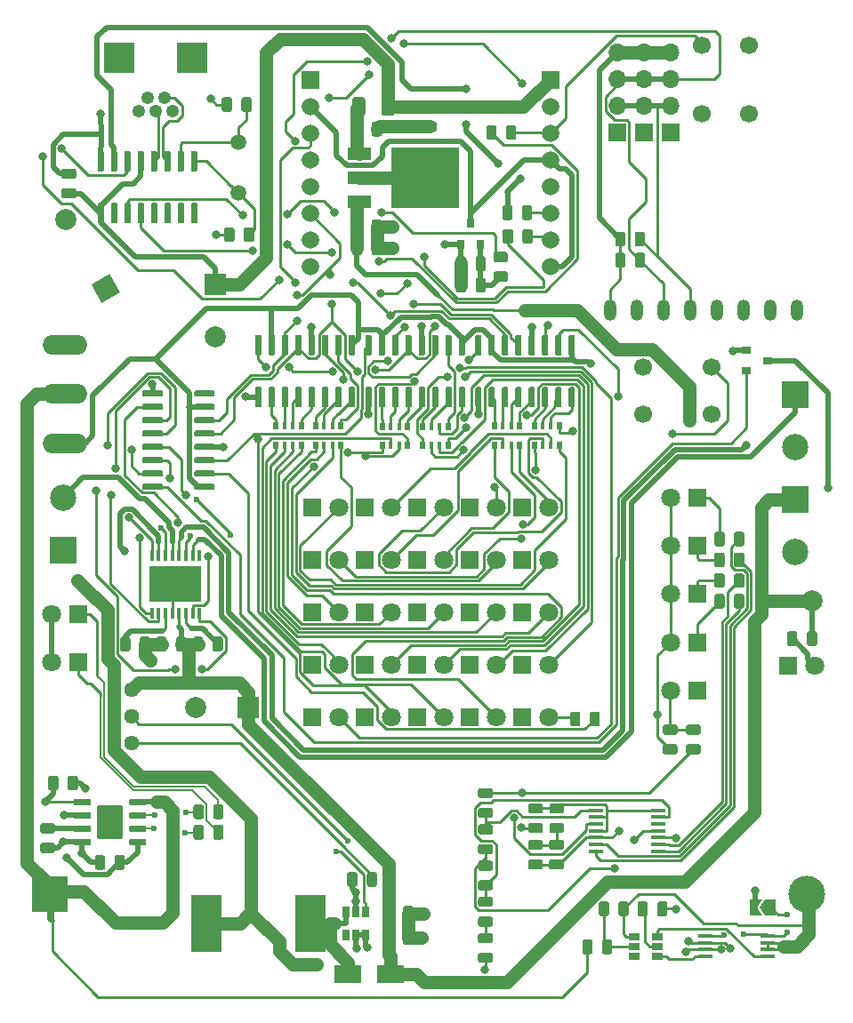
<source format=gbr>
G04 #@! TF.GenerationSoftware,KiCad,Pcbnew,(5.1.5)-3*
G04 #@! TF.CreationDate,2020-05-04T23:08:05+02:00*
G04 #@! TF.ProjectId,TrackRay_H01,54726163-6b52-4617-995f-4830312e6b69,rev?*
G04 #@! TF.SameCoordinates,Original*
G04 #@! TF.FileFunction,Copper,L2,Bot*
G04 #@! TF.FilePolarity,Positive*
%FSLAX46Y46*%
G04 Gerber Fmt 4.6, Leading zero omitted, Abs format (unit mm)*
G04 Created by KiCad (PCBNEW (5.1.5)-3) date 2020-05-04 23:08:05*
%MOMM*%
%LPD*%
G04 APERTURE LIST*
%ADD10O,4.200000X1.900000*%
%ADD11C,2.000000*%
%ADD12C,0.100000*%
%ADD13R,6.400000X5.800000*%
%ADD14R,2.200000X1.200000*%
%ADD15C,1.800000*%
%ADD16R,1.800000X1.800000*%
%ADD17R,1.450000X0.450000*%
%ADD18C,3.500000*%
%ADD19R,3.500000X3.500000*%
%ADD20C,2.500000*%
%ADD21R,2.500000X2.500000*%
%ADD22O,1.200000X2.000000*%
%ADD23R,1.665000X1.665000*%
%ADD24C,1.665000*%
%ADD25O,1.700000X1.700000*%
%ADD26R,1.700000X1.700000*%
%ADD27R,0.900000X0.800000*%
%ADD28R,2.900000X5.400000*%
%ADD29C,1.500000*%
%ADD30R,0.650000X1.060000*%
%ADD31R,1.060000X0.650000*%
%ADD32C,0.750000*%
%ADD33R,5.000000X3.400000*%
%ADD34R,0.450000X1.050000*%
%ADD35C,1.700000*%
%ADD36C,1.440000*%
%ADD37R,0.500000X0.800000*%
%ADD38R,0.400000X0.800000*%
%ADD39R,0.800000X0.900000*%
%ADD40O,1.219200X1.219200*%
%ADD41R,2.895600X2.895600*%
%ADD42C,0.500000*%
%ADD43R,2.500000X1.800000*%
%ADD44R,2.000000X2.000000*%
%ADD45C,0.800000*%
%ADD46C,1.200000*%
%ADD47C,1.000000*%
%ADD48C,0.600000*%
%ADD49C,0.508000*%
%ADD50C,1.270000*%
%ADD51C,0.254000*%
%ADD52C,0.127000*%
G04 APERTURE END LIST*
D10*
X4675000Y-40824000D03*
X4675000Y-36125000D03*
X4675000Y-31426000D03*
D11*
X75775000Y-55800000D03*
G04 #@! TA.AperFunction,SMDPad,CuDef*
D12*
G36*
X76030142Y-58726174D02*
G01*
X76053803Y-58729684D01*
X76077007Y-58735496D01*
X76099529Y-58743554D01*
X76121153Y-58753782D01*
X76141670Y-58766079D01*
X76160883Y-58780329D01*
X76178607Y-58796393D01*
X76194671Y-58814117D01*
X76208921Y-58833330D01*
X76221218Y-58853847D01*
X76231446Y-58875471D01*
X76239504Y-58897993D01*
X76245316Y-58921197D01*
X76248826Y-58944858D01*
X76250000Y-58968750D01*
X76250000Y-59881250D01*
X76248826Y-59905142D01*
X76245316Y-59928803D01*
X76239504Y-59952007D01*
X76231446Y-59974529D01*
X76221218Y-59996153D01*
X76208921Y-60016670D01*
X76194671Y-60035883D01*
X76178607Y-60053607D01*
X76160883Y-60069671D01*
X76141670Y-60083921D01*
X76121153Y-60096218D01*
X76099529Y-60106446D01*
X76077007Y-60114504D01*
X76053803Y-60120316D01*
X76030142Y-60123826D01*
X76006250Y-60125000D01*
X75518750Y-60125000D01*
X75494858Y-60123826D01*
X75471197Y-60120316D01*
X75447993Y-60114504D01*
X75425471Y-60106446D01*
X75403847Y-60096218D01*
X75383330Y-60083921D01*
X75364117Y-60069671D01*
X75346393Y-60053607D01*
X75330329Y-60035883D01*
X75316079Y-60016670D01*
X75303782Y-59996153D01*
X75293554Y-59974529D01*
X75285496Y-59952007D01*
X75279684Y-59928803D01*
X75276174Y-59905142D01*
X75275000Y-59881250D01*
X75275000Y-58968750D01*
X75276174Y-58944858D01*
X75279684Y-58921197D01*
X75285496Y-58897993D01*
X75293554Y-58875471D01*
X75303782Y-58853847D01*
X75316079Y-58833330D01*
X75330329Y-58814117D01*
X75346393Y-58796393D01*
X75364117Y-58780329D01*
X75383330Y-58766079D01*
X75403847Y-58753782D01*
X75425471Y-58743554D01*
X75447993Y-58735496D01*
X75471197Y-58729684D01*
X75494858Y-58726174D01*
X75518750Y-58725000D01*
X76006250Y-58725000D01*
X76030142Y-58726174D01*
G37*
G04 #@! TD.AperFunction*
G04 #@! TA.AperFunction,SMDPad,CuDef*
G36*
X74155142Y-58726174D02*
G01*
X74178803Y-58729684D01*
X74202007Y-58735496D01*
X74224529Y-58743554D01*
X74246153Y-58753782D01*
X74266670Y-58766079D01*
X74285883Y-58780329D01*
X74303607Y-58796393D01*
X74319671Y-58814117D01*
X74333921Y-58833330D01*
X74346218Y-58853847D01*
X74356446Y-58875471D01*
X74364504Y-58897993D01*
X74370316Y-58921197D01*
X74373826Y-58944858D01*
X74375000Y-58968750D01*
X74375000Y-59881250D01*
X74373826Y-59905142D01*
X74370316Y-59928803D01*
X74364504Y-59952007D01*
X74356446Y-59974529D01*
X74346218Y-59996153D01*
X74333921Y-60016670D01*
X74319671Y-60035883D01*
X74303607Y-60053607D01*
X74285883Y-60069671D01*
X74266670Y-60083921D01*
X74246153Y-60096218D01*
X74224529Y-60106446D01*
X74202007Y-60114504D01*
X74178803Y-60120316D01*
X74155142Y-60123826D01*
X74131250Y-60125000D01*
X73643750Y-60125000D01*
X73619858Y-60123826D01*
X73596197Y-60120316D01*
X73572993Y-60114504D01*
X73550471Y-60106446D01*
X73528847Y-60096218D01*
X73508330Y-60083921D01*
X73489117Y-60069671D01*
X73471393Y-60053607D01*
X73455329Y-60035883D01*
X73441079Y-60016670D01*
X73428782Y-59996153D01*
X73418554Y-59974529D01*
X73410496Y-59952007D01*
X73404684Y-59928803D01*
X73401174Y-59905142D01*
X73400000Y-59881250D01*
X73400000Y-58968750D01*
X73401174Y-58944858D01*
X73404684Y-58921197D01*
X73410496Y-58897993D01*
X73418554Y-58875471D01*
X73428782Y-58853847D01*
X73441079Y-58833330D01*
X73455329Y-58814117D01*
X73471393Y-58796393D01*
X73489117Y-58780329D01*
X73508330Y-58766079D01*
X73528847Y-58753782D01*
X73550471Y-58743554D01*
X73572993Y-58735496D01*
X73596197Y-58729684D01*
X73619858Y-58726174D01*
X73643750Y-58725000D01*
X74131250Y-58725000D01*
X74155142Y-58726174D01*
G37*
G04 #@! TD.AperFunction*
D13*
X38975000Y-15500000D03*
D14*
X32675000Y-13220000D03*
X32675000Y-15500000D03*
X32675000Y-17780000D03*
G04 #@! TA.AperFunction,SMDPad,CuDef*
D12*
G36*
X70800000Y-85025000D02*
G01*
X71300000Y-84275000D01*
X72300000Y-84275000D01*
X72300000Y-85775000D01*
X71300000Y-85775000D01*
X70800000Y-85025000D01*
G37*
G04 #@! TD.AperFunction*
G04 #@! TA.AperFunction,SMDPad,CuDef*
G36*
X69850000Y-84275000D02*
G01*
X71000000Y-84275000D01*
X70500000Y-85025000D01*
X71000000Y-85775000D01*
X69850000Y-85775000D01*
X69850000Y-84275000D01*
G37*
G04 #@! TD.AperFunction*
D15*
X75990000Y-62025000D03*
D16*
X73450000Y-62025000D03*
D17*
X61141400Y-79674000D03*
X61141400Y-79024000D03*
X61141400Y-78374000D03*
X61141400Y-77724000D03*
X61141400Y-77074000D03*
X61141400Y-76424000D03*
X61141400Y-75774000D03*
X55241400Y-75774000D03*
X55241400Y-76424000D03*
X55241400Y-77074000D03*
X55241400Y-77724000D03*
X55241400Y-78374000D03*
X55241400Y-79024000D03*
X55241400Y-79674000D03*
D18*
X75225800Y-83769200D03*
D19*
X3225800Y-83769200D03*
D20*
X74145600Y-51197400D03*
D21*
X74145600Y-46197400D03*
D22*
X74295000Y-28143200D03*
X71755000Y-28143200D03*
X69215000Y-28143200D03*
X66675000Y-28143200D03*
X64135000Y-28143200D03*
X61595000Y-28143200D03*
X59055000Y-28143200D03*
X56515000Y-28143200D03*
D23*
X28000000Y-6200000D03*
D24*
X28000000Y-8740000D03*
X28000000Y-11280000D03*
X28000000Y-13820000D03*
X28000000Y-16360000D03*
X28000000Y-18900000D03*
X28000000Y-21440000D03*
X28000000Y-23980000D03*
D23*
X50860000Y-6200000D03*
D24*
X50860000Y-8740000D03*
X50860000Y-11280000D03*
X50860000Y-13820000D03*
X50860000Y-16360000D03*
X50860000Y-18900000D03*
X50860000Y-21440000D03*
X50860000Y-23980000D03*
G04 #@! TA.AperFunction,SMDPad,CuDef*
D12*
G36*
X37603342Y-84899174D02*
G01*
X37627003Y-84902684D01*
X37650207Y-84908496D01*
X37672729Y-84916554D01*
X37694353Y-84926782D01*
X37714870Y-84939079D01*
X37734083Y-84953329D01*
X37751807Y-84969393D01*
X37767871Y-84987117D01*
X37782121Y-85006330D01*
X37794418Y-85026847D01*
X37804646Y-85048471D01*
X37812704Y-85070993D01*
X37818516Y-85094197D01*
X37822026Y-85117858D01*
X37823200Y-85141750D01*
X37823200Y-86054250D01*
X37822026Y-86078142D01*
X37818516Y-86101803D01*
X37812704Y-86125007D01*
X37804646Y-86147529D01*
X37794418Y-86169153D01*
X37782121Y-86189670D01*
X37767871Y-86208883D01*
X37751807Y-86226607D01*
X37734083Y-86242671D01*
X37714870Y-86256921D01*
X37694353Y-86269218D01*
X37672729Y-86279446D01*
X37650207Y-86287504D01*
X37627003Y-86293316D01*
X37603342Y-86296826D01*
X37579450Y-86298000D01*
X37091950Y-86298000D01*
X37068058Y-86296826D01*
X37044397Y-86293316D01*
X37021193Y-86287504D01*
X36998671Y-86279446D01*
X36977047Y-86269218D01*
X36956530Y-86256921D01*
X36937317Y-86242671D01*
X36919593Y-86226607D01*
X36903529Y-86208883D01*
X36889279Y-86189670D01*
X36876982Y-86169153D01*
X36866754Y-86147529D01*
X36858696Y-86125007D01*
X36852884Y-86101803D01*
X36849374Y-86078142D01*
X36848200Y-86054250D01*
X36848200Y-85141750D01*
X36849374Y-85117858D01*
X36852884Y-85094197D01*
X36858696Y-85070993D01*
X36866754Y-85048471D01*
X36876982Y-85026847D01*
X36889279Y-85006330D01*
X36903529Y-84987117D01*
X36919593Y-84969393D01*
X36937317Y-84953329D01*
X36956530Y-84939079D01*
X36977047Y-84926782D01*
X36998671Y-84916554D01*
X37021193Y-84908496D01*
X37044397Y-84902684D01*
X37068058Y-84899174D01*
X37091950Y-84898000D01*
X37579450Y-84898000D01*
X37603342Y-84899174D01*
G37*
G04 #@! TD.AperFunction*
G04 #@! TA.AperFunction,SMDPad,CuDef*
G36*
X35728342Y-84899174D02*
G01*
X35752003Y-84902684D01*
X35775207Y-84908496D01*
X35797729Y-84916554D01*
X35819353Y-84926782D01*
X35839870Y-84939079D01*
X35859083Y-84953329D01*
X35876807Y-84969393D01*
X35892871Y-84987117D01*
X35907121Y-85006330D01*
X35919418Y-85026847D01*
X35929646Y-85048471D01*
X35937704Y-85070993D01*
X35943516Y-85094197D01*
X35947026Y-85117858D01*
X35948200Y-85141750D01*
X35948200Y-86054250D01*
X35947026Y-86078142D01*
X35943516Y-86101803D01*
X35937704Y-86125007D01*
X35929646Y-86147529D01*
X35919418Y-86169153D01*
X35907121Y-86189670D01*
X35892871Y-86208883D01*
X35876807Y-86226607D01*
X35859083Y-86242671D01*
X35839870Y-86256921D01*
X35819353Y-86269218D01*
X35797729Y-86279446D01*
X35775207Y-86287504D01*
X35752003Y-86293316D01*
X35728342Y-86296826D01*
X35704450Y-86298000D01*
X35216950Y-86298000D01*
X35193058Y-86296826D01*
X35169397Y-86293316D01*
X35146193Y-86287504D01*
X35123671Y-86279446D01*
X35102047Y-86269218D01*
X35081530Y-86256921D01*
X35062317Y-86242671D01*
X35044593Y-86226607D01*
X35028529Y-86208883D01*
X35014279Y-86189670D01*
X35001982Y-86169153D01*
X34991754Y-86147529D01*
X34983696Y-86125007D01*
X34977884Y-86101803D01*
X34974374Y-86078142D01*
X34973200Y-86054250D01*
X34973200Y-85141750D01*
X34974374Y-85117858D01*
X34977884Y-85094197D01*
X34983696Y-85070993D01*
X34991754Y-85048471D01*
X35001982Y-85026847D01*
X35014279Y-85006330D01*
X35028529Y-84987117D01*
X35044593Y-84969393D01*
X35062317Y-84953329D01*
X35081530Y-84939079D01*
X35102047Y-84926782D01*
X35123671Y-84916554D01*
X35146193Y-84908496D01*
X35169397Y-84902684D01*
X35193058Y-84899174D01*
X35216950Y-84898000D01*
X35704450Y-84898000D01*
X35728342Y-84899174D01*
G37*
G04 #@! TD.AperFunction*
G04 #@! TA.AperFunction,SMDPad,CuDef*
G36*
X37577942Y-87210574D02*
G01*
X37601603Y-87214084D01*
X37624807Y-87219896D01*
X37647329Y-87227954D01*
X37668953Y-87238182D01*
X37689470Y-87250479D01*
X37708683Y-87264729D01*
X37726407Y-87280793D01*
X37742471Y-87298517D01*
X37756721Y-87317730D01*
X37769018Y-87338247D01*
X37779246Y-87359871D01*
X37787304Y-87382393D01*
X37793116Y-87405597D01*
X37796626Y-87429258D01*
X37797800Y-87453150D01*
X37797800Y-88365650D01*
X37796626Y-88389542D01*
X37793116Y-88413203D01*
X37787304Y-88436407D01*
X37779246Y-88458929D01*
X37769018Y-88480553D01*
X37756721Y-88501070D01*
X37742471Y-88520283D01*
X37726407Y-88538007D01*
X37708683Y-88554071D01*
X37689470Y-88568321D01*
X37668953Y-88580618D01*
X37647329Y-88590846D01*
X37624807Y-88598904D01*
X37601603Y-88604716D01*
X37577942Y-88608226D01*
X37554050Y-88609400D01*
X37066550Y-88609400D01*
X37042658Y-88608226D01*
X37018997Y-88604716D01*
X36995793Y-88598904D01*
X36973271Y-88590846D01*
X36951647Y-88580618D01*
X36931130Y-88568321D01*
X36911917Y-88554071D01*
X36894193Y-88538007D01*
X36878129Y-88520283D01*
X36863879Y-88501070D01*
X36851582Y-88480553D01*
X36841354Y-88458929D01*
X36833296Y-88436407D01*
X36827484Y-88413203D01*
X36823974Y-88389542D01*
X36822800Y-88365650D01*
X36822800Y-87453150D01*
X36823974Y-87429258D01*
X36827484Y-87405597D01*
X36833296Y-87382393D01*
X36841354Y-87359871D01*
X36851582Y-87338247D01*
X36863879Y-87317730D01*
X36878129Y-87298517D01*
X36894193Y-87280793D01*
X36911917Y-87264729D01*
X36931130Y-87250479D01*
X36951647Y-87238182D01*
X36973271Y-87227954D01*
X36995793Y-87219896D01*
X37018997Y-87214084D01*
X37042658Y-87210574D01*
X37066550Y-87209400D01*
X37554050Y-87209400D01*
X37577942Y-87210574D01*
G37*
G04 #@! TD.AperFunction*
G04 #@! TA.AperFunction,SMDPad,CuDef*
G36*
X35702942Y-87210574D02*
G01*
X35726603Y-87214084D01*
X35749807Y-87219896D01*
X35772329Y-87227954D01*
X35793953Y-87238182D01*
X35814470Y-87250479D01*
X35833683Y-87264729D01*
X35851407Y-87280793D01*
X35867471Y-87298517D01*
X35881721Y-87317730D01*
X35894018Y-87338247D01*
X35904246Y-87359871D01*
X35912304Y-87382393D01*
X35918116Y-87405597D01*
X35921626Y-87429258D01*
X35922800Y-87453150D01*
X35922800Y-88365650D01*
X35921626Y-88389542D01*
X35918116Y-88413203D01*
X35912304Y-88436407D01*
X35904246Y-88458929D01*
X35894018Y-88480553D01*
X35881721Y-88501070D01*
X35867471Y-88520283D01*
X35851407Y-88538007D01*
X35833683Y-88554071D01*
X35814470Y-88568321D01*
X35793953Y-88580618D01*
X35772329Y-88590846D01*
X35749807Y-88598904D01*
X35726603Y-88604716D01*
X35702942Y-88608226D01*
X35679050Y-88609400D01*
X35191550Y-88609400D01*
X35167658Y-88608226D01*
X35143997Y-88604716D01*
X35120793Y-88598904D01*
X35098271Y-88590846D01*
X35076647Y-88580618D01*
X35056130Y-88568321D01*
X35036917Y-88554071D01*
X35019193Y-88538007D01*
X35003129Y-88520283D01*
X34988879Y-88501070D01*
X34976582Y-88480553D01*
X34966354Y-88458929D01*
X34958296Y-88436407D01*
X34952484Y-88413203D01*
X34948974Y-88389542D01*
X34947800Y-88365650D01*
X34947800Y-87453150D01*
X34948974Y-87429258D01*
X34952484Y-87405597D01*
X34958296Y-87382393D01*
X34966354Y-87359871D01*
X34976582Y-87338247D01*
X34988879Y-87317730D01*
X35003129Y-87298517D01*
X35019193Y-87280793D01*
X35036917Y-87264729D01*
X35056130Y-87250479D01*
X35076647Y-87238182D01*
X35098271Y-87227954D01*
X35120793Y-87219896D01*
X35143997Y-87214084D01*
X35167658Y-87210574D01*
X35191550Y-87209400D01*
X35679050Y-87209400D01*
X35702942Y-87210574D01*
G37*
G04 #@! TD.AperFunction*
G04 #@! TA.AperFunction,SMDPad,CuDef*
G36*
X3477342Y-77011374D02*
G01*
X3501003Y-77014884D01*
X3524207Y-77020696D01*
X3546729Y-77028754D01*
X3568353Y-77038982D01*
X3588870Y-77051279D01*
X3608083Y-77065529D01*
X3625807Y-77081593D01*
X3641871Y-77099317D01*
X3656121Y-77118530D01*
X3668418Y-77139047D01*
X3678646Y-77160671D01*
X3686704Y-77183193D01*
X3692516Y-77206397D01*
X3696026Y-77230058D01*
X3697200Y-77253950D01*
X3697200Y-77741450D01*
X3696026Y-77765342D01*
X3692516Y-77789003D01*
X3686704Y-77812207D01*
X3678646Y-77834729D01*
X3668418Y-77856353D01*
X3656121Y-77876870D01*
X3641871Y-77896083D01*
X3625807Y-77913807D01*
X3608083Y-77929871D01*
X3588870Y-77944121D01*
X3568353Y-77956418D01*
X3546729Y-77966646D01*
X3524207Y-77974704D01*
X3501003Y-77980516D01*
X3477342Y-77984026D01*
X3453450Y-77985200D01*
X2540950Y-77985200D01*
X2517058Y-77984026D01*
X2493397Y-77980516D01*
X2470193Y-77974704D01*
X2447671Y-77966646D01*
X2426047Y-77956418D01*
X2405530Y-77944121D01*
X2386317Y-77929871D01*
X2368593Y-77913807D01*
X2352529Y-77896083D01*
X2338279Y-77876870D01*
X2325982Y-77856353D01*
X2315754Y-77834729D01*
X2307696Y-77812207D01*
X2301884Y-77789003D01*
X2298374Y-77765342D01*
X2297200Y-77741450D01*
X2297200Y-77253950D01*
X2298374Y-77230058D01*
X2301884Y-77206397D01*
X2307696Y-77183193D01*
X2315754Y-77160671D01*
X2325982Y-77139047D01*
X2338279Y-77118530D01*
X2352529Y-77099317D01*
X2368593Y-77081593D01*
X2386317Y-77065529D01*
X2405530Y-77051279D01*
X2426047Y-77038982D01*
X2447671Y-77028754D01*
X2470193Y-77020696D01*
X2493397Y-77014884D01*
X2517058Y-77011374D01*
X2540950Y-77010200D01*
X3453450Y-77010200D01*
X3477342Y-77011374D01*
G37*
G04 #@! TD.AperFunction*
G04 #@! TA.AperFunction,SMDPad,CuDef*
G36*
X3477342Y-78886374D02*
G01*
X3501003Y-78889884D01*
X3524207Y-78895696D01*
X3546729Y-78903754D01*
X3568353Y-78913982D01*
X3588870Y-78926279D01*
X3608083Y-78940529D01*
X3625807Y-78956593D01*
X3641871Y-78974317D01*
X3656121Y-78993530D01*
X3668418Y-79014047D01*
X3678646Y-79035671D01*
X3686704Y-79058193D01*
X3692516Y-79081397D01*
X3696026Y-79105058D01*
X3697200Y-79128950D01*
X3697200Y-79616450D01*
X3696026Y-79640342D01*
X3692516Y-79664003D01*
X3686704Y-79687207D01*
X3678646Y-79709729D01*
X3668418Y-79731353D01*
X3656121Y-79751870D01*
X3641871Y-79771083D01*
X3625807Y-79788807D01*
X3608083Y-79804871D01*
X3588870Y-79819121D01*
X3568353Y-79831418D01*
X3546729Y-79841646D01*
X3524207Y-79849704D01*
X3501003Y-79855516D01*
X3477342Y-79859026D01*
X3453450Y-79860200D01*
X2540950Y-79860200D01*
X2517058Y-79859026D01*
X2493397Y-79855516D01*
X2470193Y-79849704D01*
X2447671Y-79841646D01*
X2426047Y-79831418D01*
X2405530Y-79819121D01*
X2386317Y-79804871D01*
X2368593Y-79788807D01*
X2352529Y-79771083D01*
X2338279Y-79751870D01*
X2325982Y-79731353D01*
X2315754Y-79709729D01*
X2307696Y-79687207D01*
X2301884Y-79664003D01*
X2298374Y-79640342D01*
X2297200Y-79616450D01*
X2297200Y-79128950D01*
X2298374Y-79105058D01*
X2301884Y-79081397D01*
X2307696Y-79058193D01*
X2315754Y-79035671D01*
X2325982Y-79014047D01*
X2338279Y-78993530D01*
X2352529Y-78974317D01*
X2368593Y-78956593D01*
X2386317Y-78940529D01*
X2405530Y-78926279D01*
X2426047Y-78913982D01*
X2447671Y-78903754D01*
X2470193Y-78895696D01*
X2493397Y-78889884D01*
X2517058Y-78886374D01*
X2540950Y-78885200D01*
X3453450Y-78885200D01*
X3477342Y-78886374D01*
G37*
G04 #@! TD.AperFunction*
G04 #@! TA.AperFunction,SMDPad,CuDef*
G36*
X59909142Y-84467374D02*
G01*
X59932803Y-84470884D01*
X59956007Y-84476696D01*
X59978529Y-84484754D01*
X60000153Y-84494982D01*
X60020670Y-84507279D01*
X60039883Y-84521529D01*
X60057607Y-84537593D01*
X60073671Y-84555317D01*
X60087921Y-84574530D01*
X60100218Y-84595047D01*
X60110446Y-84616671D01*
X60118504Y-84639193D01*
X60124316Y-84662397D01*
X60127826Y-84686058D01*
X60129000Y-84709950D01*
X60129000Y-85622450D01*
X60127826Y-85646342D01*
X60124316Y-85670003D01*
X60118504Y-85693207D01*
X60110446Y-85715729D01*
X60100218Y-85737353D01*
X60087921Y-85757870D01*
X60073671Y-85777083D01*
X60057607Y-85794807D01*
X60039883Y-85810871D01*
X60020670Y-85825121D01*
X60000153Y-85837418D01*
X59978529Y-85847646D01*
X59956007Y-85855704D01*
X59932803Y-85861516D01*
X59909142Y-85865026D01*
X59885250Y-85866200D01*
X59397750Y-85866200D01*
X59373858Y-85865026D01*
X59350197Y-85861516D01*
X59326993Y-85855704D01*
X59304471Y-85847646D01*
X59282847Y-85837418D01*
X59262330Y-85825121D01*
X59243117Y-85810871D01*
X59225393Y-85794807D01*
X59209329Y-85777083D01*
X59195079Y-85757870D01*
X59182782Y-85737353D01*
X59172554Y-85715729D01*
X59164496Y-85693207D01*
X59158684Y-85670003D01*
X59155174Y-85646342D01*
X59154000Y-85622450D01*
X59154000Y-84709950D01*
X59155174Y-84686058D01*
X59158684Y-84662397D01*
X59164496Y-84639193D01*
X59172554Y-84616671D01*
X59182782Y-84595047D01*
X59195079Y-84574530D01*
X59209329Y-84555317D01*
X59225393Y-84537593D01*
X59243117Y-84521529D01*
X59262330Y-84507279D01*
X59282847Y-84494982D01*
X59304471Y-84484754D01*
X59326993Y-84476696D01*
X59350197Y-84470884D01*
X59373858Y-84467374D01*
X59397750Y-84466200D01*
X59885250Y-84466200D01*
X59909142Y-84467374D01*
G37*
G04 #@! TD.AperFunction*
G04 #@! TA.AperFunction,SMDPad,CuDef*
G36*
X61784142Y-84467374D02*
G01*
X61807803Y-84470884D01*
X61831007Y-84476696D01*
X61853529Y-84484754D01*
X61875153Y-84494982D01*
X61895670Y-84507279D01*
X61914883Y-84521529D01*
X61932607Y-84537593D01*
X61948671Y-84555317D01*
X61962921Y-84574530D01*
X61975218Y-84595047D01*
X61985446Y-84616671D01*
X61993504Y-84639193D01*
X61999316Y-84662397D01*
X62002826Y-84686058D01*
X62004000Y-84709950D01*
X62004000Y-85622450D01*
X62002826Y-85646342D01*
X61999316Y-85670003D01*
X61993504Y-85693207D01*
X61985446Y-85715729D01*
X61975218Y-85737353D01*
X61962921Y-85757870D01*
X61948671Y-85777083D01*
X61932607Y-85794807D01*
X61914883Y-85810871D01*
X61895670Y-85825121D01*
X61875153Y-85837418D01*
X61853529Y-85847646D01*
X61831007Y-85855704D01*
X61807803Y-85861516D01*
X61784142Y-85865026D01*
X61760250Y-85866200D01*
X61272750Y-85866200D01*
X61248858Y-85865026D01*
X61225197Y-85861516D01*
X61201993Y-85855704D01*
X61179471Y-85847646D01*
X61157847Y-85837418D01*
X61137330Y-85825121D01*
X61118117Y-85810871D01*
X61100393Y-85794807D01*
X61084329Y-85777083D01*
X61070079Y-85757870D01*
X61057782Y-85737353D01*
X61047554Y-85715729D01*
X61039496Y-85693207D01*
X61033684Y-85670003D01*
X61030174Y-85646342D01*
X61029000Y-85622450D01*
X61029000Y-84709950D01*
X61030174Y-84686058D01*
X61033684Y-84662397D01*
X61039496Y-84639193D01*
X61047554Y-84616671D01*
X61057782Y-84595047D01*
X61070079Y-84574530D01*
X61084329Y-84555317D01*
X61100393Y-84537593D01*
X61118117Y-84521529D01*
X61137330Y-84507279D01*
X61157847Y-84494982D01*
X61179471Y-84484754D01*
X61201993Y-84476696D01*
X61225197Y-84470884D01*
X61248858Y-84467374D01*
X61272750Y-84466200D01*
X61760250Y-84466200D01*
X61784142Y-84467374D01*
G37*
G04 #@! TD.AperFunction*
G04 #@! TA.AperFunction,SMDPad,CuDef*
G36*
X54651342Y-88099574D02*
G01*
X54675003Y-88103084D01*
X54698207Y-88108896D01*
X54720729Y-88116954D01*
X54742353Y-88127182D01*
X54762870Y-88139479D01*
X54782083Y-88153729D01*
X54799807Y-88169793D01*
X54815871Y-88187517D01*
X54830121Y-88206730D01*
X54842418Y-88227247D01*
X54852646Y-88248871D01*
X54860704Y-88271393D01*
X54866516Y-88294597D01*
X54870026Y-88318258D01*
X54871200Y-88342150D01*
X54871200Y-89254650D01*
X54870026Y-89278542D01*
X54866516Y-89302203D01*
X54860704Y-89325407D01*
X54852646Y-89347929D01*
X54842418Y-89369553D01*
X54830121Y-89390070D01*
X54815871Y-89409283D01*
X54799807Y-89427007D01*
X54782083Y-89443071D01*
X54762870Y-89457321D01*
X54742353Y-89469618D01*
X54720729Y-89479846D01*
X54698207Y-89487904D01*
X54675003Y-89493716D01*
X54651342Y-89497226D01*
X54627450Y-89498400D01*
X54139950Y-89498400D01*
X54116058Y-89497226D01*
X54092397Y-89493716D01*
X54069193Y-89487904D01*
X54046671Y-89479846D01*
X54025047Y-89469618D01*
X54004530Y-89457321D01*
X53985317Y-89443071D01*
X53967593Y-89427007D01*
X53951529Y-89409283D01*
X53937279Y-89390070D01*
X53924982Y-89369553D01*
X53914754Y-89347929D01*
X53906696Y-89325407D01*
X53900884Y-89302203D01*
X53897374Y-89278542D01*
X53896200Y-89254650D01*
X53896200Y-88342150D01*
X53897374Y-88318258D01*
X53900884Y-88294597D01*
X53906696Y-88271393D01*
X53914754Y-88248871D01*
X53924982Y-88227247D01*
X53937279Y-88206730D01*
X53951529Y-88187517D01*
X53967593Y-88169793D01*
X53985317Y-88153729D01*
X54004530Y-88139479D01*
X54025047Y-88127182D01*
X54046671Y-88116954D01*
X54069193Y-88108896D01*
X54092397Y-88103084D01*
X54116058Y-88099574D01*
X54139950Y-88098400D01*
X54627450Y-88098400D01*
X54651342Y-88099574D01*
G37*
G04 #@! TD.AperFunction*
G04 #@! TA.AperFunction,SMDPad,CuDef*
G36*
X56526342Y-88099574D02*
G01*
X56550003Y-88103084D01*
X56573207Y-88108896D01*
X56595729Y-88116954D01*
X56617353Y-88127182D01*
X56637870Y-88139479D01*
X56657083Y-88153729D01*
X56674807Y-88169793D01*
X56690871Y-88187517D01*
X56705121Y-88206730D01*
X56717418Y-88227247D01*
X56727646Y-88248871D01*
X56735704Y-88271393D01*
X56741516Y-88294597D01*
X56745026Y-88318258D01*
X56746200Y-88342150D01*
X56746200Y-89254650D01*
X56745026Y-89278542D01*
X56741516Y-89302203D01*
X56735704Y-89325407D01*
X56727646Y-89347929D01*
X56717418Y-89369553D01*
X56705121Y-89390070D01*
X56690871Y-89409283D01*
X56674807Y-89427007D01*
X56657083Y-89443071D01*
X56637870Y-89457321D01*
X56617353Y-89469618D01*
X56595729Y-89479846D01*
X56573207Y-89487904D01*
X56550003Y-89493716D01*
X56526342Y-89497226D01*
X56502450Y-89498400D01*
X56014950Y-89498400D01*
X55991058Y-89497226D01*
X55967397Y-89493716D01*
X55944193Y-89487904D01*
X55921671Y-89479846D01*
X55900047Y-89469618D01*
X55879530Y-89457321D01*
X55860317Y-89443071D01*
X55842593Y-89427007D01*
X55826529Y-89409283D01*
X55812279Y-89390070D01*
X55799982Y-89369553D01*
X55789754Y-89347929D01*
X55781696Y-89325407D01*
X55775884Y-89302203D01*
X55772374Y-89278542D01*
X55771200Y-89254650D01*
X55771200Y-88342150D01*
X55772374Y-88318258D01*
X55775884Y-88294597D01*
X55781696Y-88271393D01*
X55789754Y-88248871D01*
X55799982Y-88227247D01*
X55812279Y-88206730D01*
X55826529Y-88187517D01*
X55842593Y-88169793D01*
X55860317Y-88153729D01*
X55879530Y-88139479D01*
X55900047Y-88127182D01*
X55921671Y-88116954D01*
X55944193Y-88108896D01*
X55967397Y-88103084D01*
X55991058Y-88099574D01*
X56014950Y-88098400D01*
X56502450Y-88098400D01*
X56526342Y-88099574D01*
G37*
G04 #@! TD.AperFunction*
D25*
X57200800Y-3581400D03*
X57200800Y-6121400D03*
X57200800Y-8661400D03*
D26*
X57200800Y-11201400D03*
D25*
X59740800Y-3581400D03*
X59740800Y-6121400D03*
X59740800Y-8661400D03*
D26*
X59740800Y-11201400D03*
D25*
X62280800Y-3581400D03*
X62280800Y-6121400D03*
X62280800Y-8661400D03*
D26*
X62280800Y-11201400D03*
D15*
X50728400Y-66899400D03*
D16*
X48188400Y-66899400D03*
D15*
X30728400Y-66899400D03*
D16*
X28188400Y-66899400D03*
D15*
X50728400Y-61899400D03*
D16*
X48188400Y-61899400D03*
D15*
X35728400Y-66899400D03*
D16*
X33188400Y-66899400D03*
D15*
X45728400Y-66899400D03*
D16*
X43188400Y-66899400D03*
D15*
X45728400Y-61899400D03*
D16*
X43188400Y-61899400D03*
D15*
X40728400Y-66899400D03*
D16*
X38188400Y-66899400D03*
D15*
X40728400Y-61899400D03*
D16*
X38188400Y-61899400D03*
D15*
X35728400Y-46899400D03*
D16*
X33188400Y-46899400D03*
D15*
X50728400Y-56899400D03*
D16*
X48188400Y-56899400D03*
D15*
X30728400Y-56899400D03*
D16*
X28188400Y-56899400D03*
D15*
X35728400Y-61899400D03*
D16*
X33188400Y-61899400D03*
D15*
X35728400Y-51899400D03*
D16*
X33188400Y-51899400D03*
D15*
X50728400Y-46899400D03*
D16*
X48188400Y-46899400D03*
D15*
X40728400Y-46899400D03*
D16*
X38188400Y-46899400D03*
D15*
X35728400Y-56899400D03*
D16*
X33188400Y-56899400D03*
D15*
X45728400Y-56899400D03*
D16*
X43188400Y-56899400D03*
D15*
X45728400Y-51899400D03*
D16*
X43188400Y-51899400D03*
D15*
X30728400Y-61899400D03*
D16*
X28188400Y-61899400D03*
D15*
X40728400Y-51899400D03*
D16*
X38188400Y-51899400D03*
D15*
X45728400Y-46899400D03*
D16*
X43188400Y-46899400D03*
D15*
X40728400Y-56899400D03*
D16*
X38188400Y-56899400D03*
D15*
X50728400Y-51899400D03*
D16*
X48188400Y-51899400D03*
D15*
X30728400Y-51899400D03*
D16*
X28188400Y-51899400D03*
D15*
X30728400Y-46899400D03*
D16*
X28188400Y-46899400D03*
D27*
X71545200Y-32933600D03*
X69545200Y-31983600D03*
X69545200Y-33883600D03*
G04 #@! TA.AperFunction,SMDPad,CuDef*
D12*
G36*
X35810104Y-7863804D02*
G01*
X35834373Y-7867404D01*
X35858171Y-7873365D01*
X35881271Y-7881630D01*
X35903449Y-7892120D01*
X35924493Y-7904733D01*
X35944198Y-7919347D01*
X35962377Y-7935823D01*
X35978853Y-7954002D01*
X35993467Y-7973707D01*
X36006080Y-7994751D01*
X36016570Y-8016929D01*
X36024835Y-8040029D01*
X36030796Y-8063827D01*
X36034396Y-8088096D01*
X36035600Y-8112600D01*
X36035600Y-9362600D01*
X36034396Y-9387104D01*
X36030796Y-9411373D01*
X36024835Y-9435171D01*
X36016570Y-9458271D01*
X36006080Y-9480449D01*
X35993467Y-9501493D01*
X35978853Y-9521198D01*
X35962377Y-9539377D01*
X35944198Y-9555853D01*
X35924493Y-9570467D01*
X35903449Y-9583080D01*
X35881271Y-9593570D01*
X35858171Y-9601835D01*
X35834373Y-9607796D01*
X35810104Y-9611396D01*
X35785600Y-9612600D01*
X35035600Y-9612600D01*
X35011096Y-9611396D01*
X34986827Y-9607796D01*
X34963029Y-9601835D01*
X34939929Y-9593570D01*
X34917751Y-9583080D01*
X34896707Y-9570467D01*
X34877002Y-9555853D01*
X34858823Y-9539377D01*
X34842347Y-9521198D01*
X34827733Y-9501493D01*
X34815120Y-9480449D01*
X34804630Y-9458271D01*
X34796365Y-9435171D01*
X34790404Y-9411373D01*
X34786804Y-9387104D01*
X34785600Y-9362600D01*
X34785600Y-8112600D01*
X34786804Y-8088096D01*
X34790404Y-8063827D01*
X34796365Y-8040029D01*
X34804630Y-8016929D01*
X34815120Y-7994751D01*
X34827733Y-7973707D01*
X34842347Y-7954002D01*
X34858823Y-7935823D01*
X34877002Y-7919347D01*
X34896707Y-7904733D01*
X34917751Y-7892120D01*
X34939929Y-7881630D01*
X34963029Y-7873365D01*
X34986827Y-7867404D01*
X35011096Y-7863804D01*
X35035600Y-7862600D01*
X35785600Y-7862600D01*
X35810104Y-7863804D01*
G37*
G04 #@! TD.AperFunction*
G04 #@! TA.AperFunction,SMDPad,CuDef*
G36*
X33010104Y-7863804D02*
G01*
X33034373Y-7867404D01*
X33058171Y-7873365D01*
X33081271Y-7881630D01*
X33103449Y-7892120D01*
X33124493Y-7904733D01*
X33144198Y-7919347D01*
X33162377Y-7935823D01*
X33178853Y-7954002D01*
X33193467Y-7973707D01*
X33206080Y-7994751D01*
X33216570Y-8016929D01*
X33224835Y-8040029D01*
X33230796Y-8063827D01*
X33234396Y-8088096D01*
X33235600Y-8112600D01*
X33235600Y-9362600D01*
X33234396Y-9387104D01*
X33230796Y-9411373D01*
X33224835Y-9435171D01*
X33216570Y-9458271D01*
X33206080Y-9480449D01*
X33193467Y-9501493D01*
X33178853Y-9521198D01*
X33162377Y-9539377D01*
X33144198Y-9555853D01*
X33124493Y-9570467D01*
X33103449Y-9583080D01*
X33081271Y-9593570D01*
X33058171Y-9601835D01*
X33034373Y-9607796D01*
X33010104Y-9611396D01*
X32985600Y-9612600D01*
X32235600Y-9612600D01*
X32211096Y-9611396D01*
X32186827Y-9607796D01*
X32163029Y-9601835D01*
X32139929Y-9593570D01*
X32117751Y-9583080D01*
X32096707Y-9570467D01*
X32077002Y-9555853D01*
X32058823Y-9539377D01*
X32042347Y-9521198D01*
X32027733Y-9501493D01*
X32015120Y-9480449D01*
X32004630Y-9458271D01*
X31996365Y-9435171D01*
X31990404Y-9411373D01*
X31986804Y-9387104D01*
X31985600Y-9362600D01*
X31985600Y-8112600D01*
X31986804Y-8088096D01*
X31990404Y-8063827D01*
X31996365Y-8040029D01*
X32004630Y-8016929D01*
X32015120Y-7994751D01*
X32027733Y-7973707D01*
X32042347Y-7954002D01*
X32058823Y-7935823D01*
X32077002Y-7919347D01*
X32096707Y-7904733D01*
X32117751Y-7892120D01*
X32139929Y-7881630D01*
X32163029Y-7873365D01*
X32186827Y-7867404D01*
X32211096Y-7863804D01*
X32235600Y-7862600D01*
X32985600Y-7862600D01*
X33010104Y-7863804D01*
G37*
G04 #@! TD.AperFunction*
D28*
X28038600Y-86537800D03*
X18138600Y-86537800D03*
D29*
X21200000Y-12120000D03*
X21200000Y-17000000D03*
D30*
X32334200Y-87688600D03*
X31384200Y-87688600D03*
X33284200Y-87688600D03*
X33284200Y-85488600D03*
X32334200Y-85488600D03*
X31384200Y-85488600D03*
D31*
X58869400Y-88747600D03*
X58869400Y-87797600D03*
X58869400Y-89697600D03*
X61069400Y-89697600D03*
X61069400Y-88747600D03*
X61069400Y-87797600D03*
D32*
X16689200Y-55004400D03*
X16689200Y-53504400D03*
X15189200Y-55004400D03*
X15189200Y-53504400D03*
X13689200Y-55004400D03*
X13689200Y-53504400D03*
D33*
X15189200Y-54254400D03*
D34*
X12914200Y-57029400D03*
X13564200Y-57029400D03*
X14214200Y-57029400D03*
X14864200Y-57029400D03*
X15514200Y-57029400D03*
X16164200Y-57029400D03*
X16814200Y-57029400D03*
X17464200Y-57029400D03*
X17464200Y-51479400D03*
X16814200Y-51479400D03*
X16164200Y-51479400D03*
X15514200Y-51479400D03*
X14864200Y-51479400D03*
X14214200Y-51479400D03*
X13564200Y-51479400D03*
X12914200Y-51479400D03*
G04 #@! TA.AperFunction,SMDPad,CuDef*
D12*
G36*
X18783303Y-44684122D02*
G01*
X18797864Y-44686282D01*
X18812143Y-44689859D01*
X18826003Y-44694818D01*
X18839310Y-44701112D01*
X18851936Y-44708680D01*
X18863759Y-44717448D01*
X18874666Y-44727334D01*
X18884552Y-44738241D01*
X18893320Y-44750064D01*
X18900888Y-44762690D01*
X18907182Y-44775997D01*
X18912141Y-44789857D01*
X18915718Y-44804136D01*
X18917878Y-44818697D01*
X18918600Y-44833400D01*
X18918600Y-45133400D01*
X18917878Y-45148103D01*
X18915718Y-45162664D01*
X18912141Y-45176943D01*
X18907182Y-45190803D01*
X18900888Y-45204110D01*
X18893320Y-45216736D01*
X18884552Y-45228559D01*
X18874666Y-45239466D01*
X18863759Y-45249352D01*
X18851936Y-45258120D01*
X18839310Y-45265688D01*
X18826003Y-45271982D01*
X18812143Y-45276941D01*
X18797864Y-45280518D01*
X18783303Y-45282678D01*
X18768600Y-45283400D01*
X17118600Y-45283400D01*
X17103897Y-45282678D01*
X17089336Y-45280518D01*
X17075057Y-45276941D01*
X17061197Y-45271982D01*
X17047890Y-45265688D01*
X17035264Y-45258120D01*
X17023441Y-45249352D01*
X17012534Y-45239466D01*
X17002648Y-45228559D01*
X16993880Y-45216736D01*
X16986312Y-45204110D01*
X16980018Y-45190803D01*
X16975059Y-45176943D01*
X16971482Y-45162664D01*
X16969322Y-45148103D01*
X16968600Y-45133400D01*
X16968600Y-44833400D01*
X16969322Y-44818697D01*
X16971482Y-44804136D01*
X16975059Y-44789857D01*
X16980018Y-44775997D01*
X16986312Y-44762690D01*
X16993880Y-44750064D01*
X17002648Y-44738241D01*
X17012534Y-44727334D01*
X17023441Y-44717448D01*
X17035264Y-44708680D01*
X17047890Y-44701112D01*
X17061197Y-44694818D01*
X17075057Y-44689859D01*
X17089336Y-44686282D01*
X17103897Y-44684122D01*
X17118600Y-44683400D01*
X18768600Y-44683400D01*
X18783303Y-44684122D01*
G37*
G04 #@! TD.AperFunction*
G04 #@! TA.AperFunction,SMDPad,CuDef*
G36*
X18783303Y-43414122D02*
G01*
X18797864Y-43416282D01*
X18812143Y-43419859D01*
X18826003Y-43424818D01*
X18839310Y-43431112D01*
X18851936Y-43438680D01*
X18863759Y-43447448D01*
X18874666Y-43457334D01*
X18884552Y-43468241D01*
X18893320Y-43480064D01*
X18900888Y-43492690D01*
X18907182Y-43505997D01*
X18912141Y-43519857D01*
X18915718Y-43534136D01*
X18917878Y-43548697D01*
X18918600Y-43563400D01*
X18918600Y-43863400D01*
X18917878Y-43878103D01*
X18915718Y-43892664D01*
X18912141Y-43906943D01*
X18907182Y-43920803D01*
X18900888Y-43934110D01*
X18893320Y-43946736D01*
X18884552Y-43958559D01*
X18874666Y-43969466D01*
X18863759Y-43979352D01*
X18851936Y-43988120D01*
X18839310Y-43995688D01*
X18826003Y-44001982D01*
X18812143Y-44006941D01*
X18797864Y-44010518D01*
X18783303Y-44012678D01*
X18768600Y-44013400D01*
X17118600Y-44013400D01*
X17103897Y-44012678D01*
X17089336Y-44010518D01*
X17075057Y-44006941D01*
X17061197Y-44001982D01*
X17047890Y-43995688D01*
X17035264Y-43988120D01*
X17023441Y-43979352D01*
X17012534Y-43969466D01*
X17002648Y-43958559D01*
X16993880Y-43946736D01*
X16986312Y-43934110D01*
X16980018Y-43920803D01*
X16975059Y-43906943D01*
X16971482Y-43892664D01*
X16969322Y-43878103D01*
X16968600Y-43863400D01*
X16968600Y-43563400D01*
X16969322Y-43548697D01*
X16971482Y-43534136D01*
X16975059Y-43519857D01*
X16980018Y-43505997D01*
X16986312Y-43492690D01*
X16993880Y-43480064D01*
X17002648Y-43468241D01*
X17012534Y-43457334D01*
X17023441Y-43447448D01*
X17035264Y-43438680D01*
X17047890Y-43431112D01*
X17061197Y-43424818D01*
X17075057Y-43419859D01*
X17089336Y-43416282D01*
X17103897Y-43414122D01*
X17118600Y-43413400D01*
X18768600Y-43413400D01*
X18783303Y-43414122D01*
G37*
G04 #@! TD.AperFunction*
G04 #@! TA.AperFunction,SMDPad,CuDef*
G36*
X18783303Y-42144122D02*
G01*
X18797864Y-42146282D01*
X18812143Y-42149859D01*
X18826003Y-42154818D01*
X18839310Y-42161112D01*
X18851936Y-42168680D01*
X18863759Y-42177448D01*
X18874666Y-42187334D01*
X18884552Y-42198241D01*
X18893320Y-42210064D01*
X18900888Y-42222690D01*
X18907182Y-42235997D01*
X18912141Y-42249857D01*
X18915718Y-42264136D01*
X18917878Y-42278697D01*
X18918600Y-42293400D01*
X18918600Y-42593400D01*
X18917878Y-42608103D01*
X18915718Y-42622664D01*
X18912141Y-42636943D01*
X18907182Y-42650803D01*
X18900888Y-42664110D01*
X18893320Y-42676736D01*
X18884552Y-42688559D01*
X18874666Y-42699466D01*
X18863759Y-42709352D01*
X18851936Y-42718120D01*
X18839310Y-42725688D01*
X18826003Y-42731982D01*
X18812143Y-42736941D01*
X18797864Y-42740518D01*
X18783303Y-42742678D01*
X18768600Y-42743400D01*
X17118600Y-42743400D01*
X17103897Y-42742678D01*
X17089336Y-42740518D01*
X17075057Y-42736941D01*
X17061197Y-42731982D01*
X17047890Y-42725688D01*
X17035264Y-42718120D01*
X17023441Y-42709352D01*
X17012534Y-42699466D01*
X17002648Y-42688559D01*
X16993880Y-42676736D01*
X16986312Y-42664110D01*
X16980018Y-42650803D01*
X16975059Y-42636943D01*
X16971482Y-42622664D01*
X16969322Y-42608103D01*
X16968600Y-42593400D01*
X16968600Y-42293400D01*
X16969322Y-42278697D01*
X16971482Y-42264136D01*
X16975059Y-42249857D01*
X16980018Y-42235997D01*
X16986312Y-42222690D01*
X16993880Y-42210064D01*
X17002648Y-42198241D01*
X17012534Y-42187334D01*
X17023441Y-42177448D01*
X17035264Y-42168680D01*
X17047890Y-42161112D01*
X17061197Y-42154818D01*
X17075057Y-42149859D01*
X17089336Y-42146282D01*
X17103897Y-42144122D01*
X17118600Y-42143400D01*
X18768600Y-42143400D01*
X18783303Y-42144122D01*
G37*
G04 #@! TD.AperFunction*
G04 #@! TA.AperFunction,SMDPad,CuDef*
G36*
X18783303Y-40874122D02*
G01*
X18797864Y-40876282D01*
X18812143Y-40879859D01*
X18826003Y-40884818D01*
X18839310Y-40891112D01*
X18851936Y-40898680D01*
X18863759Y-40907448D01*
X18874666Y-40917334D01*
X18884552Y-40928241D01*
X18893320Y-40940064D01*
X18900888Y-40952690D01*
X18907182Y-40965997D01*
X18912141Y-40979857D01*
X18915718Y-40994136D01*
X18917878Y-41008697D01*
X18918600Y-41023400D01*
X18918600Y-41323400D01*
X18917878Y-41338103D01*
X18915718Y-41352664D01*
X18912141Y-41366943D01*
X18907182Y-41380803D01*
X18900888Y-41394110D01*
X18893320Y-41406736D01*
X18884552Y-41418559D01*
X18874666Y-41429466D01*
X18863759Y-41439352D01*
X18851936Y-41448120D01*
X18839310Y-41455688D01*
X18826003Y-41461982D01*
X18812143Y-41466941D01*
X18797864Y-41470518D01*
X18783303Y-41472678D01*
X18768600Y-41473400D01*
X17118600Y-41473400D01*
X17103897Y-41472678D01*
X17089336Y-41470518D01*
X17075057Y-41466941D01*
X17061197Y-41461982D01*
X17047890Y-41455688D01*
X17035264Y-41448120D01*
X17023441Y-41439352D01*
X17012534Y-41429466D01*
X17002648Y-41418559D01*
X16993880Y-41406736D01*
X16986312Y-41394110D01*
X16980018Y-41380803D01*
X16975059Y-41366943D01*
X16971482Y-41352664D01*
X16969322Y-41338103D01*
X16968600Y-41323400D01*
X16968600Y-41023400D01*
X16969322Y-41008697D01*
X16971482Y-40994136D01*
X16975059Y-40979857D01*
X16980018Y-40965997D01*
X16986312Y-40952690D01*
X16993880Y-40940064D01*
X17002648Y-40928241D01*
X17012534Y-40917334D01*
X17023441Y-40907448D01*
X17035264Y-40898680D01*
X17047890Y-40891112D01*
X17061197Y-40884818D01*
X17075057Y-40879859D01*
X17089336Y-40876282D01*
X17103897Y-40874122D01*
X17118600Y-40873400D01*
X18768600Y-40873400D01*
X18783303Y-40874122D01*
G37*
G04 #@! TD.AperFunction*
G04 #@! TA.AperFunction,SMDPad,CuDef*
G36*
X18783303Y-39604122D02*
G01*
X18797864Y-39606282D01*
X18812143Y-39609859D01*
X18826003Y-39614818D01*
X18839310Y-39621112D01*
X18851936Y-39628680D01*
X18863759Y-39637448D01*
X18874666Y-39647334D01*
X18884552Y-39658241D01*
X18893320Y-39670064D01*
X18900888Y-39682690D01*
X18907182Y-39695997D01*
X18912141Y-39709857D01*
X18915718Y-39724136D01*
X18917878Y-39738697D01*
X18918600Y-39753400D01*
X18918600Y-40053400D01*
X18917878Y-40068103D01*
X18915718Y-40082664D01*
X18912141Y-40096943D01*
X18907182Y-40110803D01*
X18900888Y-40124110D01*
X18893320Y-40136736D01*
X18884552Y-40148559D01*
X18874666Y-40159466D01*
X18863759Y-40169352D01*
X18851936Y-40178120D01*
X18839310Y-40185688D01*
X18826003Y-40191982D01*
X18812143Y-40196941D01*
X18797864Y-40200518D01*
X18783303Y-40202678D01*
X18768600Y-40203400D01*
X17118600Y-40203400D01*
X17103897Y-40202678D01*
X17089336Y-40200518D01*
X17075057Y-40196941D01*
X17061197Y-40191982D01*
X17047890Y-40185688D01*
X17035264Y-40178120D01*
X17023441Y-40169352D01*
X17012534Y-40159466D01*
X17002648Y-40148559D01*
X16993880Y-40136736D01*
X16986312Y-40124110D01*
X16980018Y-40110803D01*
X16975059Y-40096943D01*
X16971482Y-40082664D01*
X16969322Y-40068103D01*
X16968600Y-40053400D01*
X16968600Y-39753400D01*
X16969322Y-39738697D01*
X16971482Y-39724136D01*
X16975059Y-39709857D01*
X16980018Y-39695997D01*
X16986312Y-39682690D01*
X16993880Y-39670064D01*
X17002648Y-39658241D01*
X17012534Y-39647334D01*
X17023441Y-39637448D01*
X17035264Y-39628680D01*
X17047890Y-39621112D01*
X17061197Y-39614818D01*
X17075057Y-39609859D01*
X17089336Y-39606282D01*
X17103897Y-39604122D01*
X17118600Y-39603400D01*
X18768600Y-39603400D01*
X18783303Y-39604122D01*
G37*
G04 #@! TD.AperFunction*
G04 #@! TA.AperFunction,SMDPad,CuDef*
G36*
X18783303Y-38334122D02*
G01*
X18797864Y-38336282D01*
X18812143Y-38339859D01*
X18826003Y-38344818D01*
X18839310Y-38351112D01*
X18851936Y-38358680D01*
X18863759Y-38367448D01*
X18874666Y-38377334D01*
X18884552Y-38388241D01*
X18893320Y-38400064D01*
X18900888Y-38412690D01*
X18907182Y-38425997D01*
X18912141Y-38439857D01*
X18915718Y-38454136D01*
X18917878Y-38468697D01*
X18918600Y-38483400D01*
X18918600Y-38783400D01*
X18917878Y-38798103D01*
X18915718Y-38812664D01*
X18912141Y-38826943D01*
X18907182Y-38840803D01*
X18900888Y-38854110D01*
X18893320Y-38866736D01*
X18884552Y-38878559D01*
X18874666Y-38889466D01*
X18863759Y-38899352D01*
X18851936Y-38908120D01*
X18839310Y-38915688D01*
X18826003Y-38921982D01*
X18812143Y-38926941D01*
X18797864Y-38930518D01*
X18783303Y-38932678D01*
X18768600Y-38933400D01*
X17118600Y-38933400D01*
X17103897Y-38932678D01*
X17089336Y-38930518D01*
X17075057Y-38926941D01*
X17061197Y-38921982D01*
X17047890Y-38915688D01*
X17035264Y-38908120D01*
X17023441Y-38899352D01*
X17012534Y-38889466D01*
X17002648Y-38878559D01*
X16993880Y-38866736D01*
X16986312Y-38854110D01*
X16980018Y-38840803D01*
X16975059Y-38826943D01*
X16971482Y-38812664D01*
X16969322Y-38798103D01*
X16968600Y-38783400D01*
X16968600Y-38483400D01*
X16969322Y-38468697D01*
X16971482Y-38454136D01*
X16975059Y-38439857D01*
X16980018Y-38425997D01*
X16986312Y-38412690D01*
X16993880Y-38400064D01*
X17002648Y-38388241D01*
X17012534Y-38377334D01*
X17023441Y-38367448D01*
X17035264Y-38358680D01*
X17047890Y-38351112D01*
X17061197Y-38344818D01*
X17075057Y-38339859D01*
X17089336Y-38336282D01*
X17103897Y-38334122D01*
X17118600Y-38333400D01*
X18768600Y-38333400D01*
X18783303Y-38334122D01*
G37*
G04 #@! TD.AperFunction*
G04 #@! TA.AperFunction,SMDPad,CuDef*
G36*
X18783303Y-37064122D02*
G01*
X18797864Y-37066282D01*
X18812143Y-37069859D01*
X18826003Y-37074818D01*
X18839310Y-37081112D01*
X18851936Y-37088680D01*
X18863759Y-37097448D01*
X18874666Y-37107334D01*
X18884552Y-37118241D01*
X18893320Y-37130064D01*
X18900888Y-37142690D01*
X18907182Y-37155997D01*
X18912141Y-37169857D01*
X18915718Y-37184136D01*
X18917878Y-37198697D01*
X18918600Y-37213400D01*
X18918600Y-37513400D01*
X18917878Y-37528103D01*
X18915718Y-37542664D01*
X18912141Y-37556943D01*
X18907182Y-37570803D01*
X18900888Y-37584110D01*
X18893320Y-37596736D01*
X18884552Y-37608559D01*
X18874666Y-37619466D01*
X18863759Y-37629352D01*
X18851936Y-37638120D01*
X18839310Y-37645688D01*
X18826003Y-37651982D01*
X18812143Y-37656941D01*
X18797864Y-37660518D01*
X18783303Y-37662678D01*
X18768600Y-37663400D01*
X17118600Y-37663400D01*
X17103897Y-37662678D01*
X17089336Y-37660518D01*
X17075057Y-37656941D01*
X17061197Y-37651982D01*
X17047890Y-37645688D01*
X17035264Y-37638120D01*
X17023441Y-37629352D01*
X17012534Y-37619466D01*
X17002648Y-37608559D01*
X16993880Y-37596736D01*
X16986312Y-37584110D01*
X16980018Y-37570803D01*
X16975059Y-37556943D01*
X16971482Y-37542664D01*
X16969322Y-37528103D01*
X16968600Y-37513400D01*
X16968600Y-37213400D01*
X16969322Y-37198697D01*
X16971482Y-37184136D01*
X16975059Y-37169857D01*
X16980018Y-37155997D01*
X16986312Y-37142690D01*
X16993880Y-37130064D01*
X17002648Y-37118241D01*
X17012534Y-37107334D01*
X17023441Y-37097448D01*
X17035264Y-37088680D01*
X17047890Y-37081112D01*
X17061197Y-37074818D01*
X17075057Y-37069859D01*
X17089336Y-37066282D01*
X17103897Y-37064122D01*
X17118600Y-37063400D01*
X18768600Y-37063400D01*
X18783303Y-37064122D01*
G37*
G04 #@! TD.AperFunction*
G04 #@! TA.AperFunction,SMDPad,CuDef*
G36*
X18783303Y-35794122D02*
G01*
X18797864Y-35796282D01*
X18812143Y-35799859D01*
X18826003Y-35804818D01*
X18839310Y-35811112D01*
X18851936Y-35818680D01*
X18863759Y-35827448D01*
X18874666Y-35837334D01*
X18884552Y-35848241D01*
X18893320Y-35860064D01*
X18900888Y-35872690D01*
X18907182Y-35885997D01*
X18912141Y-35899857D01*
X18915718Y-35914136D01*
X18917878Y-35928697D01*
X18918600Y-35943400D01*
X18918600Y-36243400D01*
X18917878Y-36258103D01*
X18915718Y-36272664D01*
X18912141Y-36286943D01*
X18907182Y-36300803D01*
X18900888Y-36314110D01*
X18893320Y-36326736D01*
X18884552Y-36338559D01*
X18874666Y-36349466D01*
X18863759Y-36359352D01*
X18851936Y-36368120D01*
X18839310Y-36375688D01*
X18826003Y-36381982D01*
X18812143Y-36386941D01*
X18797864Y-36390518D01*
X18783303Y-36392678D01*
X18768600Y-36393400D01*
X17118600Y-36393400D01*
X17103897Y-36392678D01*
X17089336Y-36390518D01*
X17075057Y-36386941D01*
X17061197Y-36381982D01*
X17047890Y-36375688D01*
X17035264Y-36368120D01*
X17023441Y-36359352D01*
X17012534Y-36349466D01*
X17002648Y-36338559D01*
X16993880Y-36326736D01*
X16986312Y-36314110D01*
X16980018Y-36300803D01*
X16975059Y-36286943D01*
X16971482Y-36272664D01*
X16969322Y-36258103D01*
X16968600Y-36243400D01*
X16968600Y-35943400D01*
X16969322Y-35928697D01*
X16971482Y-35914136D01*
X16975059Y-35899857D01*
X16980018Y-35885997D01*
X16986312Y-35872690D01*
X16993880Y-35860064D01*
X17002648Y-35848241D01*
X17012534Y-35837334D01*
X17023441Y-35827448D01*
X17035264Y-35818680D01*
X17047890Y-35811112D01*
X17061197Y-35804818D01*
X17075057Y-35799859D01*
X17089336Y-35796282D01*
X17103897Y-35794122D01*
X17118600Y-35793400D01*
X18768600Y-35793400D01*
X18783303Y-35794122D01*
G37*
G04 #@! TD.AperFunction*
G04 #@! TA.AperFunction,SMDPad,CuDef*
G36*
X13833303Y-35794122D02*
G01*
X13847864Y-35796282D01*
X13862143Y-35799859D01*
X13876003Y-35804818D01*
X13889310Y-35811112D01*
X13901936Y-35818680D01*
X13913759Y-35827448D01*
X13924666Y-35837334D01*
X13934552Y-35848241D01*
X13943320Y-35860064D01*
X13950888Y-35872690D01*
X13957182Y-35885997D01*
X13962141Y-35899857D01*
X13965718Y-35914136D01*
X13967878Y-35928697D01*
X13968600Y-35943400D01*
X13968600Y-36243400D01*
X13967878Y-36258103D01*
X13965718Y-36272664D01*
X13962141Y-36286943D01*
X13957182Y-36300803D01*
X13950888Y-36314110D01*
X13943320Y-36326736D01*
X13934552Y-36338559D01*
X13924666Y-36349466D01*
X13913759Y-36359352D01*
X13901936Y-36368120D01*
X13889310Y-36375688D01*
X13876003Y-36381982D01*
X13862143Y-36386941D01*
X13847864Y-36390518D01*
X13833303Y-36392678D01*
X13818600Y-36393400D01*
X12168600Y-36393400D01*
X12153897Y-36392678D01*
X12139336Y-36390518D01*
X12125057Y-36386941D01*
X12111197Y-36381982D01*
X12097890Y-36375688D01*
X12085264Y-36368120D01*
X12073441Y-36359352D01*
X12062534Y-36349466D01*
X12052648Y-36338559D01*
X12043880Y-36326736D01*
X12036312Y-36314110D01*
X12030018Y-36300803D01*
X12025059Y-36286943D01*
X12021482Y-36272664D01*
X12019322Y-36258103D01*
X12018600Y-36243400D01*
X12018600Y-35943400D01*
X12019322Y-35928697D01*
X12021482Y-35914136D01*
X12025059Y-35899857D01*
X12030018Y-35885997D01*
X12036312Y-35872690D01*
X12043880Y-35860064D01*
X12052648Y-35848241D01*
X12062534Y-35837334D01*
X12073441Y-35827448D01*
X12085264Y-35818680D01*
X12097890Y-35811112D01*
X12111197Y-35804818D01*
X12125057Y-35799859D01*
X12139336Y-35796282D01*
X12153897Y-35794122D01*
X12168600Y-35793400D01*
X13818600Y-35793400D01*
X13833303Y-35794122D01*
G37*
G04 #@! TD.AperFunction*
G04 #@! TA.AperFunction,SMDPad,CuDef*
G36*
X13833303Y-37064122D02*
G01*
X13847864Y-37066282D01*
X13862143Y-37069859D01*
X13876003Y-37074818D01*
X13889310Y-37081112D01*
X13901936Y-37088680D01*
X13913759Y-37097448D01*
X13924666Y-37107334D01*
X13934552Y-37118241D01*
X13943320Y-37130064D01*
X13950888Y-37142690D01*
X13957182Y-37155997D01*
X13962141Y-37169857D01*
X13965718Y-37184136D01*
X13967878Y-37198697D01*
X13968600Y-37213400D01*
X13968600Y-37513400D01*
X13967878Y-37528103D01*
X13965718Y-37542664D01*
X13962141Y-37556943D01*
X13957182Y-37570803D01*
X13950888Y-37584110D01*
X13943320Y-37596736D01*
X13934552Y-37608559D01*
X13924666Y-37619466D01*
X13913759Y-37629352D01*
X13901936Y-37638120D01*
X13889310Y-37645688D01*
X13876003Y-37651982D01*
X13862143Y-37656941D01*
X13847864Y-37660518D01*
X13833303Y-37662678D01*
X13818600Y-37663400D01*
X12168600Y-37663400D01*
X12153897Y-37662678D01*
X12139336Y-37660518D01*
X12125057Y-37656941D01*
X12111197Y-37651982D01*
X12097890Y-37645688D01*
X12085264Y-37638120D01*
X12073441Y-37629352D01*
X12062534Y-37619466D01*
X12052648Y-37608559D01*
X12043880Y-37596736D01*
X12036312Y-37584110D01*
X12030018Y-37570803D01*
X12025059Y-37556943D01*
X12021482Y-37542664D01*
X12019322Y-37528103D01*
X12018600Y-37513400D01*
X12018600Y-37213400D01*
X12019322Y-37198697D01*
X12021482Y-37184136D01*
X12025059Y-37169857D01*
X12030018Y-37155997D01*
X12036312Y-37142690D01*
X12043880Y-37130064D01*
X12052648Y-37118241D01*
X12062534Y-37107334D01*
X12073441Y-37097448D01*
X12085264Y-37088680D01*
X12097890Y-37081112D01*
X12111197Y-37074818D01*
X12125057Y-37069859D01*
X12139336Y-37066282D01*
X12153897Y-37064122D01*
X12168600Y-37063400D01*
X13818600Y-37063400D01*
X13833303Y-37064122D01*
G37*
G04 #@! TD.AperFunction*
G04 #@! TA.AperFunction,SMDPad,CuDef*
G36*
X13833303Y-38334122D02*
G01*
X13847864Y-38336282D01*
X13862143Y-38339859D01*
X13876003Y-38344818D01*
X13889310Y-38351112D01*
X13901936Y-38358680D01*
X13913759Y-38367448D01*
X13924666Y-38377334D01*
X13934552Y-38388241D01*
X13943320Y-38400064D01*
X13950888Y-38412690D01*
X13957182Y-38425997D01*
X13962141Y-38439857D01*
X13965718Y-38454136D01*
X13967878Y-38468697D01*
X13968600Y-38483400D01*
X13968600Y-38783400D01*
X13967878Y-38798103D01*
X13965718Y-38812664D01*
X13962141Y-38826943D01*
X13957182Y-38840803D01*
X13950888Y-38854110D01*
X13943320Y-38866736D01*
X13934552Y-38878559D01*
X13924666Y-38889466D01*
X13913759Y-38899352D01*
X13901936Y-38908120D01*
X13889310Y-38915688D01*
X13876003Y-38921982D01*
X13862143Y-38926941D01*
X13847864Y-38930518D01*
X13833303Y-38932678D01*
X13818600Y-38933400D01*
X12168600Y-38933400D01*
X12153897Y-38932678D01*
X12139336Y-38930518D01*
X12125057Y-38926941D01*
X12111197Y-38921982D01*
X12097890Y-38915688D01*
X12085264Y-38908120D01*
X12073441Y-38899352D01*
X12062534Y-38889466D01*
X12052648Y-38878559D01*
X12043880Y-38866736D01*
X12036312Y-38854110D01*
X12030018Y-38840803D01*
X12025059Y-38826943D01*
X12021482Y-38812664D01*
X12019322Y-38798103D01*
X12018600Y-38783400D01*
X12018600Y-38483400D01*
X12019322Y-38468697D01*
X12021482Y-38454136D01*
X12025059Y-38439857D01*
X12030018Y-38425997D01*
X12036312Y-38412690D01*
X12043880Y-38400064D01*
X12052648Y-38388241D01*
X12062534Y-38377334D01*
X12073441Y-38367448D01*
X12085264Y-38358680D01*
X12097890Y-38351112D01*
X12111197Y-38344818D01*
X12125057Y-38339859D01*
X12139336Y-38336282D01*
X12153897Y-38334122D01*
X12168600Y-38333400D01*
X13818600Y-38333400D01*
X13833303Y-38334122D01*
G37*
G04 #@! TD.AperFunction*
G04 #@! TA.AperFunction,SMDPad,CuDef*
G36*
X13833303Y-39604122D02*
G01*
X13847864Y-39606282D01*
X13862143Y-39609859D01*
X13876003Y-39614818D01*
X13889310Y-39621112D01*
X13901936Y-39628680D01*
X13913759Y-39637448D01*
X13924666Y-39647334D01*
X13934552Y-39658241D01*
X13943320Y-39670064D01*
X13950888Y-39682690D01*
X13957182Y-39695997D01*
X13962141Y-39709857D01*
X13965718Y-39724136D01*
X13967878Y-39738697D01*
X13968600Y-39753400D01*
X13968600Y-40053400D01*
X13967878Y-40068103D01*
X13965718Y-40082664D01*
X13962141Y-40096943D01*
X13957182Y-40110803D01*
X13950888Y-40124110D01*
X13943320Y-40136736D01*
X13934552Y-40148559D01*
X13924666Y-40159466D01*
X13913759Y-40169352D01*
X13901936Y-40178120D01*
X13889310Y-40185688D01*
X13876003Y-40191982D01*
X13862143Y-40196941D01*
X13847864Y-40200518D01*
X13833303Y-40202678D01*
X13818600Y-40203400D01*
X12168600Y-40203400D01*
X12153897Y-40202678D01*
X12139336Y-40200518D01*
X12125057Y-40196941D01*
X12111197Y-40191982D01*
X12097890Y-40185688D01*
X12085264Y-40178120D01*
X12073441Y-40169352D01*
X12062534Y-40159466D01*
X12052648Y-40148559D01*
X12043880Y-40136736D01*
X12036312Y-40124110D01*
X12030018Y-40110803D01*
X12025059Y-40096943D01*
X12021482Y-40082664D01*
X12019322Y-40068103D01*
X12018600Y-40053400D01*
X12018600Y-39753400D01*
X12019322Y-39738697D01*
X12021482Y-39724136D01*
X12025059Y-39709857D01*
X12030018Y-39695997D01*
X12036312Y-39682690D01*
X12043880Y-39670064D01*
X12052648Y-39658241D01*
X12062534Y-39647334D01*
X12073441Y-39637448D01*
X12085264Y-39628680D01*
X12097890Y-39621112D01*
X12111197Y-39614818D01*
X12125057Y-39609859D01*
X12139336Y-39606282D01*
X12153897Y-39604122D01*
X12168600Y-39603400D01*
X13818600Y-39603400D01*
X13833303Y-39604122D01*
G37*
G04 #@! TD.AperFunction*
G04 #@! TA.AperFunction,SMDPad,CuDef*
G36*
X13833303Y-40874122D02*
G01*
X13847864Y-40876282D01*
X13862143Y-40879859D01*
X13876003Y-40884818D01*
X13889310Y-40891112D01*
X13901936Y-40898680D01*
X13913759Y-40907448D01*
X13924666Y-40917334D01*
X13934552Y-40928241D01*
X13943320Y-40940064D01*
X13950888Y-40952690D01*
X13957182Y-40965997D01*
X13962141Y-40979857D01*
X13965718Y-40994136D01*
X13967878Y-41008697D01*
X13968600Y-41023400D01*
X13968600Y-41323400D01*
X13967878Y-41338103D01*
X13965718Y-41352664D01*
X13962141Y-41366943D01*
X13957182Y-41380803D01*
X13950888Y-41394110D01*
X13943320Y-41406736D01*
X13934552Y-41418559D01*
X13924666Y-41429466D01*
X13913759Y-41439352D01*
X13901936Y-41448120D01*
X13889310Y-41455688D01*
X13876003Y-41461982D01*
X13862143Y-41466941D01*
X13847864Y-41470518D01*
X13833303Y-41472678D01*
X13818600Y-41473400D01*
X12168600Y-41473400D01*
X12153897Y-41472678D01*
X12139336Y-41470518D01*
X12125057Y-41466941D01*
X12111197Y-41461982D01*
X12097890Y-41455688D01*
X12085264Y-41448120D01*
X12073441Y-41439352D01*
X12062534Y-41429466D01*
X12052648Y-41418559D01*
X12043880Y-41406736D01*
X12036312Y-41394110D01*
X12030018Y-41380803D01*
X12025059Y-41366943D01*
X12021482Y-41352664D01*
X12019322Y-41338103D01*
X12018600Y-41323400D01*
X12018600Y-41023400D01*
X12019322Y-41008697D01*
X12021482Y-40994136D01*
X12025059Y-40979857D01*
X12030018Y-40965997D01*
X12036312Y-40952690D01*
X12043880Y-40940064D01*
X12052648Y-40928241D01*
X12062534Y-40917334D01*
X12073441Y-40907448D01*
X12085264Y-40898680D01*
X12097890Y-40891112D01*
X12111197Y-40884818D01*
X12125057Y-40879859D01*
X12139336Y-40876282D01*
X12153897Y-40874122D01*
X12168600Y-40873400D01*
X13818600Y-40873400D01*
X13833303Y-40874122D01*
G37*
G04 #@! TD.AperFunction*
G04 #@! TA.AperFunction,SMDPad,CuDef*
G36*
X13833303Y-42144122D02*
G01*
X13847864Y-42146282D01*
X13862143Y-42149859D01*
X13876003Y-42154818D01*
X13889310Y-42161112D01*
X13901936Y-42168680D01*
X13913759Y-42177448D01*
X13924666Y-42187334D01*
X13934552Y-42198241D01*
X13943320Y-42210064D01*
X13950888Y-42222690D01*
X13957182Y-42235997D01*
X13962141Y-42249857D01*
X13965718Y-42264136D01*
X13967878Y-42278697D01*
X13968600Y-42293400D01*
X13968600Y-42593400D01*
X13967878Y-42608103D01*
X13965718Y-42622664D01*
X13962141Y-42636943D01*
X13957182Y-42650803D01*
X13950888Y-42664110D01*
X13943320Y-42676736D01*
X13934552Y-42688559D01*
X13924666Y-42699466D01*
X13913759Y-42709352D01*
X13901936Y-42718120D01*
X13889310Y-42725688D01*
X13876003Y-42731982D01*
X13862143Y-42736941D01*
X13847864Y-42740518D01*
X13833303Y-42742678D01*
X13818600Y-42743400D01*
X12168600Y-42743400D01*
X12153897Y-42742678D01*
X12139336Y-42740518D01*
X12125057Y-42736941D01*
X12111197Y-42731982D01*
X12097890Y-42725688D01*
X12085264Y-42718120D01*
X12073441Y-42709352D01*
X12062534Y-42699466D01*
X12052648Y-42688559D01*
X12043880Y-42676736D01*
X12036312Y-42664110D01*
X12030018Y-42650803D01*
X12025059Y-42636943D01*
X12021482Y-42622664D01*
X12019322Y-42608103D01*
X12018600Y-42593400D01*
X12018600Y-42293400D01*
X12019322Y-42278697D01*
X12021482Y-42264136D01*
X12025059Y-42249857D01*
X12030018Y-42235997D01*
X12036312Y-42222690D01*
X12043880Y-42210064D01*
X12052648Y-42198241D01*
X12062534Y-42187334D01*
X12073441Y-42177448D01*
X12085264Y-42168680D01*
X12097890Y-42161112D01*
X12111197Y-42154818D01*
X12125057Y-42149859D01*
X12139336Y-42146282D01*
X12153897Y-42144122D01*
X12168600Y-42143400D01*
X13818600Y-42143400D01*
X13833303Y-42144122D01*
G37*
G04 #@! TD.AperFunction*
G04 #@! TA.AperFunction,SMDPad,CuDef*
G36*
X13833303Y-43414122D02*
G01*
X13847864Y-43416282D01*
X13862143Y-43419859D01*
X13876003Y-43424818D01*
X13889310Y-43431112D01*
X13901936Y-43438680D01*
X13913759Y-43447448D01*
X13924666Y-43457334D01*
X13934552Y-43468241D01*
X13943320Y-43480064D01*
X13950888Y-43492690D01*
X13957182Y-43505997D01*
X13962141Y-43519857D01*
X13965718Y-43534136D01*
X13967878Y-43548697D01*
X13968600Y-43563400D01*
X13968600Y-43863400D01*
X13967878Y-43878103D01*
X13965718Y-43892664D01*
X13962141Y-43906943D01*
X13957182Y-43920803D01*
X13950888Y-43934110D01*
X13943320Y-43946736D01*
X13934552Y-43958559D01*
X13924666Y-43969466D01*
X13913759Y-43979352D01*
X13901936Y-43988120D01*
X13889310Y-43995688D01*
X13876003Y-44001982D01*
X13862143Y-44006941D01*
X13847864Y-44010518D01*
X13833303Y-44012678D01*
X13818600Y-44013400D01*
X12168600Y-44013400D01*
X12153897Y-44012678D01*
X12139336Y-44010518D01*
X12125057Y-44006941D01*
X12111197Y-44001982D01*
X12097890Y-43995688D01*
X12085264Y-43988120D01*
X12073441Y-43979352D01*
X12062534Y-43969466D01*
X12052648Y-43958559D01*
X12043880Y-43946736D01*
X12036312Y-43934110D01*
X12030018Y-43920803D01*
X12025059Y-43906943D01*
X12021482Y-43892664D01*
X12019322Y-43878103D01*
X12018600Y-43863400D01*
X12018600Y-43563400D01*
X12019322Y-43548697D01*
X12021482Y-43534136D01*
X12025059Y-43519857D01*
X12030018Y-43505997D01*
X12036312Y-43492690D01*
X12043880Y-43480064D01*
X12052648Y-43468241D01*
X12062534Y-43457334D01*
X12073441Y-43447448D01*
X12085264Y-43438680D01*
X12097890Y-43431112D01*
X12111197Y-43424818D01*
X12125057Y-43419859D01*
X12139336Y-43416282D01*
X12153897Y-43414122D01*
X12168600Y-43413400D01*
X13818600Y-43413400D01*
X13833303Y-43414122D01*
G37*
G04 #@! TD.AperFunction*
G04 #@! TA.AperFunction,SMDPad,CuDef*
G36*
X13833303Y-44684122D02*
G01*
X13847864Y-44686282D01*
X13862143Y-44689859D01*
X13876003Y-44694818D01*
X13889310Y-44701112D01*
X13901936Y-44708680D01*
X13913759Y-44717448D01*
X13924666Y-44727334D01*
X13934552Y-44738241D01*
X13943320Y-44750064D01*
X13950888Y-44762690D01*
X13957182Y-44775997D01*
X13962141Y-44789857D01*
X13965718Y-44804136D01*
X13967878Y-44818697D01*
X13968600Y-44833400D01*
X13968600Y-45133400D01*
X13967878Y-45148103D01*
X13965718Y-45162664D01*
X13962141Y-45176943D01*
X13957182Y-45190803D01*
X13950888Y-45204110D01*
X13943320Y-45216736D01*
X13934552Y-45228559D01*
X13924666Y-45239466D01*
X13913759Y-45249352D01*
X13901936Y-45258120D01*
X13889310Y-45265688D01*
X13876003Y-45271982D01*
X13862143Y-45276941D01*
X13847864Y-45280518D01*
X13833303Y-45282678D01*
X13818600Y-45283400D01*
X12168600Y-45283400D01*
X12153897Y-45282678D01*
X12139336Y-45280518D01*
X12125057Y-45276941D01*
X12111197Y-45271982D01*
X12097890Y-45265688D01*
X12085264Y-45258120D01*
X12073441Y-45249352D01*
X12062534Y-45239466D01*
X12052648Y-45228559D01*
X12043880Y-45216736D01*
X12036312Y-45204110D01*
X12030018Y-45190803D01*
X12025059Y-45176943D01*
X12021482Y-45162664D01*
X12019322Y-45148103D01*
X12018600Y-45133400D01*
X12018600Y-44833400D01*
X12019322Y-44818697D01*
X12021482Y-44804136D01*
X12025059Y-44789857D01*
X12030018Y-44775997D01*
X12036312Y-44762690D01*
X12043880Y-44750064D01*
X12052648Y-44738241D01*
X12062534Y-44727334D01*
X12073441Y-44717448D01*
X12085264Y-44708680D01*
X12097890Y-44701112D01*
X12111197Y-44694818D01*
X12125057Y-44689859D01*
X12139336Y-44686282D01*
X12153897Y-44684122D01*
X12168600Y-44683400D01*
X13818600Y-44683400D01*
X13833303Y-44684122D01*
G37*
G04 #@! TD.AperFunction*
G04 #@! TA.AperFunction,SMDPad,CuDef*
G36*
X42608103Y-35460522D02*
G01*
X42622664Y-35462682D01*
X42636943Y-35466259D01*
X42650803Y-35471218D01*
X42664110Y-35477512D01*
X42676736Y-35485080D01*
X42688559Y-35493848D01*
X42699466Y-35503734D01*
X42709352Y-35514641D01*
X42718120Y-35526464D01*
X42725688Y-35539090D01*
X42731982Y-35552397D01*
X42736941Y-35566257D01*
X42740518Y-35580536D01*
X42742678Y-35595097D01*
X42743400Y-35609800D01*
X42743400Y-37259800D01*
X42742678Y-37274503D01*
X42740518Y-37289064D01*
X42736941Y-37303343D01*
X42731982Y-37317203D01*
X42725688Y-37330510D01*
X42718120Y-37343136D01*
X42709352Y-37354959D01*
X42699466Y-37365866D01*
X42688559Y-37375752D01*
X42676736Y-37384520D01*
X42664110Y-37392088D01*
X42650803Y-37398382D01*
X42636943Y-37403341D01*
X42622664Y-37406918D01*
X42608103Y-37409078D01*
X42593400Y-37409800D01*
X42293400Y-37409800D01*
X42278697Y-37409078D01*
X42264136Y-37406918D01*
X42249857Y-37403341D01*
X42235997Y-37398382D01*
X42222690Y-37392088D01*
X42210064Y-37384520D01*
X42198241Y-37375752D01*
X42187334Y-37365866D01*
X42177448Y-37354959D01*
X42168680Y-37343136D01*
X42161112Y-37330510D01*
X42154818Y-37317203D01*
X42149859Y-37303343D01*
X42146282Y-37289064D01*
X42144122Y-37274503D01*
X42143400Y-37259800D01*
X42143400Y-35609800D01*
X42144122Y-35595097D01*
X42146282Y-35580536D01*
X42149859Y-35566257D01*
X42154818Y-35552397D01*
X42161112Y-35539090D01*
X42168680Y-35526464D01*
X42177448Y-35514641D01*
X42187334Y-35503734D01*
X42198241Y-35493848D01*
X42210064Y-35485080D01*
X42222690Y-35477512D01*
X42235997Y-35471218D01*
X42249857Y-35466259D01*
X42264136Y-35462682D01*
X42278697Y-35460522D01*
X42293400Y-35459800D01*
X42593400Y-35459800D01*
X42608103Y-35460522D01*
G37*
G04 #@! TD.AperFunction*
G04 #@! TA.AperFunction,SMDPad,CuDef*
G36*
X41338103Y-35460522D02*
G01*
X41352664Y-35462682D01*
X41366943Y-35466259D01*
X41380803Y-35471218D01*
X41394110Y-35477512D01*
X41406736Y-35485080D01*
X41418559Y-35493848D01*
X41429466Y-35503734D01*
X41439352Y-35514641D01*
X41448120Y-35526464D01*
X41455688Y-35539090D01*
X41461982Y-35552397D01*
X41466941Y-35566257D01*
X41470518Y-35580536D01*
X41472678Y-35595097D01*
X41473400Y-35609800D01*
X41473400Y-37259800D01*
X41472678Y-37274503D01*
X41470518Y-37289064D01*
X41466941Y-37303343D01*
X41461982Y-37317203D01*
X41455688Y-37330510D01*
X41448120Y-37343136D01*
X41439352Y-37354959D01*
X41429466Y-37365866D01*
X41418559Y-37375752D01*
X41406736Y-37384520D01*
X41394110Y-37392088D01*
X41380803Y-37398382D01*
X41366943Y-37403341D01*
X41352664Y-37406918D01*
X41338103Y-37409078D01*
X41323400Y-37409800D01*
X41023400Y-37409800D01*
X41008697Y-37409078D01*
X40994136Y-37406918D01*
X40979857Y-37403341D01*
X40965997Y-37398382D01*
X40952690Y-37392088D01*
X40940064Y-37384520D01*
X40928241Y-37375752D01*
X40917334Y-37365866D01*
X40907448Y-37354959D01*
X40898680Y-37343136D01*
X40891112Y-37330510D01*
X40884818Y-37317203D01*
X40879859Y-37303343D01*
X40876282Y-37289064D01*
X40874122Y-37274503D01*
X40873400Y-37259800D01*
X40873400Y-35609800D01*
X40874122Y-35595097D01*
X40876282Y-35580536D01*
X40879859Y-35566257D01*
X40884818Y-35552397D01*
X40891112Y-35539090D01*
X40898680Y-35526464D01*
X40907448Y-35514641D01*
X40917334Y-35503734D01*
X40928241Y-35493848D01*
X40940064Y-35485080D01*
X40952690Y-35477512D01*
X40965997Y-35471218D01*
X40979857Y-35466259D01*
X40994136Y-35462682D01*
X41008697Y-35460522D01*
X41023400Y-35459800D01*
X41323400Y-35459800D01*
X41338103Y-35460522D01*
G37*
G04 #@! TD.AperFunction*
G04 #@! TA.AperFunction,SMDPad,CuDef*
G36*
X40068103Y-35460522D02*
G01*
X40082664Y-35462682D01*
X40096943Y-35466259D01*
X40110803Y-35471218D01*
X40124110Y-35477512D01*
X40136736Y-35485080D01*
X40148559Y-35493848D01*
X40159466Y-35503734D01*
X40169352Y-35514641D01*
X40178120Y-35526464D01*
X40185688Y-35539090D01*
X40191982Y-35552397D01*
X40196941Y-35566257D01*
X40200518Y-35580536D01*
X40202678Y-35595097D01*
X40203400Y-35609800D01*
X40203400Y-37259800D01*
X40202678Y-37274503D01*
X40200518Y-37289064D01*
X40196941Y-37303343D01*
X40191982Y-37317203D01*
X40185688Y-37330510D01*
X40178120Y-37343136D01*
X40169352Y-37354959D01*
X40159466Y-37365866D01*
X40148559Y-37375752D01*
X40136736Y-37384520D01*
X40124110Y-37392088D01*
X40110803Y-37398382D01*
X40096943Y-37403341D01*
X40082664Y-37406918D01*
X40068103Y-37409078D01*
X40053400Y-37409800D01*
X39753400Y-37409800D01*
X39738697Y-37409078D01*
X39724136Y-37406918D01*
X39709857Y-37403341D01*
X39695997Y-37398382D01*
X39682690Y-37392088D01*
X39670064Y-37384520D01*
X39658241Y-37375752D01*
X39647334Y-37365866D01*
X39637448Y-37354959D01*
X39628680Y-37343136D01*
X39621112Y-37330510D01*
X39614818Y-37317203D01*
X39609859Y-37303343D01*
X39606282Y-37289064D01*
X39604122Y-37274503D01*
X39603400Y-37259800D01*
X39603400Y-35609800D01*
X39604122Y-35595097D01*
X39606282Y-35580536D01*
X39609859Y-35566257D01*
X39614818Y-35552397D01*
X39621112Y-35539090D01*
X39628680Y-35526464D01*
X39637448Y-35514641D01*
X39647334Y-35503734D01*
X39658241Y-35493848D01*
X39670064Y-35485080D01*
X39682690Y-35477512D01*
X39695997Y-35471218D01*
X39709857Y-35466259D01*
X39724136Y-35462682D01*
X39738697Y-35460522D01*
X39753400Y-35459800D01*
X40053400Y-35459800D01*
X40068103Y-35460522D01*
G37*
G04 #@! TD.AperFunction*
G04 #@! TA.AperFunction,SMDPad,CuDef*
G36*
X38798103Y-35460522D02*
G01*
X38812664Y-35462682D01*
X38826943Y-35466259D01*
X38840803Y-35471218D01*
X38854110Y-35477512D01*
X38866736Y-35485080D01*
X38878559Y-35493848D01*
X38889466Y-35503734D01*
X38899352Y-35514641D01*
X38908120Y-35526464D01*
X38915688Y-35539090D01*
X38921982Y-35552397D01*
X38926941Y-35566257D01*
X38930518Y-35580536D01*
X38932678Y-35595097D01*
X38933400Y-35609800D01*
X38933400Y-37259800D01*
X38932678Y-37274503D01*
X38930518Y-37289064D01*
X38926941Y-37303343D01*
X38921982Y-37317203D01*
X38915688Y-37330510D01*
X38908120Y-37343136D01*
X38899352Y-37354959D01*
X38889466Y-37365866D01*
X38878559Y-37375752D01*
X38866736Y-37384520D01*
X38854110Y-37392088D01*
X38840803Y-37398382D01*
X38826943Y-37403341D01*
X38812664Y-37406918D01*
X38798103Y-37409078D01*
X38783400Y-37409800D01*
X38483400Y-37409800D01*
X38468697Y-37409078D01*
X38454136Y-37406918D01*
X38439857Y-37403341D01*
X38425997Y-37398382D01*
X38412690Y-37392088D01*
X38400064Y-37384520D01*
X38388241Y-37375752D01*
X38377334Y-37365866D01*
X38367448Y-37354959D01*
X38358680Y-37343136D01*
X38351112Y-37330510D01*
X38344818Y-37317203D01*
X38339859Y-37303343D01*
X38336282Y-37289064D01*
X38334122Y-37274503D01*
X38333400Y-37259800D01*
X38333400Y-35609800D01*
X38334122Y-35595097D01*
X38336282Y-35580536D01*
X38339859Y-35566257D01*
X38344818Y-35552397D01*
X38351112Y-35539090D01*
X38358680Y-35526464D01*
X38367448Y-35514641D01*
X38377334Y-35503734D01*
X38388241Y-35493848D01*
X38400064Y-35485080D01*
X38412690Y-35477512D01*
X38425997Y-35471218D01*
X38439857Y-35466259D01*
X38454136Y-35462682D01*
X38468697Y-35460522D01*
X38483400Y-35459800D01*
X38783400Y-35459800D01*
X38798103Y-35460522D01*
G37*
G04 #@! TD.AperFunction*
G04 #@! TA.AperFunction,SMDPad,CuDef*
G36*
X37528103Y-35460522D02*
G01*
X37542664Y-35462682D01*
X37556943Y-35466259D01*
X37570803Y-35471218D01*
X37584110Y-35477512D01*
X37596736Y-35485080D01*
X37608559Y-35493848D01*
X37619466Y-35503734D01*
X37629352Y-35514641D01*
X37638120Y-35526464D01*
X37645688Y-35539090D01*
X37651982Y-35552397D01*
X37656941Y-35566257D01*
X37660518Y-35580536D01*
X37662678Y-35595097D01*
X37663400Y-35609800D01*
X37663400Y-37259800D01*
X37662678Y-37274503D01*
X37660518Y-37289064D01*
X37656941Y-37303343D01*
X37651982Y-37317203D01*
X37645688Y-37330510D01*
X37638120Y-37343136D01*
X37629352Y-37354959D01*
X37619466Y-37365866D01*
X37608559Y-37375752D01*
X37596736Y-37384520D01*
X37584110Y-37392088D01*
X37570803Y-37398382D01*
X37556943Y-37403341D01*
X37542664Y-37406918D01*
X37528103Y-37409078D01*
X37513400Y-37409800D01*
X37213400Y-37409800D01*
X37198697Y-37409078D01*
X37184136Y-37406918D01*
X37169857Y-37403341D01*
X37155997Y-37398382D01*
X37142690Y-37392088D01*
X37130064Y-37384520D01*
X37118241Y-37375752D01*
X37107334Y-37365866D01*
X37097448Y-37354959D01*
X37088680Y-37343136D01*
X37081112Y-37330510D01*
X37074818Y-37317203D01*
X37069859Y-37303343D01*
X37066282Y-37289064D01*
X37064122Y-37274503D01*
X37063400Y-37259800D01*
X37063400Y-35609800D01*
X37064122Y-35595097D01*
X37066282Y-35580536D01*
X37069859Y-35566257D01*
X37074818Y-35552397D01*
X37081112Y-35539090D01*
X37088680Y-35526464D01*
X37097448Y-35514641D01*
X37107334Y-35503734D01*
X37118241Y-35493848D01*
X37130064Y-35485080D01*
X37142690Y-35477512D01*
X37155997Y-35471218D01*
X37169857Y-35466259D01*
X37184136Y-35462682D01*
X37198697Y-35460522D01*
X37213400Y-35459800D01*
X37513400Y-35459800D01*
X37528103Y-35460522D01*
G37*
G04 #@! TD.AperFunction*
G04 #@! TA.AperFunction,SMDPad,CuDef*
G36*
X36258103Y-35460522D02*
G01*
X36272664Y-35462682D01*
X36286943Y-35466259D01*
X36300803Y-35471218D01*
X36314110Y-35477512D01*
X36326736Y-35485080D01*
X36338559Y-35493848D01*
X36349466Y-35503734D01*
X36359352Y-35514641D01*
X36368120Y-35526464D01*
X36375688Y-35539090D01*
X36381982Y-35552397D01*
X36386941Y-35566257D01*
X36390518Y-35580536D01*
X36392678Y-35595097D01*
X36393400Y-35609800D01*
X36393400Y-37259800D01*
X36392678Y-37274503D01*
X36390518Y-37289064D01*
X36386941Y-37303343D01*
X36381982Y-37317203D01*
X36375688Y-37330510D01*
X36368120Y-37343136D01*
X36359352Y-37354959D01*
X36349466Y-37365866D01*
X36338559Y-37375752D01*
X36326736Y-37384520D01*
X36314110Y-37392088D01*
X36300803Y-37398382D01*
X36286943Y-37403341D01*
X36272664Y-37406918D01*
X36258103Y-37409078D01*
X36243400Y-37409800D01*
X35943400Y-37409800D01*
X35928697Y-37409078D01*
X35914136Y-37406918D01*
X35899857Y-37403341D01*
X35885997Y-37398382D01*
X35872690Y-37392088D01*
X35860064Y-37384520D01*
X35848241Y-37375752D01*
X35837334Y-37365866D01*
X35827448Y-37354959D01*
X35818680Y-37343136D01*
X35811112Y-37330510D01*
X35804818Y-37317203D01*
X35799859Y-37303343D01*
X35796282Y-37289064D01*
X35794122Y-37274503D01*
X35793400Y-37259800D01*
X35793400Y-35609800D01*
X35794122Y-35595097D01*
X35796282Y-35580536D01*
X35799859Y-35566257D01*
X35804818Y-35552397D01*
X35811112Y-35539090D01*
X35818680Y-35526464D01*
X35827448Y-35514641D01*
X35837334Y-35503734D01*
X35848241Y-35493848D01*
X35860064Y-35485080D01*
X35872690Y-35477512D01*
X35885997Y-35471218D01*
X35899857Y-35466259D01*
X35914136Y-35462682D01*
X35928697Y-35460522D01*
X35943400Y-35459800D01*
X36243400Y-35459800D01*
X36258103Y-35460522D01*
G37*
G04 #@! TD.AperFunction*
G04 #@! TA.AperFunction,SMDPad,CuDef*
G36*
X34988103Y-35460522D02*
G01*
X35002664Y-35462682D01*
X35016943Y-35466259D01*
X35030803Y-35471218D01*
X35044110Y-35477512D01*
X35056736Y-35485080D01*
X35068559Y-35493848D01*
X35079466Y-35503734D01*
X35089352Y-35514641D01*
X35098120Y-35526464D01*
X35105688Y-35539090D01*
X35111982Y-35552397D01*
X35116941Y-35566257D01*
X35120518Y-35580536D01*
X35122678Y-35595097D01*
X35123400Y-35609800D01*
X35123400Y-37259800D01*
X35122678Y-37274503D01*
X35120518Y-37289064D01*
X35116941Y-37303343D01*
X35111982Y-37317203D01*
X35105688Y-37330510D01*
X35098120Y-37343136D01*
X35089352Y-37354959D01*
X35079466Y-37365866D01*
X35068559Y-37375752D01*
X35056736Y-37384520D01*
X35044110Y-37392088D01*
X35030803Y-37398382D01*
X35016943Y-37403341D01*
X35002664Y-37406918D01*
X34988103Y-37409078D01*
X34973400Y-37409800D01*
X34673400Y-37409800D01*
X34658697Y-37409078D01*
X34644136Y-37406918D01*
X34629857Y-37403341D01*
X34615997Y-37398382D01*
X34602690Y-37392088D01*
X34590064Y-37384520D01*
X34578241Y-37375752D01*
X34567334Y-37365866D01*
X34557448Y-37354959D01*
X34548680Y-37343136D01*
X34541112Y-37330510D01*
X34534818Y-37317203D01*
X34529859Y-37303343D01*
X34526282Y-37289064D01*
X34524122Y-37274503D01*
X34523400Y-37259800D01*
X34523400Y-35609800D01*
X34524122Y-35595097D01*
X34526282Y-35580536D01*
X34529859Y-35566257D01*
X34534818Y-35552397D01*
X34541112Y-35539090D01*
X34548680Y-35526464D01*
X34557448Y-35514641D01*
X34567334Y-35503734D01*
X34578241Y-35493848D01*
X34590064Y-35485080D01*
X34602690Y-35477512D01*
X34615997Y-35471218D01*
X34629857Y-35466259D01*
X34644136Y-35462682D01*
X34658697Y-35460522D01*
X34673400Y-35459800D01*
X34973400Y-35459800D01*
X34988103Y-35460522D01*
G37*
G04 #@! TD.AperFunction*
G04 #@! TA.AperFunction,SMDPad,CuDef*
G36*
X33718103Y-35460522D02*
G01*
X33732664Y-35462682D01*
X33746943Y-35466259D01*
X33760803Y-35471218D01*
X33774110Y-35477512D01*
X33786736Y-35485080D01*
X33798559Y-35493848D01*
X33809466Y-35503734D01*
X33819352Y-35514641D01*
X33828120Y-35526464D01*
X33835688Y-35539090D01*
X33841982Y-35552397D01*
X33846941Y-35566257D01*
X33850518Y-35580536D01*
X33852678Y-35595097D01*
X33853400Y-35609800D01*
X33853400Y-37259800D01*
X33852678Y-37274503D01*
X33850518Y-37289064D01*
X33846941Y-37303343D01*
X33841982Y-37317203D01*
X33835688Y-37330510D01*
X33828120Y-37343136D01*
X33819352Y-37354959D01*
X33809466Y-37365866D01*
X33798559Y-37375752D01*
X33786736Y-37384520D01*
X33774110Y-37392088D01*
X33760803Y-37398382D01*
X33746943Y-37403341D01*
X33732664Y-37406918D01*
X33718103Y-37409078D01*
X33703400Y-37409800D01*
X33403400Y-37409800D01*
X33388697Y-37409078D01*
X33374136Y-37406918D01*
X33359857Y-37403341D01*
X33345997Y-37398382D01*
X33332690Y-37392088D01*
X33320064Y-37384520D01*
X33308241Y-37375752D01*
X33297334Y-37365866D01*
X33287448Y-37354959D01*
X33278680Y-37343136D01*
X33271112Y-37330510D01*
X33264818Y-37317203D01*
X33259859Y-37303343D01*
X33256282Y-37289064D01*
X33254122Y-37274503D01*
X33253400Y-37259800D01*
X33253400Y-35609800D01*
X33254122Y-35595097D01*
X33256282Y-35580536D01*
X33259859Y-35566257D01*
X33264818Y-35552397D01*
X33271112Y-35539090D01*
X33278680Y-35526464D01*
X33287448Y-35514641D01*
X33297334Y-35503734D01*
X33308241Y-35493848D01*
X33320064Y-35485080D01*
X33332690Y-35477512D01*
X33345997Y-35471218D01*
X33359857Y-35466259D01*
X33374136Y-35462682D01*
X33388697Y-35460522D01*
X33403400Y-35459800D01*
X33703400Y-35459800D01*
X33718103Y-35460522D01*
G37*
G04 #@! TD.AperFunction*
G04 #@! TA.AperFunction,SMDPad,CuDef*
G36*
X33718103Y-30510522D02*
G01*
X33732664Y-30512682D01*
X33746943Y-30516259D01*
X33760803Y-30521218D01*
X33774110Y-30527512D01*
X33786736Y-30535080D01*
X33798559Y-30543848D01*
X33809466Y-30553734D01*
X33819352Y-30564641D01*
X33828120Y-30576464D01*
X33835688Y-30589090D01*
X33841982Y-30602397D01*
X33846941Y-30616257D01*
X33850518Y-30630536D01*
X33852678Y-30645097D01*
X33853400Y-30659800D01*
X33853400Y-32309800D01*
X33852678Y-32324503D01*
X33850518Y-32339064D01*
X33846941Y-32353343D01*
X33841982Y-32367203D01*
X33835688Y-32380510D01*
X33828120Y-32393136D01*
X33819352Y-32404959D01*
X33809466Y-32415866D01*
X33798559Y-32425752D01*
X33786736Y-32434520D01*
X33774110Y-32442088D01*
X33760803Y-32448382D01*
X33746943Y-32453341D01*
X33732664Y-32456918D01*
X33718103Y-32459078D01*
X33703400Y-32459800D01*
X33403400Y-32459800D01*
X33388697Y-32459078D01*
X33374136Y-32456918D01*
X33359857Y-32453341D01*
X33345997Y-32448382D01*
X33332690Y-32442088D01*
X33320064Y-32434520D01*
X33308241Y-32425752D01*
X33297334Y-32415866D01*
X33287448Y-32404959D01*
X33278680Y-32393136D01*
X33271112Y-32380510D01*
X33264818Y-32367203D01*
X33259859Y-32353343D01*
X33256282Y-32339064D01*
X33254122Y-32324503D01*
X33253400Y-32309800D01*
X33253400Y-30659800D01*
X33254122Y-30645097D01*
X33256282Y-30630536D01*
X33259859Y-30616257D01*
X33264818Y-30602397D01*
X33271112Y-30589090D01*
X33278680Y-30576464D01*
X33287448Y-30564641D01*
X33297334Y-30553734D01*
X33308241Y-30543848D01*
X33320064Y-30535080D01*
X33332690Y-30527512D01*
X33345997Y-30521218D01*
X33359857Y-30516259D01*
X33374136Y-30512682D01*
X33388697Y-30510522D01*
X33403400Y-30509800D01*
X33703400Y-30509800D01*
X33718103Y-30510522D01*
G37*
G04 #@! TD.AperFunction*
G04 #@! TA.AperFunction,SMDPad,CuDef*
G36*
X34988103Y-30510522D02*
G01*
X35002664Y-30512682D01*
X35016943Y-30516259D01*
X35030803Y-30521218D01*
X35044110Y-30527512D01*
X35056736Y-30535080D01*
X35068559Y-30543848D01*
X35079466Y-30553734D01*
X35089352Y-30564641D01*
X35098120Y-30576464D01*
X35105688Y-30589090D01*
X35111982Y-30602397D01*
X35116941Y-30616257D01*
X35120518Y-30630536D01*
X35122678Y-30645097D01*
X35123400Y-30659800D01*
X35123400Y-32309800D01*
X35122678Y-32324503D01*
X35120518Y-32339064D01*
X35116941Y-32353343D01*
X35111982Y-32367203D01*
X35105688Y-32380510D01*
X35098120Y-32393136D01*
X35089352Y-32404959D01*
X35079466Y-32415866D01*
X35068559Y-32425752D01*
X35056736Y-32434520D01*
X35044110Y-32442088D01*
X35030803Y-32448382D01*
X35016943Y-32453341D01*
X35002664Y-32456918D01*
X34988103Y-32459078D01*
X34973400Y-32459800D01*
X34673400Y-32459800D01*
X34658697Y-32459078D01*
X34644136Y-32456918D01*
X34629857Y-32453341D01*
X34615997Y-32448382D01*
X34602690Y-32442088D01*
X34590064Y-32434520D01*
X34578241Y-32425752D01*
X34567334Y-32415866D01*
X34557448Y-32404959D01*
X34548680Y-32393136D01*
X34541112Y-32380510D01*
X34534818Y-32367203D01*
X34529859Y-32353343D01*
X34526282Y-32339064D01*
X34524122Y-32324503D01*
X34523400Y-32309800D01*
X34523400Y-30659800D01*
X34524122Y-30645097D01*
X34526282Y-30630536D01*
X34529859Y-30616257D01*
X34534818Y-30602397D01*
X34541112Y-30589090D01*
X34548680Y-30576464D01*
X34557448Y-30564641D01*
X34567334Y-30553734D01*
X34578241Y-30543848D01*
X34590064Y-30535080D01*
X34602690Y-30527512D01*
X34615997Y-30521218D01*
X34629857Y-30516259D01*
X34644136Y-30512682D01*
X34658697Y-30510522D01*
X34673400Y-30509800D01*
X34973400Y-30509800D01*
X34988103Y-30510522D01*
G37*
G04 #@! TD.AperFunction*
G04 #@! TA.AperFunction,SMDPad,CuDef*
G36*
X36258103Y-30510522D02*
G01*
X36272664Y-30512682D01*
X36286943Y-30516259D01*
X36300803Y-30521218D01*
X36314110Y-30527512D01*
X36326736Y-30535080D01*
X36338559Y-30543848D01*
X36349466Y-30553734D01*
X36359352Y-30564641D01*
X36368120Y-30576464D01*
X36375688Y-30589090D01*
X36381982Y-30602397D01*
X36386941Y-30616257D01*
X36390518Y-30630536D01*
X36392678Y-30645097D01*
X36393400Y-30659800D01*
X36393400Y-32309800D01*
X36392678Y-32324503D01*
X36390518Y-32339064D01*
X36386941Y-32353343D01*
X36381982Y-32367203D01*
X36375688Y-32380510D01*
X36368120Y-32393136D01*
X36359352Y-32404959D01*
X36349466Y-32415866D01*
X36338559Y-32425752D01*
X36326736Y-32434520D01*
X36314110Y-32442088D01*
X36300803Y-32448382D01*
X36286943Y-32453341D01*
X36272664Y-32456918D01*
X36258103Y-32459078D01*
X36243400Y-32459800D01*
X35943400Y-32459800D01*
X35928697Y-32459078D01*
X35914136Y-32456918D01*
X35899857Y-32453341D01*
X35885997Y-32448382D01*
X35872690Y-32442088D01*
X35860064Y-32434520D01*
X35848241Y-32425752D01*
X35837334Y-32415866D01*
X35827448Y-32404959D01*
X35818680Y-32393136D01*
X35811112Y-32380510D01*
X35804818Y-32367203D01*
X35799859Y-32353343D01*
X35796282Y-32339064D01*
X35794122Y-32324503D01*
X35793400Y-32309800D01*
X35793400Y-30659800D01*
X35794122Y-30645097D01*
X35796282Y-30630536D01*
X35799859Y-30616257D01*
X35804818Y-30602397D01*
X35811112Y-30589090D01*
X35818680Y-30576464D01*
X35827448Y-30564641D01*
X35837334Y-30553734D01*
X35848241Y-30543848D01*
X35860064Y-30535080D01*
X35872690Y-30527512D01*
X35885997Y-30521218D01*
X35899857Y-30516259D01*
X35914136Y-30512682D01*
X35928697Y-30510522D01*
X35943400Y-30509800D01*
X36243400Y-30509800D01*
X36258103Y-30510522D01*
G37*
G04 #@! TD.AperFunction*
G04 #@! TA.AperFunction,SMDPad,CuDef*
G36*
X37528103Y-30510522D02*
G01*
X37542664Y-30512682D01*
X37556943Y-30516259D01*
X37570803Y-30521218D01*
X37584110Y-30527512D01*
X37596736Y-30535080D01*
X37608559Y-30543848D01*
X37619466Y-30553734D01*
X37629352Y-30564641D01*
X37638120Y-30576464D01*
X37645688Y-30589090D01*
X37651982Y-30602397D01*
X37656941Y-30616257D01*
X37660518Y-30630536D01*
X37662678Y-30645097D01*
X37663400Y-30659800D01*
X37663400Y-32309800D01*
X37662678Y-32324503D01*
X37660518Y-32339064D01*
X37656941Y-32353343D01*
X37651982Y-32367203D01*
X37645688Y-32380510D01*
X37638120Y-32393136D01*
X37629352Y-32404959D01*
X37619466Y-32415866D01*
X37608559Y-32425752D01*
X37596736Y-32434520D01*
X37584110Y-32442088D01*
X37570803Y-32448382D01*
X37556943Y-32453341D01*
X37542664Y-32456918D01*
X37528103Y-32459078D01*
X37513400Y-32459800D01*
X37213400Y-32459800D01*
X37198697Y-32459078D01*
X37184136Y-32456918D01*
X37169857Y-32453341D01*
X37155997Y-32448382D01*
X37142690Y-32442088D01*
X37130064Y-32434520D01*
X37118241Y-32425752D01*
X37107334Y-32415866D01*
X37097448Y-32404959D01*
X37088680Y-32393136D01*
X37081112Y-32380510D01*
X37074818Y-32367203D01*
X37069859Y-32353343D01*
X37066282Y-32339064D01*
X37064122Y-32324503D01*
X37063400Y-32309800D01*
X37063400Y-30659800D01*
X37064122Y-30645097D01*
X37066282Y-30630536D01*
X37069859Y-30616257D01*
X37074818Y-30602397D01*
X37081112Y-30589090D01*
X37088680Y-30576464D01*
X37097448Y-30564641D01*
X37107334Y-30553734D01*
X37118241Y-30543848D01*
X37130064Y-30535080D01*
X37142690Y-30527512D01*
X37155997Y-30521218D01*
X37169857Y-30516259D01*
X37184136Y-30512682D01*
X37198697Y-30510522D01*
X37213400Y-30509800D01*
X37513400Y-30509800D01*
X37528103Y-30510522D01*
G37*
G04 #@! TD.AperFunction*
G04 #@! TA.AperFunction,SMDPad,CuDef*
G36*
X38798103Y-30510522D02*
G01*
X38812664Y-30512682D01*
X38826943Y-30516259D01*
X38840803Y-30521218D01*
X38854110Y-30527512D01*
X38866736Y-30535080D01*
X38878559Y-30543848D01*
X38889466Y-30553734D01*
X38899352Y-30564641D01*
X38908120Y-30576464D01*
X38915688Y-30589090D01*
X38921982Y-30602397D01*
X38926941Y-30616257D01*
X38930518Y-30630536D01*
X38932678Y-30645097D01*
X38933400Y-30659800D01*
X38933400Y-32309800D01*
X38932678Y-32324503D01*
X38930518Y-32339064D01*
X38926941Y-32353343D01*
X38921982Y-32367203D01*
X38915688Y-32380510D01*
X38908120Y-32393136D01*
X38899352Y-32404959D01*
X38889466Y-32415866D01*
X38878559Y-32425752D01*
X38866736Y-32434520D01*
X38854110Y-32442088D01*
X38840803Y-32448382D01*
X38826943Y-32453341D01*
X38812664Y-32456918D01*
X38798103Y-32459078D01*
X38783400Y-32459800D01*
X38483400Y-32459800D01*
X38468697Y-32459078D01*
X38454136Y-32456918D01*
X38439857Y-32453341D01*
X38425997Y-32448382D01*
X38412690Y-32442088D01*
X38400064Y-32434520D01*
X38388241Y-32425752D01*
X38377334Y-32415866D01*
X38367448Y-32404959D01*
X38358680Y-32393136D01*
X38351112Y-32380510D01*
X38344818Y-32367203D01*
X38339859Y-32353343D01*
X38336282Y-32339064D01*
X38334122Y-32324503D01*
X38333400Y-32309800D01*
X38333400Y-30659800D01*
X38334122Y-30645097D01*
X38336282Y-30630536D01*
X38339859Y-30616257D01*
X38344818Y-30602397D01*
X38351112Y-30589090D01*
X38358680Y-30576464D01*
X38367448Y-30564641D01*
X38377334Y-30553734D01*
X38388241Y-30543848D01*
X38400064Y-30535080D01*
X38412690Y-30527512D01*
X38425997Y-30521218D01*
X38439857Y-30516259D01*
X38454136Y-30512682D01*
X38468697Y-30510522D01*
X38483400Y-30509800D01*
X38783400Y-30509800D01*
X38798103Y-30510522D01*
G37*
G04 #@! TD.AperFunction*
G04 #@! TA.AperFunction,SMDPad,CuDef*
G36*
X40068103Y-30510522D02*
G01*
X40082664Y-30512682D01*
X40096943Y-30516259D01*
X40110803Y-30521218D01*
X40124110Y-30527512D01*
X40136736Y-30535080D01*
X40148559Y-30543848D01*
X40159466Y-30553734D01*
X40169352Y-30564641D01*
X40178120Y-30576464D01*
X40185688Y-30589090D01*
X40191982Y-30602397D01*
X40196941Y-30616257D01*
X40200518Y-30630536D01*
X40202678Y-30645097D01*
X40203400Y-30659800D01*
X40203400Y-32309800D01*
X40202678Y-32324503D01*
X40200518Y-32339064D01*
X40196941Y-32353343D01*
X40191982Y-32367203D01*
X40185688Y-32380510D01*
X40178120Y-32393136D01*
X40169352Y-32404959D01*
X40159466Y-32415866D01*
X40148559Y-32425752D01*
X40136736Y-32434520D01*
X40124110Y-32442088D01*
X40110803Y-32448382D01*
X40096943Y-32453341D01*
X40082664Y-32456918D01*
X40068103Y-32459078D01*
X40053400Y-32459800D01*
X39753400Y-32459800D01*
X39738697Y-32459078D01*
X39724136Y-32456918D01*
X39709857Y-32453341D01*
X39695997Y-32448382D01*
X39682690Y-32442088D01*
X39670064Y-32434520D01*
X39658241Y-32425752D01*
X39647334Y-32415866D01*
X39637448Y-32404959D01*
X39628680Y-32393136D01*
X39621112Y-32380510D01*
X39614818Y-32367203D01*
X39609859Y-32353343D01*
X39606282Y-32339064D01*
X39604122Y-32324503D01*
X39603400Y-32309800D01*
X39603400Y-30659800D01*
X39604122Y-30645097D01*
X39606282Y-30630536D01*
X39609859Y-30616257D01*
X39614818Y-30602397D01*
X39621112Y-30589090D01*
X39628680Y-30576464D01*
X39637448Y-30564641D01*
X39647334Y-30553734D01*
X39658241Y-30543848D01*
X39670064Y-30535080D01*
X39682690Y-30527512D01*
X39695997Y-30521218D01*
X39709857Y-30516259D01*
X39724136Y-30512682D01*
X39738697Y-30510522D01*
X39753400Y-30509800D01*
X40053400Y-30509800D01*
X40068103Y-30510522D01*
G37*
G04 #@! TD.AperFunction*
G04 #@! TA.AperFunction,SMDPad,CuDef*
G36*
X41338103Y-30510522D02*
G01*
X41352664Y-30512682D01*
X41366943Y-30516259D01*
X41380803Y-30521218D01*
X41394110Y-30527512D01*
X41406736Y-30535080D01*
X41418559Y-30543848D01*
X41429466Y-30553734D01*
X41439352Y-30564641D01*
X41448120Y-30576464D01*
X41455688Y-30589090D01*
X41461982Y-30602397D01*
X41466941Y-30616257D01*
X41470518Y-30630536D01*
X41472678Y-30645097D01*
X41473400Y-30659800D01*
X41473400Y-32309800D01*
X41472678Y-32324503D01*
X41470518Y-32339064D01*
X41466941Y-32353343D01*
X41461982Y-32367203D01*
X41455688Y-32380510D01*
X41448120Y-32393136D01*
X41439352Y-32404959D01*
X41429466Y-32415866D01*
X41418559Y-32425752D01*
X41406736Y-32434520D01*
X41394110Y-32442088D01*
X41380803Y-32448382D01*
X41366943Y-32453341D01*
X41352664Y-32456918D01*
X41338103Y-32459078D01*
X41323400Y-32459800D01*
X41023400Y-32459800D01*
X41008697Y-32459078D01*
X40994136Y-32456918D01*
X40979857Y-32453341D01*
X40965997Y-32448382D01*
X40952690Y-32442088D01*
X40940064Y-32434520D01*
X40928241Y-32425752D01*
X40917334Y-32415866D01*
X40907448Y-32404959D01*
X40898680Y-32393136D01*
X40891112Y-32380510D01*
X40884818Y-32367203D01*
X40879859Y-32353343D01*
X40876282Y-32339064D01*
X40874122Y-32324503D01*
X40873400Y-32309800D01*
X40873400Y-30659800D01*
X40874122Y-30645097D01*
X40876282Y-30630536D01*
X40879859Y-30616257D01*
X40884818Y-30602397D01*
X40891112Y-30589090D01*
X40898680Y-30576464D01*
X40907448Y-30564641D01*
X40917334Y-30553734D01*
X40928241Y-30543848D01*
X40940064Y-30535080D01*
X40952690Y-30527512D01*
X40965997Y-30521218D01*
X40979857Y-30516259D01*
X40994136Y-30512682D01*
X41008697Y-30510522D01*
X41023400Y-30509800D01*
X41323400Y-30509800D01*
X41338103Y-30510522D01*
G37*
G04 #@! TD.AperFunction*
G04 #@! TA.AperFunction,SMDPad,CuDef*
G36*
X42608103Y-30510522D02*
G01*
X42622664Y-30512682D01*
X42636943Y-30516259D01*
X42650803Y-30521218D01*
X42664110Y-30527512D01*
X42676736Y-30535080D01*
X42688559Y-30543848D01*
X42699466Y-30553734D01*
X42709352Y-30564641D01*
X42718120Y-30576464D01*
X42725688Y-30589090D01*
X42731982Y-30602397D01*
X42736941Y-30616257D01*
X42740518Y-30630536D01*
X42742678Y-30645097D01*
X42743400Y-30659800D01*
X42743400Y-32309800D01*
X42742678Y-32324503D01*
X42740518Y-32339064D01*
X42736941Y-32353343D01*
X42731982Y-32367203D01*
X42725688Y-32380510D01*
X42718120Y-32393136D01*
X42709352Y-32404959D01*
X42699466Y-32415866D01*
X42688559Y-32425752D01*
X42676736Y-32434520D01*
X42664110Y-32442088D01*
X42650803Y-32448382D01*
X42636943Y-32453341D01*
X42622664Y-32456918D01*
X42608103Y-32459078D01*
X42593400Y-32459800D01*
X42293400Y-32459800D01*
X42278697Y-32459078D01*
X42264136Y-32456918D01*
X42249857Y-32453341D01*
X42235997Y-32448382D01*
X42222690Y-32442088D01*
X42210064Y-32434520D01*
X42198241Y-32425752D01*
X42187334Y-32415866D01*
X42177448Y-32404959D01*
X42168680Y-32393136D01*
X42161112Y-32380510D01*
X42154818Y-32367203D01*
X42149859Y-32353343D01*
X42146282Y-32339064D01*
X42144122Y-32324503D01*
X42143400Y-32309800D01*
X42143400Y-30659800D01*
X42144122Y-30645097D01*
X42146282Y-30630536D01*
X42149859Y-30616257D01*
X42154818Y-30602397D01*
X42161112Y-30589090D01*
X42168680Y-30576464D01*
X42177448Y-30564641D01*
X42187334Y-30553734D01*
X42198241Y-30543848D01*
X42210064Y-30535080D01*
X42222690Y-30527512D01*
X42235997Y-30521218D01*
X42249857Y-30516259D01*
X42264136Y-30512682D01*
X42278697Y-30510522D01*
X42293400Y-30509800D01*
X42593400Y-30509800D01*
X42608103Y-30510522D01*
G37*
G04 #@! TD.AperFunction*
G04 #@! TA.AperFunction,SMDPad,CuDef*
G36*
X32117903Y-35449322D02*
G01*
X32132464Y-35451482D01*
X32146743Y-35455059D01*
X32160603Y-35460018D01*
X32173910Y-35466312D01*
X32186536Y-35473880D01*
X32198359Y-35482648D01*
X32209266Y-35492534D01*
X32219152Y-35503441D01*
X32227920Y-35515264D01*
X32235488Y-35527890D01*
X32241782Y-35541197D01*
X32246741Y-35555057D01*
X32250318Y-35569336D01*
X32252478Y-35583897D01*
X32253200Y-35598600D01*
X32253200Y-37248600D01*
X32252478Y-37263303D01*
X32250318Y-37277864D01*
X32246741Y-37292143D01*
X32241782Y-37306003D01*
X32235488Y-37319310D01*
X32227920Y-37331936D01*
X32219152Y-37343759D01*
X32209266Y-37354666D01*
X32198359Y-37364552D01*
X32186536Y-37373320D01*
X32173910Y-37380888D01*
X32160603Y-37387182D01*
X32146743Y-37392141D01*
X32132464Y-37395718D01*
X32117903Y-37397878D01*
X32103200Y-37398600D01*
X31803200Y-37398600D01*
X31788497Y-37397878D01*
X31773936Y-37395718D01*
X31759657Y-37392141D01*
X31745797Y-37387182D01*
X31732490Y-37380888D01*
X31719864Y-37373320D01*
X31708041Y-37364552D01*
X31697134Y-37354666D01*
X31687248Y-37343759D01*
X31678480Y-37331936D01*
X31670912Y-37319310D01*
X31664618Y-37306003D01*
X31659659Y-37292143D01*
X31656082Y-37277864D01*
X31653922Y-37263303D01*
X31653200Y-37248600D01*
X31653200Y-35598600D01*
X31653922Y-35583897D01*
X31656082Y-35569336D01*
X31659659Y-35555057D01*
X31664618Y-35541197D01*
X31670912Y-35527890D01*
X31678480Y-35515264D01*
X31687248Y-35503441D01*
X31697134Y-35492534D01*
X31708041Y-35482648D01*
X31719864Y-35473880D01*
X31732490Y-35466312D01*
X31745797Y-35460018D01*
X31759657Y-35455059D01*
X31773936Y-35451482D01*
X31788497Y-35449322D01*
X31803200Y-35448600D01*
X32103200Y-35448600D01*
X32117903Y-35449322D01*
G37*
G04 #@! TD.AperFunction*
G04 #@! TA.AperFunction,SMDPad,CuDef*
G36*
X30847903Y-35449322D02*
G01*
X30862464Y-35451482D01*
X30876743Y-35455059D01*
X30890603Y-35460018D01*
X30903910Y-35466312D01*
X30916536Y-35473880D01*
X30928359Y-35482648D01*
X30939266Y-35492534D01*
X30949152Y-35503441D01*
X30957920Y-35515264D01*
X30965488Y-35527890D01*
X30971782Y-35541197D01*
X30976741Y-35555057D01*
X30980318Y-35569336D01*
X30982478Y-35583897D01*
X30983200Y-35598600D01*
X30983200Y-37248600D01*
X30982478Y-37263303D01*
X30980318Y-37277864D01*
X30976741Y-37292143D01*
X30971782Y-37306003D01*
X30965488Y-37319310D01*
X30957920Y-37331936D01*
X30949152Y-37343759D01*
X30939266Y-37354666D01*
X30928359Y-37364552D01*
X30916536Y-37373320D01*
X30903910Y-37380888D01*
X30890603Y-37387182D01*
X30876743Y-37392141D01*
X30862464Y-37395718D01*
X30847903Y-37397878D01*
X30833200Y-37398600D01*
X30533200Y-37398600D01*
X30518497Y-37397878D01*
X30503936Y-37395718D01*
X30489657Y-37392141D01*
X30475797Y-37387182D01*
X30462490Y-37380888D01*
X30449864Y-37373320D01*
X30438041Y-37364552D01*
X30427134Y-37354666D01*
X30417248Y-37343759D01*
X30408480Y-37331936D01*
X30400912Y-37319310D01*
X30394618Y-37306003D01*
X30389659Y-37292143D01*
X30386082Y-37277864D01*
X30383922Y-37263303D01*
X30383200Y-37248600D01*
X30383200Y-35598600D01*
X30383922Y-35583897D01*
X30386082Y-35569336D01*
X30389659Y-35555057D01*
X30394618Y-35541197D01*
X30400912Y-35527890D01*
X30408480Y-35515264D01*
X30417248Y-35503441D01*
X30427134Y-35492534D01*
X30438041Y-35482648D01*
X30449864Y-35473880D01*
X30462490Y-35466312D01*
X30475797Y-35460018D01*
X30489657Y-35455059D01*
X30503936Y-35451482D01*
X30518497Y-35449322D01*
X30533200Y-35448600D01*
X30833200Y-35448600D01*
X30847903Y-35449322D01*
G37*
G04 #@! TD.AperFunction*
G04 #@! TA.AperFunction,SMDPad,CuDef*
G36*
X29577903Y-35449322D02*
G01*
X29592464Y-35451482D01*
X29606743Y-35455059D01*
X29620603Y-35460018D01*
X29633910Y-35466312D01*
X29646536Y-35473880D01*
X29658359Y-35482648D01*
X29669266Y-35492534D01*
X29679152Y-35503441D01*
X29687920Y-35515264D01*
X29695488Y-35527890D01*
X29701782Y-35541197D01*
X29706741Y-35555057D01*
X29710318Y-35569336D01*
X29712478Y-35583897D01*
X29713200Y-35598600D01*
X29713200Y-37248600D01*
X29712478Y-37263303D01*
X29710318Y-37277864D01*
X29706741Y-37292143D01*
X29701782Y-37306003D01*
X29695488Y-37319310D01*
X29687920Y-37331936D01*
X29679152Y-37343759D01*
X29669266Y-37354666D01*
X29658359Y-37364552D01*
X29646536Y-37373320D01*
X29633910Y-37380888D01*
X29620603Y-37387182D01*
X29606743Y-37392141D01*
X29592464Y-37395718D01*
X29577903Y-37397878D01*
X29563200Y-37398600D01*
X29263200Y-37398600D01*
X29248497Y-37397878D01*
X29233936Y-37395718D01*
X29219657Y-37392141D01*
X29205797Y-37387182D01*
X29192490Y-37380888D01*
X29179864Y-37373320D01*
X29168041Y-37364552D01*
X29157134Y-37354666D01*
X29147248Y-37343759D01*
X29138480Y-37331936D01*
X29130912Y-37319310D01*
X29124618Y-37306003D01*
X29119659Y-37292143D01*
X29116082Y-37277864D01*
X29113922Y-37263303D01*
X29113200Y-37248600D01*
X29113200Y-35598600D01*
X29113922Y-35583897D01*
X29116082Y-35569336D01*
X29119659Y-35555057D01*
X29124618Y-35541197D01*
X29130912Y-35527890D01*
X29138480Y-35515264D01*
X29147248Y-35503441D01*
X29157134Y-35492534D01*
X29168041Y-35482648D01*
X29179864Y-35473880D01*
X29192490Y-35466312D01*
X29205797Y-35460018D01*
X29219657Y-35455059D01*
X29233936Y-35451482D01*
X29248497Y-35449322D01*
X29263200Y-35448600D01*
X29563200Y-35448600D01*
X29577903Y-35449322D01*
G37*
G04 #@! TD.AperFunction*
G04 #@! TA.AperFunction,SMDPad,CuDef*
G36*
X28307903Y-35449322D02*
G01*
X28322464Y-35451482D01*
X28336743Y-35455059D01*
X28350603Y-35460018D01*
X28363910Y-35466312D01*
X28376536Y-35473880D01*
X28388359Y-35482648D01*
X28399266Y-35492534D01*
X28409152Y-35503441D01*
X28417920Y-35515264D01*
X28425488Y-35527890D01*
X28431782Y-35541197D01*
X28436741Y-35555057D01*
X28440318Y-35569336D01*
X28442478Y-35583897D01*
X28443200Y-35598600D01*
X28443200Y-37248600D01*
X28442478Y-37263303D01*
X28440318Y-37277864D01*
X28436741Y-37292143D01*
X28431782Y-37306003D01*
X28425488Y-37319310D01*
X28417920Y-37331936D01*
X28409152Y-37343759D01*
X28399266Y-37354666D01*
X28388359Y-37364552D01*
X28376536Y-37373320D01*
X28363910Y-37380888D01*
X28350603Y-37387182D01*
X28336743Y-37392141D01*
X28322464Y-37395718D01*
X28307903Y-37397878D01*
X28293200Y-37398600D01*
X27993200Y-37398600D01*
X27978497Y-37397878D01*
X27963936Y-37395718D01*
X27949657Y-37392141D01*
X27935797Y-37387182D01*
X27922490Y-37380888D01*
X27909864Y-37373320D01*
X27898041Y-37364552D01*
X27887134Y-37354666D01*
X27877248Y-37343759D01*
X27868480Y-37331936D01*
X27860912Y-37319310D01*
X27854618Y-37306003D01*
X27849659Y-37292143D01*
X27846082Y-37277864D01*
X27843922Y-37263303D01*
X27843200Y-37248600D01*
X27843200Y-35598600D01*
X27843922Y-35583897D01*
X27846082Y-35569336D01*
X27849659Y-35555057D01*
X27854618Y-35541197D01*
X27860912Y-35527890D01*
X27868480Y-35515264D01*
X27877248Y-35503441D01*
X27887134Y-35492534D01*
X27898041Y-35482648D01*
X27909864Y-35473880D01*
X27922490Y-35466312D01*
X27935797Y-35460018D01*
X27949657Y-35455059D01*
X27963936Y-35451482D01*
X27978497Y-35449322D01*
X27993200Y-35448600D01*
X28293200Y-35448600D01*
X28307903Y-35449322D01*
G37*
G04 #@! TD.AperFunction*
G04 #@! TA.AperFunction,SMDPad,CuDef*
G36*
X27037903Y-35449322D02*
G01*
X27052464Y-35451482D01*
X27066743Y-35455059D01*
X27080603Y-35460018D01*
X27093910Y-35466312D01*
X27106536Y-35473880D01*
X27118359Y-35482648D01*
X27129266Y-35492534D01*
X27139152Y-35503441D01*
X27147920Y-35515264D01*
X27155488Y-35527890D01*
X27161782Y-35541197D01*
X27166741Y-35555057D01*
X27170318Y-35569336D01*
X27172478Y-35583897D01*
X27173200Y-35598600D01*
X27173200Y-37248600D01*
X27172478Y-37263303D01*
X27170318Y-37277864D01*
X27166741Y-37292143D01*
X27161782Y-37306003D01*
X27155488Y-37319310D01*
X27147920Y-37331936D01*
X27139152Y-37343759D01*
X27129266Y-37354666D01*
X27118359Y-37364552D01*
X27106536Y-37373320D01*
X27093910Y-37380888D01*
X27080603Y-37387182D01*
X27066743Y-37392141D01*
X27052464Y-37395718D01*
X27037903Y-37397878D01*
X27023200Y-37398600D01*
X26723200Y-37398600D01*
X26708497Y-37397878D01*
X26693936Y-37395718D01*
X26679657Y-37392141D01*
X26665797Y-37387182D01*
X26652490Y-37380888D01*
X26639864Y-37373320D01*
X26628041Y-37364552D01*
X26617134Y-37354666D01*
X26607248Y-37343759D01*
X26598480Y-37331936D01*
X26590912Y-37319310D01*
X26584618Y-37306003D01*
X26579659Y-37292143D01*
X26576082Y-37277864D01*
X26573922Y-37263303D01*
X26573200Y-37248600D01*
X26573200Y-35598600D01*
X26573922Y-35583897D01*
X26576082Y-35569336D01*
X26579659Y-35555057D01*
X26584618Y-35541197D01*
X26590912Y-35527890D01*
X26598480Y-35515264D01*
X26607248Y-35503441D01*
X26617134Y-35492534D01*
X26628041Y-35482648D01*
X26639864Y-35473880D01*
X26652490Y-35466312D01*
X26665797Y-35460018D01*
X26679657Y-35455059D01*
X26693936Y-35451482D01*
X26708497Y-35449322D01*
X26723200Y-35448600D01*
X27023200Y-35448600D01*
X27037903Y-35449322D01*
G37*
G04 #@! TD.AperFunction*
G04 #@! TA.AperFunction,SMDPad,CuDef*
G36*
X25767903Y-35449322D02*
G01*
X25782464Y-35451482D01*
X25796743Y-35455059D01*
X25810603Y-35460018D01*
X25823910Y-35466312D01*
X25836536Y-35473880D01*
X25848359Y-35482648D01*
X25859266Y-35492534D01*
X25869152Y-35503441D01*
X25877920Y-35515264D01*
X25885488Y-35527890D01*
X25891782Y-35541197D01*
X25896741Y-35555057D01*
X25900318Y-35569336D01*
X25902478Y-35583897D01*
X25903200Y-35598600D01*
X25903200Y-37248600D01*
X25902478Y-37263303D01*
X25900318Y-37277864D01*
X25896741Y-37292143D01*
X25891782Y-37306003D01*
X25885488Y-37319310D01*
X25877920Y-37331936D01*
X25869152Y-37343759D01*
X25859266Y-37354666D01*
X25848359Y-37364552D01*
X25836536Y-37373320D01*
X25823910Y-37380888D01*
X25810603Y-37387182D01*
X25796743Y-37392141D01*
X25782464Y-37395718D01*
X25767903Y-37397878D01*
X25753200Y-37398600D01*
X25453200Y-37398600D01*
X25438497Y-37397878D01*
X25423936Y-37395718D01*
X25409657Y-37392141D01*
X25395797Y-37387182D01*
X25382490Y-37380888D01*
X25369864Y-37373320D01*
X25358041Y-37364552D01*
X25347134Y-37354666D01*
X25337248Y-37343759D01*
X25328480Y-37331936D01*
X25320912Y-37319310D01*
X25314618Y-37306003D01*
X25309659Y-37292143D01*
X25306082Y-37277864D01*
X25303922Y-37263303D01*
X25303200Y-37248600D01*
X25303200Y-35598600D01*
X25303922Y-35583897D01*
X25306082Y-35569336D01*
X25309659Y-35555057D01*
X25314618Y-35541197D01*
X25320912Y-35527890D01*
X25328480Y-35515264D01*
X25337248Y-35503441D01*
X25347134Y-35492534D01*
X25358041Y-35482648D01*
X25369864Y-35473880D01*
X25382490Y-35466312D01*
X25395797Y-35460018D01*
X25409657Y-35455059D01*
X25423936Y-35451482D01*
X25438497Y-35449322D01*
X25453200Y-35448600D01*
X25753200Y-35448600D01*
X25767903Y-35449322D01*
G37*
G04 #@! TD.AperFunction*
G04 #@! TA.AperFunction,SMDPad,CuDef*
G36*
X24497903Y-35449322D02*
G01*
X24512464Y-35451482D01*
X24526743Y-35455059D01*
X24540603Y-35460018D01*
X24553910Y-35466312D01*
X24566536Y-35473880D01*
X24578359Y-35482648D01*
X24589266Y-35492534D01*
X24599152Y-35503441D01*
X24607920Y-35515264D01*
X24615488Y-35527890D01*
X24621782Y-35541197D01*
X24626741Y-35555057D01*
X24630318Y-35569336D01*
X24632478Y-35583897D01*
X24633200Y-35598600D01*
X24633200Y-37248600D01*
X24632478Y-37263303D01*
X24630318Y-37277864D01*
X24626741Y-37292143D01*
X24621782Y-37306003D01*
X24615488Y-37319310D01*
X24607920Y-37331936D01*
X24599152Y-37343759D01*
X24589266Y-37354666D01*
X24578359Y-37364552D01*
X24566536Y-37373320D01*
X24553910Y-37380888D01*
X24540603Y-37387182D01*
X24526743Y-37392141D01*
X24512464Y-37395718D01*
X24497903Y-37397878D01*
X24483200Y-37398600D01*
X24183200Y-37398600D01*
X24168497Y-37397878D01*
X24153936Y-37395718D01*
X24139657Y-37392141D01*
X24125797Y-37387182D01*
X24112490Y-37380888D01*
X24099864Y-37373320D01*
X24088041Y-37364552D01*
X24077134Y-37354666D01*
X24067248Y-37343759D01*
X24058480Y-37331936D01*
X24050912Y-37319310D01*
X24044618Y-37306003D01*
X24039659Y-37292143D01*
X24036082Y-37277864D01*
X24033922Y-37263303D01*
X24033200Y-37248600D01*
X24033200Y-35598600D01*
X24033922Y-35583897D01*
X24036082Y-35569336D01*
X24039659Y-35555057D01*
X24044618Y-35541197D01*
X24050912Y-35527890D01*
X24058480Y-35515264D01*
X24067248Y-35503441D01*
X24077134Y-35492534D01*
X24088041Y-35482648D01*
X24099864Y-35473880D01*
X24112490Y-35466312D01*
X24125797Y-35460018D01*
X24139657Y-35455059D01*
X24153936Y-35451482D01*
X24168497Y-35449322D01*
X24183200Y-35448600D01*
X24483200Y-35448600D01*
X24497903Y-35449322D01*
G37*
G04 #@! TD.AperFunction*
G04 #@! TA.AperFunction,SMDPad,CuDef*
G36*
X23227903Y-35449322D02*
G01*
X23242464Y-35451482D01*
X23256743Y-35455059D01*
X23270603Y-35460018D01*
X23283910Y-35466312D01*
X23296536Y-35473880D01*
X23308359Y-35482648D01*
X23319266Y-35492534D01*
X23329152Y-35503441D01*
X23337920Y-35515264D01*
X23345488Y-35527890D01*
X23351782Y-35541197D01*
X23356741Y-35555057D01*
X23360318Y-35569336D01*
X23362478Y-35583897D01*
X23363200Y-35598600D01*
X23363200Y-37248600D01*
X23362478Y-37263303D01*
X23360318Y-37277864D01*
X23356741Y-37292143D01*
X23351782Y-37306003D01*
X23345488Y-37319310D01*
X23337920Y-37331936D01*
X23329152Y-37343759D01*
X23319266Y-37354666D01*
X23308359Y-37364552D01*
X23296536Y-37373320D01*
X23283910Y-37380888D01*
X23270603Y-37387182D01*
X23256743Y-37392141D01*
X23242464Y-37395718D01*
X23227903Y-37397878D01*
X23213200Y-37398600D01*
X22913200Y-37398600D01*
X22898497Y-37397878D01*
X22883936Y-37395718D01*
X22869657Y-37392141D01*
X22855797Y-37387182D01*
X22842490Y-37380888D01*
X22829864Y-37373320D01*
X22818041Y-37364552D01*
X22807134Y-37354666D01*
X22797248Y-37343759D01*
X22788480Y-37331936D01*
X22780912Y-37319310D01*
X22774618Y-37306003D01*
X22769659Y-37292143D01*
X22766082Y-37277864D01*
X22763922Y-37263303D01*
X22763200Y-37248600D01*
X22763200Y-35598600D01*
X22763922Y-35583897D01*
X22766082Y-35569336D01*
X22769659Y-35555057D01*
X22774618Y-35541197D01*
X22780912Y-35527890D01*
X22788480Y-35515264D01*
X22797248Y-35503441D01*
X22807134Y-35492534D01*
X22818041Y-35482648D01*
X22829864Y-35473880D01*
X22842490Y-35466312D01*
X22855797Y-35460018D01*
X22869657Y-35455059D01*
X22883936Y-35451482D01*
X22898497Y-35449322D01*
X22913200Y-35448600D01*
X23213200Y-35448600D01*
X23227903Y-35449322D01*
G37*
G04 #@! TD.AperFunction*
G04 #@! TA.AperFunction,SMDPad,CuDef*
G36*
X23227903Y-30499322D02*
G01*
X23242464Y-30501482D01*
X23256743Y-30505059D01*
X23270603Y-30510018D01*
X23283910Y-30516312D01*
X23296536Y-30523880D01*
X23308359Y-30532648D01*
X23319266Y-30542534D01*
X23329152Y-30553441D01*
X23337920Y-30565264D01*
X23345488Y-30577890D01*
X23351782Y-30591197D01*
X23356741Y-30605057D01*
X23360318Y-30619336D01*
X23362478Y-30633897D01*
X23363200Y-30648600D01*
X23363200Y-32298600D01*
X23362478Y-32313303D01*
X23360318Y-32327864D01*
X23356741Y-32342143D01*
X23351782Y-32356003D01*
X23345488Y-32369310D01*
X23337920Y-32381936D01*
X23329152Y-32393759D01*
X23319266Y-32404666D01*
X23308359Y-32414552D01*
X23296536Y-32423320D01*
X23283910Y-32430888D01*
X23270603Y-32437182D01*
X23256743Y-32442141D01*
X23242464Y-32445718D01*
X23227903Y-32447878D01*
X23213200Y-32448600D01*
X22913200Y-32448600D01*
X22898497Y-32447878D01*
X22883936Y-32445718D01*
X22869657Y-32442141D01*
X22855797Y-32437182D01*
X22842490Y-32430888D01*
X22829864Y-32423320D01*
X22818041Y-32414552D01*
X22807134Y-32404666D01*
X22797248Y-32393759D01*
X22788480Y-32381936D01*
X22780912Y-32369310D01*
X22774618Y-32356003D01*
X22769659Y-32342143D01*
X22766082Y-32327864D01*
X22763922Y-32313303D01*
X22763200Y-32298600D01*
X22763200Y-30648600D01*
X22763922Y-30633897D01*
X22766082Y-30619336D01*
X22769659Y-30605057D01*
X22774618Y-30591197D01*
X22780912Y-30577890D01*
X22788480Y-30565264D01*
X22797248Y-30553441D01*
X22807134Y-30542534D01*
X22818041Y-30532648D01*
X22829864Y-30523880D01*
X22842490Y-30516312D01*
X22855797Y-30510018D01*
X22869657Y-30505059D01*
X22883936Y-30501482D01*
X22898497Y-30499322D01*
X22913200Y-30498600D01*
X23213200Y-30498600D01*
X23227903Y-30499322D01*
G37*
G04 #@! TD.AperFunction*
G04 #@! TA.AperFunction,SMDPad,CuDef*
G36*
X24497903Y-30499322D02*
G01*
X24512464Y-30501482D01*
X24526743Y-30505059D01*
X24540603Y-30510018D01*
X24553910Y-30516312D01*
X24566536Y-30523880D01*
X24578359Y-30532648D01*
X24589266Y-30542534D01*
X24599152Y-30553441D01*
X24607920Y-30565264D01*
X24615488Y-30577890D01*
X24621782Y-30591197D01*
X24626741Y-30605057D01*
X24630318Y-30619336D01*
X24632478Y-30633897D01*
X24633200Y-30648600D01*
X24633200Y-32298600D01*
X24632478Y-32313303D01*
X24630318Y-32327864D01*
X24626741Y-32342143D01*
X24621782Y-32356003D01*
X24615488Y-32369310D01*
X24607920Y-32381936D01*
X24599152Y-32393759D01*
X24589266Y-32404666D01*
X24578359Y-32414552D01*
X24566536Y-32423320D01*
X24553910Y-32430888D01*
X24540603Y-32437182D01*
X24526743Y-32442141D01*
X24512464Y-32445718D01*
X24497903Y-32447878D01*
X24483200Y-32448600D01*
X24183200Y-32448600D01*
X24168497Y-32447878D01*
X24153936Y-32445718D01*
X24139657Y-32442141D01*
X24125797Y-32437182D01*
X24112490Y-32430888D01*
X24099864Y-32423320D01*
X24088041Y-32414552D01*
X24077134Y-32404666D01*
X24067248Y-32393759D01*
X24058480Y-32381936D01*
X24050912Y-32369310D01*
X24044618Y-32356003D01*
X24039659Y-32342143D01*
X24036082Y-32327864D01*
X24033922Y-32313303D01*
X24033200Y-32298600D01*
X24033200Y-30648600D01*
X24033922Y-30633897D01*
X24036082Y-30619336D01*
X24039659Y-30605057D01*
X24044618Y-30591197D01*
X24050912Y-30577890D01*
X24058480Y-30565264D01*
X24067248Y-30553441D01*
X24077134Y-30542534D01*
X24088041Y-30532648D01*
X24099864Y-30523880D01*
X24112490Y-30516312D01*
X24125797Y-30510018D01*
X24139657Y-30505059D01*
X24153936Y-30501482D01*
X24168497Y-30499322D01*
X24183200Y-30498600D01*
X24483200Y-30498600D01*
X24497903Y-30499322D01*
G37*
G04 #@! TD.AperFunction*
G04 #@! TA.AperFunction,SMDPad,CuDef*
G36*
X25767903Y-30499322D02*
G01*
X25782464Y-30501482D01*
X25796743Y-30505059D01*
X25810603Y-30510018D01*
X25823910Y-30516312D01*
X25836536Y-30523880D01*
X25848359Y-30532648D01*
X25859266Y-30542534D01*
X25869152Y-30553441D01*
X25877920Y-30565264D01*
X25885488Y-30577890D01*
X25891782Y-30591197D01*
X25896741Y-30605057D01*
X25900318Y-30619336D01*
X25902478Y-30633897D01*
X25903200Y-30648600D01*
X25903200Y-32298600D01*
X25902478Y-32313303D01*
X25900318Y-32327864D01*
X25896741Y-32342143D01*
X25891782Y-32356003D01*
X25885488Y-32369310D01*
X25877920Y-32381936D01*
X25869152Y-32393759D01*
X25859266Y-32404666D01*
X25848359Y-32414552D01*
X25836536Y-32423320D01*
X25823910Y-32430888D01*
X25810603Y-32437182D01*
X25796743Y-32442141D01*
X25782464Y-32445718D01*
X25767903Y-32447878D01*
X25753200Y-32448600D01*
X25453200Y-32448600D01*
X25438497Y-32447878D01*
X25423936Y-32445718D01*
X25409657Y-32442141D01*
X25395797Y-32437182D01*
X25382490Y-32430888D01*
X25369864Y-32423320D01*
X25358041Y-32414552D01*
X25347134Y-32404666D01*
X25337248Y-32393759D01*
X25328480Y-32381936D01*
X25320912Y-32369310D01*
X25314618Y-32356003D01*
X25309659Y-32342143D01*
X25306082Y-32327864D01*
X25303922Y-32313303D01*
X25303200Y-32298600D01*
X25303200Y-30648600D01*
X25303922Y-30633897D01*
X25306082Y-30619336D01*
X25309659Y-30605057D01*
X25314618Y-30591197D01*
X25320912Y-30577890D01*
X25328480Y-30565264D01*
X25337248Y-30553441D01*
X25347134Y-30542534D01*
X25358041Y-30532648D01*
X25369864Y-30523880D01*
X25382490Y-30516312D01*
X25395797Y-30510018D01*
X25409657Y-30505059D01*
X25423936Y-30501482D01*
X25438497Y-30499322D01*
X25453200Y-30498600D01*
X25753200Y-30498600D01*
X25767903Y-30499322D01*
G37*
G04 #@! TD.AperFunction*
G04 #@! TA.AperFunction,SMDPad,CuDef*
G36*
X27037903Y-30499322D02*
G01*
X27052464Y-30501482D01*
X27066743Y-30505059D01*
X27080603Y-30510018D01*
X27093910Y-30516312D01*
X27106536Y-30523880D01*
X27118359Y-30532648D01*
X27129266Y-30542534D01*
X27139152Y-30553441D01*
X27147920Y-30565264D01*
X27155488Y-30577890D01*
X27161782Y-30591197D01*
X27166741Y-30605057D01*
X27170318Y-30619336D01*
X27172478Y-30633897D01*
X27173200Y-30648600D01*
X27173200Y-32298600D01*
X27172478Y-32313303D01*
X27170318Y-32327864D01*
X27166741Y-32342143D01*
X27161782Y-32356003D01*
X27155488Y-32369310D01*
X27147920Y-32381936D01*
X27139152Y-32393759D01*
X27129266Y-32404666D01*
X27118359Y-32414552D01*
X27106536Y-32423320D01*
X27093910Y-32430888D01*
X27080603Y-32437182D01*
X27066743Y-32442141D01*
X27052464Y-32445718D01*
X27037903Y-32447878D01*
X27023200Y-32448600D01*
X26723200Y-32448600D01*
X26708497Y-32447878D01*
X26693936Y-32445718D01*
X26679657Y-32442141D01*
X26665797Y-32437182D01*
X26652490Y-32430888D01*
X26639864Y-32423320D01*
X26628041Y-32414552D01*
X26617134Y-32404666D01*
X26607248Y-32393759D01*
X26598480Y-32381936D01*
X26590912Y-32369310D01*
X26584618Y-32356003D01*
X26579659Y-32342143D01*
X26576082Y-32327864D01*
X26573922Y-32313303D01*
X26573200Y-32298600D01*
X26573200Y-30648600D01*
X26573922Y-30633897D01*
X26576082Y-30619336D01*
X26579659Y-30605057D01*
X26584618Y-30591197D01*
X26590912Y-30577890D01*
X26598480Y-30565264D01*
X26607248Y-30553441D01*
X26617134Y-30542534D01*
X26628041Y-30532648D01*
X26639864Y-30523880D01*
X26652490Y-30516312D01*
X26665797Y-30510018D01*
X26679657Y-30505059D01*
X26693936Y-30501482D01*
X26708497Y-30499322D01*
X26723200Y-30498600D01*
X27023200Y-30498600D01*
X27037903Y-30499322D01*
G37*
G04 #@! TD.AperFunction*
G04 #@! TA.AperFunction,SMDPad,CuDef*
G36*
X28307903Y-30499322D02*
G01*
X28322464Y-30501482D01*
X28336743Y-30505059D01*
X28350603Y-30510018D01*
X28363910Y-30516312D01*
X28376536Y-30523880D01*
X28388359Y-30532648D01*
X28399266Y-30542534D01*
X28409152Y-30553441D01*
X28417920Y-30565264D01*
X28425488Y-30577890D01*
X28431782Y-30591197D01*
X28436741Y-30605057D01*
X28440318Y-30619336D01*
X28442478Y-30633897D01*
X28443200Y-30648600D01*
X28443200Y-32298600D01*
X28442478Y-32313303D01*
X28440318Y-32327864D01*
X28436741Y-32342143D01*
X28431782Y-32356003D01*
X28425488Y-32369310D01*
X28417920Y-32381936D01*
X28409152Y-32393759D01*
X28399266Y-32404666D01*
X28388359Y-32414552D01*
X28376536Y-32423320D01*
X28363910Y-32430888D01*
X28350603Y-32437182D01*
X28336743Y-32442141D01*
X28322464Y-32445718D01*
X28307903Y-32447878D01*
X28293200Y-32448600D01*
X27993200Y-32448600D01*
X27978497Y-32447878D01*
X27963936Y-32445718D01*
X27949657Y-32442141D01*
X27935797Y-32437182D01*
X27922490Y-32430888D01*
X27909864Y-32423320D01*
X27898041Y-32414552D01*
X27887134Y-32404666D01*
X27877248Y-32393759D01*
X27868480Y-32381936D01*
X27860912Y-32369310D01*
X27854618Y-32356003D01*
X27849659Y-32342143D01*
X27846082Y-32327864D01*
X27843922Y-32313303D01*
X27843200Y-32298600D01*
X27843200Y-30648600D01*
X27843922Y-30633897D01*
X27846082Y-30619336D01*
X27849659Y-30605057D01*
X27854618Y-30591197D01*
X27860912Y-30577890D01*
X27868480Y-30565264D01*
X27877248Y-30553441D01*
X27887134Y-30542534D01*
X27898041Y-30532648D01*
X27909864Y-30523880D01*
X27922490Y-30516312D01*
X27935797Y-30510018D01*
X27949657Y-30505059D01*
X27963936Y-30501482D01*
X27978497Y-30499322D01*
X27993200Y-30498600D01*
X28293200Y-30498600D01*
X28307903Y-30499322D01*
G37*
G04 #@! TD.AperFunction*
G04 #@! TA.AperFunction,SMDPad,CuDef*
G36*
X29577903Y-30499322D02*
G01*
X29592464Y-30501482D01*
X29606743Y-30505059D01*
X29620603Y-30510018D01*
X29633910Y-30516312D01*
X29646536Y-30523880D01*
X29658359Y-30532648D01*
X29669266Y-30542534D01*
X29679152Y-30553441D01*
X29687920Y-30565264D01*
X29695488Y-30577890D01*
X29701782Y-30591197D01*
X29706741Y-30605057D01*
X29710318Y-30619336D01*
X29712478Y-30633897D01*
X29713200Y-30648600D01*
X29713200Y-32298600D01*
X29712478Y-32313303D01*
X29710318Y-32327864D01*
X29706741Y-32342143D01*
X29701782Y-32356003D01*
X29695488Y-32369310D01*
X29687920Y-32381936D01*
X29679152Y-32393759D01*
X29669266Y-32404666D01*
X29658359Y-32414552D01*
X29646536Y-32423320D01*
X29633910Y-32430888D01*
X29620603Y-32437182D01*
X29606743Y-32442141D01*
X29592464Y-32445718D01*
X29577903Y-32447878D01*
X29563200Y-32448600D01*
X29263200Y-32448600D01*
X29248497Y-32447878D01*
X29233936Y-32445718D01*
X29219657Y-32442141D01*
X29205797Y-32437182D01*
X29192490Y-32430888D01*
X29179864Y-32423320D01*
X29168041Y-32414552D01*
X29157134Y-32404666D01*
X29147248Y-32393759D01*
X29138480Y-32381936D01*
X29130912Y-32369310D01*
X29124618Y-32356003D01*
X29119659Y-32342143D01*
X29116082Y-32327864D01*
X29113922Y-32313303D01*
X29113200Y-32298600D01*
X29113200Y-30648600D01*
X29113922Y-30633897D01*
X29116082Y-30619336D01*
X29119659Y-30605057D01*
X29124618Y-30591197D01*
X29130912Y-30577890D01*
X29138480Y-30565264D01*
X29147248Y-30553441D01*
X29157134Y-30542534D01*
X29168041Y-30532648D01*
X29179864Y-30523880D01*
X29192490Y-30516312D01*
X29205797Y-30510018D01*
X29219657Y-30505059D01*
X29233936Y-30501482D01*
X29248497Y-30499322D01*
X29263200Y-30498600D01*
X29563200Y-30498600D01*
X29577903Y-30499322D01*
G37*
G04 #@! TD.AperFunction*
G04 #@! TA.AperFunction,SMDPad,CuDef*
G36*
X30847903Y-30499322D02*
G01*
X30862464Y-30501482D01*
X30876743Y-30505059D01*
X30890603Y-30510018D01*
X30903910Y-30516312D01*
X30916536Y-30523880D01*
X30928359Y-30532648D01*
X30939266Y-30542534D01*
X30949152Y-30553441D01*
X30957920Y-30565264D01*
X30965488Y-30577890D01*
X30971782Y-30591197D01*
X30976741Y-30605057D01*
X30980318Y-30619336D01*
X30982478Y-30633897D01*
X30983200Y-30648600D01*
X30983200Y-32298600D01*
X30982478Y-32313303D01*
X30980318Y-32327864D01*
X30976741Y-32342143D01*
X30971782Y-32356003D01*
X30965488Y-32369310D01*
X30957920Y-32381936D01*
X30949152Y-32393759D01*
X30939266Y-32404666D01*
X30928359Y-32414552D01*
X30916536Y-32423320D01*
X30903910Y-32430888D01*
X30890603Y-32437182D01*
X30876743Y-32442141D01*
X30862464Y-32445718D01*
X30847903Y-32447878D01*
X30833200Y-32448600D01*
X30533200Y-32448600D01*
X30518497Y-32447878D01*
X30503936Y-32445718D01*
X30489657Y-32442141D01*
X30475797Y-32437182D01*
X30462490Y-32430888D01*
X30449864Y-32423320D01*
X30438041Y-32414552D01*
X30427134Y-32404666D01*
X30417248Y-32393759D01*
X30408480Y-32381936D01*
X30400912Y-32369310D01*
X30394618Y-32356003D01*
X30389659Y-32342143D01*
X30386082Y-32327864D01*
X30383922Y-32313303D01*
X30383200Y-32298600D01*
X30383200Y-30648600D01*
X30383922Y-30633897D01*
X30386082Y-30619336D01*
X30389659Y-30605057D01*
X30394618Y-30591197D01*
X30400912Y-30577890D01*
X30408480Y-30565264D01*
X30417248Y-30553441D01*
X30427134Y-30542534D01*
X30438041Y-30532648D01*
X30449864Y-30523880D01*
X30462490Y-30516312D01*
X30475797Y-30510018D01*
X30489657Y-30505059D01*
X30503936Y-30501482D01*
X30518497Y-30499322D01*
X30533200Y-30498600D01*
X30833200Y-30498600D01*
X30847903Y-30499322D01*
G37*
G04 #@! TD.AperFunction*
G04 #@! TA.AperFunction,SMDPad,CuDef*
G36*
X32117903Y-30499322D02*
G01*
X32132464Y-30501482D01*
X32146743Y-30505059D01*
X32160603Y-30510018D01*
X32173910Y-30516312D01*
X32186536Y-30523880D01*
X32198359Y-30532648D01*
X32209266Y-30542534D01*
X32219152Y-30553441D01*
X32227920Y-30565264D01*
X32235488Y-30577890D01*
X32241782Y-30591197D01*
X32246741Y-30605057D01*
X32250318Y-30619336D01*
X32252478Y-30633897D01*
X32253200Y-30648600D01*
X32253200Y-32298600D01*
X32252478Y-32313303D01*
X32250318Y-32327864D01*
X32246741Y-32342143D01*
X32241782Y-32356003D01*
X32235488Y-32369310D01*
X32227920Y-32381936D01*
X32219152Y-32393759D01*
X32209266Y-32404666D01*
X32198359Y-32414552D01*
X32186536Y-32423320D01*
X32173910Y-32430888D01*
X32160603Y-32437182D01*
X32146743Y-32442141D01*
X32132464Y-32445718D01*
X32117903Y-32447878D01*
X32103200Y-32448600D01*
X31803200Y-32448600D01*
X31788497Y-32447878D01*
X31773936Y-32445718D01*
X31759657Y-32442141D01*
X31745797Y-32437182D01*
X31732490Y-32430888D01*
X31719864Y-32423320D01*
X31708041Y-32414552D01*
X31697134Y-32404666D01*
X31687248Y-32393759D01*
X31678480Y-32381936D01*
X31670912Y-32369310D01*
X31664618Y-32356003D01*
X31659659Y-32342143D01*
X31656082Y-32327864D01*
X31653922Y-32313303D01*
X31653200Y-32298600D01*
X31653200Y-30648600D01*
X31653922Y-30633897D01*
X31656082Y-30619336D01*
X31659659Y-30605057D01*
X31664618Y-30591197D01*
X31670912Y-30577890D01*
X31678480Y-30565264D01*
X31687248Y-30553441D01*
X31697134Y-30542534D01*
X31708041Y-30532648D01*
X31719864Y-30523880D01*
X31732490Y-30516312D01*
X31745797Y-30510018D01*
X31759657Y-30505059D01*
X31773936Y-30501482D01*
X31788497Y-30499322D01*
X31803200Y-30498600D01*
X32103200Y-30498600D01*
X32117903Y-30499322D01*
G37*
G04 #@! TD.AperFunction*
G04 #@! TA.AperFunction,SMDPad,CuDef*
G36*
X53072903Y-35460522D02*
G01*
X53087464Y-35462682D01*
X53101743Y-35466259D01*
X53115603Y-35471218D01*
X53128910Y-35477512D01*
X53141536Y-35485080D01*
X53153359Y-35493848D01*
X53164266Y-35503734D01*
X53174152Y-35514641D01*
X53182920Y-35526464D01*
X53190488Y-35539090D01*
X53196782Y-35552397D01*
X53201741Y-35566257D01*
X53205318Y-35580536D01*
X53207478Y-35595097D01*
X53208200Y-35609800D01*
X53208200Y-37259800D01*
X53207478Y-37274503D01*
X53205318Y-37289064D01*
X53201741Y-37303343D01*
X53196782Y-37317203D01*
X53190488Y-37330510D01*
X53182920Y-37343136D01*
X53174152Y-37354959D01*
X53164266Y-37365866D01*
X53153359Y-37375752D01*
X53141536Y-37384520D01*
X53128910Y-37392088D01*
X53115603Y-37398382D01*
X53101743Y-37403341D01*
X53087464Y-37406918D01*
X53072903Y-37409078D01*
X53058200Y-37409800D01*
X52758200Y-37409800D01*
X52743497Y-37409078D01*
X52728936Y-37406918D01*
X52714657Y-37403341D01*
X52700797Y-37398382D01*
X52687490Y-37392088D01*
X52674864Y-37384520D01*
X52663041Y-37375752D01*
X52652134Y-37365866D01*
X52642248Y-37354959D01*
X52633480Y-37343136D01*
X52625912Y-37330510D01*
X52619618Y-37317203D01*
X52614659Y-37303343D01*
X52611082Y-37289064D01*
X52608922Y-37274503D01*
X52608200Y-37259800D01*
X52608200Y-35609800D01*
X52608922Y-35595097D01*
X52611082Y-35580536D01*
X52614659Y-35566257D01*
X52619618Y-35552397D01*
X52625912Y-35539090D01*
X52633480Y-35526464D01*
X52642248Y-35514641D01*
X52652134Y-35503734D01*
X52663041Y-35493848D01*
X52674864Y-35485080D01*
X52687490Y-35477512D01*
X52700797Y-35471218D01*
X52714657Y-35466259D01*
X52728936Y-35462682D01*
X52743497Y-35460522D01*
X52758200Y-35459800D01*
X53058200Y-35459800D01*
X53072903Y-35460522D01*
G37*
G04 #@! TD.AperFunction*
G04 #@! TA.AperFunction,SMDPad,CuDef*
G36*
X51802903Y-35460522D02*
G01*
X51817464Y-35462682D01*
X51831743Y-35466259D01*
X51845603Y-35471218D01*
X51858910Y-35477512D01*
X51871536Y-35485080D01*
X51883359Y-35493848D01*
X51894266Y-35503734D01*
X51904152Y-35514641D01*
X51912920Y-35526464D01*
X51920488Y-35539090D01*
X51926782Y-35552397D01*
X51931741Y-35566257D01*
X51935318Y-35580536D01*
X51937478Y-35595097D01*
X51938200Y-35609800D01*
X51938200Y-37259800D01*
X51937478Y-37274503D01*
X51935318Y-37289064D01*
X51931741Y-37303343D01*
X51926782Y-37317203D01*
X51920488Y-37330510D01*
X51912920Y-37343136D01*
X51904152Y-37354959D01*
X51894266Y-37365866D01*
X51883359Y-37375752D01*
X51871536Y-37384520D01*
X51858910Y-37392088D01*
X51845603Y-37398382D01*
X51831743Y-37403341D01*
X51817464Y-37406918D01*
X51802903Y-37409078D01*
X51788200Y-37409800D01*
X51488200Y-37409800D01*
X51473497Y-37409078D01*
X51458936Y-37406918D01*
X51444657Y-37403341D01*
X51430797Y-37398382D01*
X51417490Y-37392088D01*
X51404864Y-37384520D01*
X51393041Y-37375752D01*
X51382134Y-37365866D01*
X51372248Y-37354959D01*
X51363480Y-37343136D01*
X51355912Y-37330510D01*
X51349618Y-37317203D01*
X51344659Y-37303343D01*
X51341082Y-37289064D01*
X51338922Y-37274503D01*
X51338200Y-37259800D01*
X51338200Y-35609800D01*
X51338922Y-35595097D01*
X51341082Y-35580536D01*
X51344659Y-35566257D01*
X51349618Y-35552397D01*
X51355912Y-35539090D01*
X51363480Y-35526464D01*
X51372248Y-35514641D01*
X51382134Y-35503734D01*
X51393041Y-35493848D01*
X51404864Y-35485080D01*
X51417490Y-35477512D01*
X51430797Y-35471218D01*
X51444657Y-35466259D01*
X51458936Y-35462682D01*
X51473497Y-35460522D01*
X51488200Y-35459800D01*
X51788200Y-35459800D01*
X51802903Y-35460522D01*
G37*
G04 #@! TD.AperFunction*
G04 #@! TA.AperFunction,SMDPad,CuDef*
G36*
X50532903Y-35460522D02*
G01*
X50547464Y-35462682D01*
X50561743Y-35466259D01*
X50575603Y-35471218D01*
X50588910Y-35477512D01*
X50601536Y-35485080D01*
X50613359Y-35493848D01*
X50624266Y-35503734D01*
X50634152Y-35514641D01*
X50642920Y-35526464D01*
X50650488Y-35539090D01*
X50656782Y-35552397D01*
X50661741Y-35566257D01*
X50665318Y-35580536D01*
X50667478Y-35595097D01*
X50668200Y-35609800D01*
X50668200Y-37259800D01*
X50667478Y-37274503D01*
X50665318Y-37289064D01*
X50661741Y-37303343D01*
X50656782Y-37317203D01*
X50650488Y-37330510D01*
X50642920Y-37343136D01*
X50634152Y-37354959D01*
X50624266Y-37365866D01*
X50613359Y-37375752D01*
X50601536Y-37384520D01*
X50588910Y-37392088D01*
X50575603Y-37398382D01*
X50561743Y-37403341D01*
X50547464Y-37406918D01*
X50532903Y-37409078D01*
X50518200Y-37409800D01*
X50218200Y-37409800D01*
X50203497Y-37409078D01*
X50188936Y-37406918D01*
X50174657Y-37403341D01*
X50160797Y-37398382D01*
X50147490Y-37392088D01*
X50134864Y-37384520D01*
X50123041Y-37375752D01*
X50112134Y-37365866D01*
X50102248Y-37354959D01*
X50093480Y-37343136D01*
X50085912Y-37330510D01*
X50079618Y-37317203D01*
X50074659Y-37303343D01*
X50071082Y-37289064D01*
X50068922Y-37274503D01*
X50068200Y-37259800D01*
X50068200Y-35609800D01*
X50068922Y-35595097D01*
X50071082Y-35580536D01*
X50074659Y-35566257D01*
X50079618Y-35552397D01*
X50085912Y-35539090D01*
X50093480Y-35526464D01*
X50102248Y-35514641D01*
X50112134Y-35503734D01*
X50123041Y-35493848D01*
X50134864Y-35485080D01*
X50147490Y-35477512D01*
X50160797Y-35471218D01*
X50174657Y-35466259D01*
X50188936Y-35462682D01*
X50203497Y-35460522D01*
X50218200Y-35459800D01*
X50518200Y-35459800D01*
X50532903Y-35460522D01*
G37*
G04 #@! TD.AperFunction*
G04 #@! TA.AperFunction,SMDPad,CuDef*
G36*
X49262903Y-35460522D02*
G01*
X49277464Y-35462682D01*
X49291743Y-35466259D01*
X49305603Y-35471218D01*
X49318910Y-35477512D01*
X49331536Y-35485080D01*
X49343359Y-35493848D01*
X49354266Y-35503734D01*
X49364152Y-35514641D01*
X49372920Y-35526464D01*
X49380488Y-35539090D01*
X49386782Y-35552397D01*
X49391741Y-35566257D01*
X49395318Y-35580536D01*
X49397478Y-35595097D01*
X49398200Y-35609800D01*
X49398200Y-37259800D01*
X49397478Y-37274503D01*
X49395318Y-37289064D01*
X49391741Y-37303343D01*
X49386782Y-37317203D01*
X49380488Y-37330510D01*
X49372920Y-37343136D01*
X49364152Y-37354959D01*
X49354266Y-37365866D01*
X49343359Y-37375752D01*
X49331536Y-37384520D01*
X49318910Y-37392088D01*
X49305603Y-37398382D01*
X49291743Y-37403341D01*
X49277464Y-37406918D01*
X49262903Y-37409078D01*
X49248200Y-37409800D01*
X48948200Y-37409800D01*
X48933497Y-37409078D01*
X48918936Y-37406918D01*
X48904657Y-37403341D01*
X48890797Y-37398382D01*
X48877490Y-37392088D01*
X48864864Y-37384520D01*
X48853041Y-37375752D01*
X48842134Y-37365866D01*
X48832248Y-37354959D01*
X48823480Y-37343136D01*
X48815912Y-37330510D01*
X48809618Y-37317203D01*
X48804659Y-37303343D01*
X48801082Y-37289064D01*
X48798922Y-37274503D01*
X48798200Y-37259800D01*
X48798200Y-35609800D01*
X48798922Y-35595097D01*
X48801082Y-35580536D01*
X48804659Y-35566257D01*
X48809618Y-35552397D01*
X48815912Y-35539090D01*
X48823480Y-35526464D01*
X48832248Y-35514641D01*
X48842134Y-35503734D01*
X48853041Y-35493848D01*
X48864864Y-35485080D01*
X48877490Y-35477512D01*
X48890797Y-35471218D01*
X48904657Y-35466259D01*
X48918936Y-35462682D01*
X48933497Y-35460522D01*
X48948200Y-35459800D01*
X49248200Y-35459800D01*
X49262903Y-35460522D01*
G37*
G04 #@! TD.AperFunction*
G04 #@! TA.AperFunction,SMDPad,CuDef*
G36*
X47992903Y-35460522D02*
G01*
X48007464Y-35462682D01*
X48021743Y-35466259D01*
X48035603Y-35471218D01*
X48048910Y-35477512D01*
X48061536Y-35485080D01*
X48073359Y-35493848D01*
X48084266Y-35503734D01*
X48094152Y-35514641D01*
X48102920Y-35526464D01*
X48110488Y-35539090D01*
X48116782Y-35552397D01*
X48121741Y-35566257D01*
X48125318Y-35580536D01*
X48127478Y-35595097D01*
X48128200Y-35609800D01*
X48128200Y-37259800D01*
X48127478Y-37274503D01*
X48125318Y-37289064D01*
X48121741Y-37303343D01*
X48116782Y-37317203D01*
X48110488Y-37330510D01*
X48102920Y-37343136D01*
X48094152Y-37354959D01*
X48084266Y-37365866D01*
X48073359Y-37375752D01*
X48061536Y-37384520D01*
X48048910Y-37392088D01*
X48035603Y-37398382D01*
X48021743Y-37403341D01*
X48007464Y-37406918D01*
X47992903Y-37409078D01*
X47978200Y-37409800D01*
X47678200Y-37409800D01*
X47663497Y-37409078D01*
X47648936Y-37406918D01*
X47634657Y-37403341D01*
X47620797Y-37398382D01*
X47607490Y-37392088D01*
X47594864Y-37384520D01*
X47583041Y-37375752D01*
X47572134Y-37365866D01*
X47562248Y-37354959D01*
X47553480Y-37343136D01*
X47545912Y-37330510D01*
X47539618Y-37317203D01*
X47534659Y-37303343D01*
X47531082Y-37289064D01*
X47528922Y-37274503D01*
X47528200Y-37259800D01*
X47528200Y-35609800D01*
X47528922Y-35595097D01*
X47531082Y-35580536D01*
X47534659Y-35566257D01*
X47539618Y-35552397D01*
X47545912Y-35539090D01*
X47553480Y-35526464D01*
X47562248Y-35514641D01*
X47572134Y-35503734D01*
X47583041Y-35493848D01*
X47594864Y-35485080D01*
X47607490Y-35477512D01*
X47620797Y-35471218D01*
X47634657Y-35466259D01*
X47648936Y-35462682D01*
X47663497Y-35460522D01*
X47678200Y-35459800D01*
X47978200Y-35459800D01*
X47992903Y-35460522D01*
G37*
G04 #@! TD.AperFunction*
G04 #@! TA.AperFunction,SMDPad,CuDef*
G36*
X46722903Y-35460522D02*
G01*
X46737464Y-35462682D01*
X46751743Y-35466259D01*
X46765603Y-35471218D01*
X46778910Y-35477512D01*
X46791536Y-35485080D01*
X46803359Y-35493848D01*
X46814266Y-35503734D01*
X46824152Y-35514641D01*
X46832920Y-35526464D01*
X46840488Y-35539090D01*
X46846782Y-35552397D01*
X46851741Y-35566257D01*
X46855318Y-35580536D01*
X46857478Y-35595097D01*
X46858200Y-35609800D01*
X46858200Y-37259800D01*
X46857478Y-37274503D01*
X46855318Y-37289064D01*
X46851741Y-37303343D01*
X46846782Y-37317203D01*
X46840488Y-37330510D01*
X46832920Y-37343136D01*
X46824152Y-37354959D01*
X46814266Y-37365866D01*
X46803359Y-37375752D01*
X46791536Y-37384520D01*
X46778910Y-37392088D01*
X46765603Y-37398382D01*
X46751743Y-37403341D01*
X46737464Y-37406918D01*
X46722903Y-37409078D01*
X46708200Y-37409800D01*
X46408200Y-37409800D01*
X46393497Y-37409078D01*
X46378936Y-37406918D01*
X46364657Y-37403341D01*
X46350797Y-37398382D01*
X46337490Y-37392088D01*
X46324864Y-37384520D01*
X46313041Y-37375752D01*
X46302134Y-37365866D01*
X46292248Y-37354959D01*
X46283480Y-37343136D01*
X46275912Y-37330510D01*
X46269618Y-37317203D01*
X46264659Y-37303343D01*
X46261082Y-37289064D01*
X46258922Y-37274503D01*
X46258200Y-37259800D01*
X46258200Y-35609800D01*
X46258922Y-35595097D01*
X46261082Y-35580536D01*
X46264659Y-35566257D01*
X46269618Y-35552397D01*
X46275912Y-35539090D01*
X46283480Y-35526464D01*
X46292248Y-35514641D01*
X46302134Y-35503734D01*
X46313041Y-35493848D01*
X46324864Y-35485080D01*
X46337490Y-35477512D01*
X46350797Y-35471218D01*
X46364657Y-35466259D01*
X46378936Y-35462682D01*
X46393497Y-35460522D01*
X46408200Y-35459800D01*
X46708200Y-35459800D01*
X46722903Y-35460522D01*
G37*
G04 #@! TD.AperFunction*
G04 #@! TA.AperFunction,SMDPad,CuDef*
G36*
X45452903Y-35460522D02*
G01*
X45467464Y-35462682D01*
X45481743Y-35466259D01*
X45495603Y-35471218D01*
X45508910Y-35477512D01*
X45521536Y-35485080D01*
X45533359Y-35493848D01*
X45544266Y-35503734D01*
X45554152Y-35514641D01*
X45562920Y-35526464D01*
X45570488Y-35539090D01*
X45576782Y-35552397D01*
X45581741Y-35566257D01*
X45585318Y-35580536D01*
X45587478Y-35595097D01*
X45588200Y-35609800D01*
X45588200Y-37259800D01*
X45587478Y-37274503D01*
X45585318Y-37289064D01*
X45581741Y-37303343D01*
X45576782Y-37317203D01*
X45570488Y-37330510D01*
X45562920Y-37343136D01*
X45554152Y-37354959D01*
X45544266Y-37365866D01*
X45533359Y-37375752D01*
X45521536Y-37384520D01*
X45508910Y-37392088D01*
X45495603Y-37398382D01*
X45481743Y-37403341D01*
X45467464Y-37406918D01*
X45452903Y-37409078D01*
X45438200Y-37409800D01*
X45138200Y-37409800D01*
X45123497Y-37409078D01*
X45108936Y-37406918D01*
X45094657Y-37403341D01*
X45080797Y-37398382D01*
X45067490Y-37392088D01*
X45054864Y-37384520D01*
X45043041Y-37375752D01*
X45032134Y-37365866D01*
X45022248Y-37354959D01*
X45013480Y-37343136D01*
X45005912Y-37330510D01*
X44999618Y-37317203D01*
X44994659Y-37303343D01*
X44991082Y-37289064D01*
X44988922Y-37274503D01*
X44988200Y-37259800D01*
X44988200Y-35609800D01*
X44988922Y-35595097D01*
X44991082Y-35580536D01*
X44994659Y-35566257D01*
X44999618Y-35552397D01*
X45005912Y-35539090D01*
X45013480Y-35526464D01*
X45022248Y-35514641D01*
X45032134Y-35503734D01*
X45043041Y-35493848D01*
X45054864Y-35485080D01*
X45067490Y-35477512D01*
X45080797Y-35471218D01*
X45094657Y-35466259D01*
X45108936Y-35462682D01*
X45123497Y-35460522D01*
X45138200Y-35459800D01*
X45438200Y-35459800D01*
X45452903Y-35460522D01*
G37*
G04 #@! TD.AperFunction*
G04 #@! TA.AperFunction,SMDPad,CuDef*
G36*
X44182903Y-35460522D02*
G01*
X44197464Y-35462682D01*
X44211743Y-35466259D01*
X44225603Y-35471218D01*
X44238910Y-35477512D01*
X44251536Y-35485080D01*
X44263359Y-35493848D01*
X44274266Y-35503734D01*
X44284152Y-35514641D01*
X44292920Y-35526464D01*
X44300488Y-35539090D01*
X44306782Y-35552397D01*
X44311741Y-35566257D01*
X44315318Y-35580536D01*
X44317478Y-35595097D01*
X44318200Y-35609800D01*
X44318200Y-37259800D01*
X44317478Y-37274503D01*
X44315318Y-37289064D01*
X44311741Y-37303343D01*
X44306782Y-37317203D01*
X44300488Y-37330510D01*
X44292920Y-37343136D01*
X44284152Y-37354959D01*
X44274266Y-37365866D01*
X44263359Y-37375752D01*
X44251536Y-37384520D01*
X44238910Y-37392088D01*
X44225603Y-37398382D01*
X44211743Y-37403341D01*
X44197464Y-37406918D01*
X44182903Y-37409078D01*
X44168200Y-37409800D01*
X43868200Y-37409800D01*
X43853497Y-37409078D01*
X43838936Y-37406918D01*
X43824657Y-37403341D01*
X43810797Y-37398382D01*
X43797490Y-37392088D01*
X43784864Y-37384520D01*
X43773041Y-37375752D01*
X43762134Y-37365866D01*
X43752248Y-37354959D01*
X43743480Y-37343136D01*
X43735912Y-37330510D01*
X43729618Y-37317203D01*
X43724659Y-37303343D01*
X43721082Y-37289064D01*
X43718922Y-37274503D01*
X43718200Y-37259800D01*
X43718200Y-35609800D01*
X43718922Y-35595097D01*
X43721082Y-35580536D01*
X43724659Y-35566257D01*
X43729618Y-35552397D01*
X43735912Y-35539090D01*
X43743480Y-35526464D01*
X43752248Y-35514641D01*
X43762134Y-35503734D01*
X43773041Y-35493848D01*
X43784864Y-35485080D01*
X43797490Y-35477512D01*
X43810797Y-35471218D01*
X43824657Y-35466259D01*
X43838936Y-35462682D01*
X43853497Y-35460522D01*
X43868200Y-35459800D01*
X44168200Y-35459800D01*
X44182903Y-35460522D01*
G37*
G04 #@! TD.AperFunction*
G04 #@! TA.AperFunction,SMDPad,CuDef*
G36*
X44182903Y-30510522D02*
G01*
X44197464Y-30512682D01*
X44211743Y-30516259D01*
X44225603Y-30521218D01*
X44238910Y-30527512D01*
X44251536Y-30535080D01*
X44263359Y-30543848D01*
X44274266Y-30553734D01*
X44284152Y-30564641D01*
X44292920Y-30576464D01*
X44300488Y-30589090D01*
X44306782Y-30602397D01*
X44311741Y-30616257D01*
X44315318Y-30630536D01*
X44317478Y-30645097D01*
X44318200Y-30659800D01*
X44318200Y-32309800D01*
X44317478Y-32324503D01*
X44315318Y-32339064D01*
X44311741Y-32353343D01*
X44306782Y-32367203D01*
X44300488Y-32380510D01*
X44292920Y-32393136D01*
X44284152Y-32404959D01*
X44274266Y-32415866D01*
X44263359Y-32425752D01*
X44251536Y-32434520D01*
X44238910Y-32442088D01*
X44225603Y-32448382D01*
X44211743Y-32453341D01*
X44197464Y-32456918D01*
X44182903Y-32459078D01*
X44168200Y-32459800D01*
X43868200Y-32459800D01*
X43853497Y-32459078D01*
X43838936Y-32456918D01*
X43824657Y-32453341D01*
X43810797Y-32448382D01*
X43797490Y-32442088D01*
X43784864Y-32434520D01*
X43773041Y-32425752D01*
X43762134Y-32415866D01*
X43752248Y-32404959D01*
X43743480Y-32393136D01*
X43735912Y-32380510D01*
X43729618Y-32367203D01*
X43724659Y-32353343D01*
X43721082Y-32339064D01*
X43718922Y-32324503D01*
X43718200Y-32309800D01*
X43718200Y-30659800D01*
X43718922Y-30645097D01*
X43721082Y-30630536D01*
X43724659Y-30616257D01*
X43729618Y-30602397D01*
X43735912Y-30589090D01*
X43743480Y-30576464D01*
X43752248Y-30564641D01*
X43762134Y-30553734D01*
X43773041Y-30543848D01*
X43784864Y-30535080D01*
X43797490Y-30527512D01*
X43810797Y-30521218D01*
X43824657Y-30516259D01*
X43838936Y-30512682D01*
X43853497Y-30510522D01*
X43868200Y-30509800D01*
X44168200Y-30509800D01*
X44182903Y-30510522D01*
G37*
G04 #@! TD.AperFunction*
G04 #@! TA.AperFunction,SMDPad,CuDef*
G36*
X45452903Y-30510522D02*
G01*
X45467464Y-30512682D01*
X45481743Y-30516259D01*
X45495603Y-30521218D01*
X45508910Y-30527512D01*
X45521536Y-30535080D01*
X45533359Y-30543848D01*
X45544266Y-30553734D01*
X45554152Y-30564641D01*
X45562920Y-30576464D01*
X45570488Y-30589090D01*
X45576782Y-30602397D01*
X45581741Y-30616257D01*
X45585318Y-30630536D01*
X45587478Y-30645097D01*
X45588200Y-30659800D01*
X45588200Y-32309800D01*
X45587478Y-32324503D01*
X45585318Y-32339064D01*
X45581741Y-32353343D01*
X45576782Y-32367203D01*
X45570488Y-32380510D01*
X45562920Y-32393136D01*
X45554152Y-32404959D01*
X45544266Y-32415866D01*
X45533359Y-32425752D01*
X45521536Y-32434520D01*
X45508910Y-32442088D01*
X45495603Y-32448382D01*
X45481743Y-32453341D01*
X45467464Y-32456918D01*
X45452903Y-32459078D01*
X45438200Y-32459800D01*
X45138200Y-32459800D01*
X45123497Y-32459078D01*
X45108936Y-32456918D01*
X45094657Y-32453341D01*
X45080797Y-32448382D01*
X45067490Y-32442088D01*
X45054864Y-32434520D01*
X45043041Y-32425752D01*
X45032134Y-32415866D01*
X45022248Y-32404959D01*
X45013480Y-32393136D01*
X45005912Y-32380510D01*
X44999618Y-32367203D01*
X44994659Y-32353343D01*
X44991082Y-32339064D01*
X44988922Y-32324503D01*
X44988200Y-32309800D01*
X44988200Y-30659800D01*
X44988922Y-30645097D01*
X44991082Y-30630536D01*
X44994659Y-30616257D01*
X44999618Y-30602397D01*
X45005912Y-30589090D01*
X45013480Y-30576464D01*
X45022248Y-30564641D01*
X45032134Y-30553734D01*
X45043041Y-30543848D01*
X45054864Y-30535080D01*
X45067490Y-30527512D01*
X45080797Y-30521218D01*
X45094657Y-30516259D01*
X45108936Y-30512682D01*
X45123497Y-30510522D01*
X45138200Y-30509800D01*
X45438200Y-30509800D01*
X45452903Y-30510522D01*
G37*
G04 #@! TD.AperFunction*
G04 #@! TA.AperFunction,SMDPad,CuDef*
G36*
X46722903Y-30510522D02*
G01*
X46737464Y-30512682D01*
X46751743Y-30516259D01*
X46765603Y-30521218D01*
X46778910Y-30527512D01*
X46791536Y-30535080D01*
X46803359Y-30543848D01*
X46814266Y-30553734D01*
X46824152Y-30564641D01*
X46832920Y-30576464D01*
X46840488Y-30589090D01*
X46846782Y-30602397D01*
X46851741Y-30616257D01*
X46855318Y-30630536D01*
X46857478Y-30645097D01*
X46858200Y-30659800D01*
X46858200Y-32309800D01*
X46857478Y-32324503D01*
X46855318Y-32339064D01*
X46851741Y-32353343D01*
X46846782Y-32367203D01*
X46840488Y-32380510D01*
X46832920Y-32393136D01*
X46824152Y-32404959D01*
X46814266Y-32415866D01*
X46803359Y-32425752D01*
X46791536Y-32434520D01*
X46778910Y-32442088D01*
X46765603Y-32448382D01*
X46751743Y-32453341D01*
X46737464Y-32456918D01*
X46722903Y-32459078D01*
X46708200Y-32459800D01*
X46408200Y-32459800D01*
X46393497Y-32459078D01*
X46378936Y-32456918D01*
X46364657Y-32453341D01*
X46350797Y-32448382D01*
X46337490Y-32442088D01*
X46324864Y-32434520D01*
X46313041Y-32425752D01*
X46302134Y-32415866D01*
X46292248Y-32404959D01*
X46283480Y-32393136D01*
X46275912Y-32380510D01*
X46269618Y-32367203D01*
X46264659Y-32353343D01*
X46261082Y-32339064D01*
X46258922Y-32324503D01*
X46258200Y-32309800D01*
X46258200Y-30659800D01*
X46258922Y-30645097D01*
X46261082Y-30630536D01*
X46264659Y-30616257D01*
X46269618Y-30602397D01*
X46275912Y-30589090D01*
X46283480Y-30576464D01*
X46292248Y-30564641D01*
X46302134Y-30553734D01*
X46313041Y-30543848D01*
X46324864Y-30535080D01*
X46337490Y-30527512D01*
X46350797Y-30521218D01*
X46364657Y-30516259D01*
X46378936Y-30512682D01*
X46393497Y-30510522D01*
X46408200Y-30509800D01*
X46708200Y-30509800D01*
X46722903Y-30510522D01*
G37*
G04 #@! TD.AperFunction*
G04 #@! TA.AperFunction,SMDPad,CuDef*
G36*
X47992903Y-30510522D02*
G01*
X48007464Y-30512682D01*
X48021743Y-30516259D01*
X48035603Y-30521218D01*
X48048910Y-30527512D01*
X48061536Y-30535080D01*
X48073359Y-30543848D01*
X48084266Y-30553734D01*
X48094152Y-30564641D01*
X48102920Y-30576464D01*
X48110488Y-30589090D01*
X48116782Y-30602397D01*
X48121741Y-30616257D01*
X48125318Y-30630536D01*
X48127478Y-30645097D01*
X48128200Y-30659800D01*
X48128200Y-32309800D01*
X48127478Y-32324503D01*
X48125318Y-32339064D01*
X48121741Y-32353343D01*
X48116782Y-32367203D01*
X48110488Y-32380510D01*
X48102920Y-32393136D01*
X48094152Y-32404959D01*
X48084266Y-32415866D01*
X48073359Y-32425752D01*
X48061536Y-32434520D01*
X48048910Y-32442088D01*
X48035603Y-32448382D01*
X48021743Y-32453341D01*
X48007464Y-32456918D01*
X47992903Y-32459078D01*
X47978200Y-32459800D01*
X47678200Y-32459800D01*
X47663497Y-32459078D01*
X47648936Y-32456918D01*
X47634657Y-32453341D01*
X47620797Y-32448382D01*
X47607490Y-32442088D01*
X47594864Y-32434520D01*
X47583041Y-32425752D01*
X47572134Y-32415866D01*
X47562248Y-32404959D01*
X47553480Y-32393136D01*
X47545912Y-32380510D01*
X47539618Y-32367203D01*
X47534659Y-32353343D01*
X47531082Y-32339064D01*
X47528922Y-32324503D01*
X47528200Y-32309800D01*
X47528200Y-30659800D01*
X47528922Y-30645097D01*
X47531082Y-30630536D01*
X47534659Y-30616257D01*
X47539618Y-30602397D01*
X47545912Y-30589090D01*
X47553480Y-30576464D01*
X47562248Y-30564641D01*
X47572134Y-30553734D01*
X47583041Y-30543848D01*
X47594864Y-30535080D01*
X47607490Y-30527512D01*
X47620797Y-30521218D01*
X47634657Y-30516259D01*
X47648936Y-30512682D01*
X47663497Y-30510522D01*
X47678200Y-30509800D01*
X47978200Y-30509800D01*
X47992903Y-30510522D01*
G37*
G04 #@! TD.AperFunction*
G04 #@! TA.AperFunction,SMDPad,CuDef*
G36*
X49262903Y-30510522D02*
G01*
X49277464Y-30512682D01*
X49291743Y-30516259D01*
X49305603Y-30521218D01*
X49318910Y-30527512D01*
X49331536Y-30535080D01*
X49343359Y-30543848D01*
X49354266Y-30553734D01*
X49364152Y-30564641D01*
X49372920Y-30576464D01*
X49380488Y-30589090D01*
X49386782Y-30602397D01*
X49391741Y-30616257D01*
X49395318Y-30630536D01*
X49397478Y-30645097D01*
X49398200Y-30659800D01*
X49398200Y-32309800D01*
X49397478Y-32324503D01*
X49395318Y-32339064D01*
X49391741Y-32353343D01*
X49386782Y-32367203D01*
X49380488Y-32380510D01*
X49372920Y-32393136D01*
X49364152Y-32404959D01*
X49354266Y-32415866D01*
X49343359Y-32425752D01*
X49331536Y-32434520D01*
X49318910Y-32442088D01*
X49305603Y-32448382D01*
X49291743Y-32453341D01*
X49277464Y-32456918D01*
X49262903Y-32459078D01*
X49248200Y-32459800D01*
X48948200Y-32459800D01*
X48933497Y-32459078D01*
X48918936Y-32456918D01*
X48904657Y-32453341D01*
X48890797Y-32448382D01*
X48877490Y-32442088D01*
X48864864Y-32434520D01*
X48853041Y-32425752D01*
X48842134Y-32415866D01*
X48832248Y-32404959D01*
X48823480Y-32393136D01*
X48815912Y-32380510D01*
X48809618Y-32367203D01*
X48804659Y-32353343D01*
X48801082Y-32339064D01*
X48798922Y-32324503D01*
X48798200Y-32309800D01*
X48798200Y-30659800D01*
X48798922Y-30645097D01*
X48801082Y-30630536D01*
X48804659Y-30616257D01*
X48809618Y-30602397D01*
X48815912Y-30589090D01*
X48823480Y-30576464D01*
X48832248Y-30564641D01*
X48842134Y-30553734D01*
X48853041Y-30543848D01*
X48864864Y-30535080D01*
X48877490Y-30527512D01*
X48890797Y-30521218D01*
X48904657Y-30516259D01*
X48918936Y-30512682D01*
X48933497Y-30510522D01*
X48948200Y-30509800D01*
X49248200Y-30509800D01*
X49262903Y-30510522D01*
G37*
G04 #@! TD.AperFunction*
G04 #@! TA.AperFunction,SMDPad,CuDef*
G36*
X50532903Y-30510522D02*
G01*
X50547464Y-30512682D01*
X50561743Y-30516259D01*
X50575603Y-30521218D01*
X50588910Y-30527512D01*
X50601536Y-30535080D01*
X50613359Y-30543848D01*
X50624266Y-30553734D01*
X50634152Y-30564641D01*
X50642920Y-30576464D01*
X50650488Y-30589090D01*
X50656782Y-30602397D01*
X50661741Y-30616257D01*
X50665318Y-30630536D01*
X50667478Y-30645097D01*
X50668200Y-30659800D01*
X50668200Y-32309800D01*
X50667478Y-32324503D01*
X50665318Y-32339064D01*
X50661741Y-32353343D01*
X50656782Y-32367203D01*
X50650488Y-32380510D01*
X50642920Y-32393136D01*
X50634152Y-32404959D01*
X50624266Y-32415866D01*
X50613359Y-32425752D01*
X50601536Y-32434520D01*
X50588910Y-32442088D01*
X50575603Y-32448382D01*
X50561743Y-32453341D01*
X50547464Y-32456918D01*
X50532903Y-32459078D01*
X50518200Y-32459800D01*
X50218200Y-32459800D01*
X50203497Y-32459078D01*
X50188936Y-32456918D01*
X50174657Y-32453341D01*
X50160797Y-32448382D01*
X50147490Y-32442088D01*
X50134864Y-32434520D01*
X50123041Y-32425752D01*
X50112134Y-32415866D01*
X50102248Y-32404959D01*
X50093480Y-32393136D01*
X50085912Y-32380510D01*
X50079618Y-32367203D01*
X50074659Y-32353343D01*
X50071082Y-32339064D01*
X50068922Y-32324503D01*
X50068200Y-32309800D01*
X50068200Y-30659800D01*
X50068922Y-30645097D01*
X50071082Y-30630536D01*
X50074659Y-30616257D01*
X50079618Y-30602397D01*
X50085912Y-30589090D01*
X50093480Y-30576464D01*
X50102248Y-30564641D01*
X50112134Y-30553734D01*
X50123041Y-30543848D01*
X50134864Y-30535080D01*
X50147490Y-30527512D01*
X50160797Y-30521218D01*
X50174657Y-30516259D01*
X50188936Y-30512682D01*
X50203497Y-30510522D01*
X50218200Y-30509800D01*
X50518200Y-30509800D01*
X50532903Y-30510522D01*
G37*
G04 #@! TD.AperFunction*
G04 #@! TA.AperFunction,SMDPad,CuDef*
G36*
X51802903Y-30510522D02*
G01*
X51817464Y-30512682D01*
X51831743Y-30516259D01*
X51845603Y-30521218D01*
X51858910Y-30527512D01*
X51871536Y-30535080D01*
X51883359Y-30543848D01*
X51894266Y-30553734D01*
X51904152Y-30564641D01*
X51912920Y-30576464D01*
X51920488Y-30589090D01*
X51926782Y-30602397D01*
X51931741Y-30616257D01*
X51935318Y-30630536D01*
X51937478Y-30645097D01*
X51938200Y-30659800D01*
X51938200Y-32309800D01*
X51937478Y-32324503D01*
X51935318Y-32339064D01*
X51931741Y-32353343D01*
X51926782Y-32367203D01*
X51920488Y-32380510D01*
X51912920Y-32393136D01*
X51904152Y-32404959D01*
X51894266Y-32415866D01*
X51883359Y-32425752D01*
X51871536Y-32434520D01*
X51858910Y-32442088D01*
X51845603Y-32448382D01*
X51831743Y-32453341D01*
X51817464Y-32456918D01*
X51802903Y-32459078D01*
X51788200Y-32459800D01*
X51488200Y-32459800D01*
X51473497Y-32459078D01*
X51458936Y-32456918D01*
X51444657Y-32453341D01*
X51430797Y-32448382D01*
X51417490Y-32442088D01*
X51404864Y-32434520D01*
X51393041Y-32425752D01*
X51382134Y-32415866D01*
X51372248Y-32404959D01*
X51363480Y-32393136D01*
X51355912Y-32380510D01*
X51349618Y-32367203D01*
X51344659Y-32353343D01*
X51341082Y-32339064D01*
X51338922Y-32324503D01*
X51338200Y-32309800D01*
X51338200Y-30659800D01*
X51338922Y-30645097D01*
X51341082Y-30630536D01*
X51344659Y-30616257D01*
X51349618Y-30602397D01*
X51355912Y-30589090D01*
X51363480Y-30576464D01*
X51372248Y-30564641D01*
X51382134Y-30553734D01*
X51393041Y-30543848D01*
X51404864Y-30535080D01*
X51417490Y-30527512D01*
X51430797Y-30521218D01*
X51444657Y-30516259D01*
X51458936Y-30512682D01*
X51473497Y-30510522D01*
X51488200Y-30509800D01*
X51788200Y-30509800D01*
X51802903Y-30510522D01*
G37*
G04 #@! TD.AperFunction*
G04 #@! TA.AperFunction,SMDPad,CuDef*
G36*
X53072903Y-30510522D02*
G01*
X53087464Y-30512682D01*
X53101743Y-30516259D01*
X53115603Y-30521218D01*
X53128910Y-30527512D01*
X53141536Y-30535080D01*
X53153359Y-30543848D01*
X53164266Y-30553734D01*
X53174152Y-30564641D01*
X53182920Y-30576464D01*
X53190488Y-30589090D01*
X53196782Y-30602397D01*
X53201741Y-30616257D01*
X53205318Y-30630536D01*
X53207478Y-30645097D01*
X53208200Y-30659800D01*
X53208200Y-32309800D01*
X53207478Y-32324503D01*
X53205318Y-32339064D01*
X53201741Y-32353343D01*
X53196782Y-32367203D01*
X53190488Y-32380510D01*
X53182920Y-32393136D01*
X53174152Y-32404959D01*
X53164266Y-32415866D01*
X53153359Y-32425752D01*
X53141536Y-32434520D01*
X53128910Y-32442088D01*
X53115603Y-32448382D01*
X53101743Y-32453341D01*
X53087464Y-32456918D01*
X53072903Y-32459078D01*
X53058200Y-32459800D01*
X52758200Y-32459800D01*
X52743497Y-32459078D01*
X52728936Y-32456918D01*
X52714657Y-32453341D01*
X52700797Y-32448382D01*
X52687490Y-32442088D01*
X52674864Y-32434520D01*
X52663041Y-32425752D01*
X52652134Y-32415866D01*
X52642248Y-32404959D01*
X52633480Y-32393136D01*
X52625912Y-32380510D01*
X52619618Y-32367203D01*
X52614659Y-32353343D01*
X52611082Y-32339064D01*
X52608922Y-32324503D01*
X52608200Y-32309800D01*
X52608200Y-30659800D01*
X52608922Y-30645097D01*
X52611082Y-30630536D01*
X52614659Y-30616257D01*
X52619618Y-30602397D01*
X52625912Y-30589090D01*
X52633480Y-30576464D01*
X52642248Y-30564641D01*
X52652134Y-30553734D01*
X52663041Y-30543848D01*
X52674864Y-30535080D01*
X52687490Y-30527512D01*
X52700797Y-30521218D01*
X52714657Y-30516259D01*
X52728936Y-30512682D01*
X52743497Y-30510522D01*
X52758200Y-30509800D01*
X53058200Y-30509800D01*
X53072903Y-30510522D01*
G37*
G04 #@! TD.AperFunction*
G04 #@! TA.AperFunction,SMDPad,CuDef*
G36*
X8241903Y-17934522D02*
G01*
X8256464Y-17936682D01*
X8270743Y-17940259D01*
X8284603Y-17945218D01*
X8297910Y-17951512D01*
X8310536Y-17959080D01*
X8322359Y-17967848D01*
X8333266Y-17977734D01*
X8343152Y-17988641D01*
X8351920Y-18000464D01*
X8359488Y-18013090D01*
X8365782Y-18026397D01*
X8370741Y-18040257D01*
X8374318Y-18054536D01*
X8376478Y-18069097D01*
X8377200Y-18083800D01*
X8377200Y-19733800D01*
X8376478Y-19748503D01*
X8374318Y-19763064D01*
X8370741Y-19777343D01*
X8365782Y-19791203D01*
X8359488Y-19804510D01*
X8351920Y-19817136D01*
X8343152Y-19828959D01*
X8333266Y-19839866D01*
X8322359Y-19849752D01*
X8310536Y-19858520D01*
X8297910Y-19866088D01*
X8284603Y-19872382D01*
X8270743Y-19877341D01*
X8256464Y-19880918D01*
X8241903Y-19883078D01*
X8227200Y-19883800D01*
X7927200Y-19883800D01*
X7912497Y-19883078D01*
X7897936Y-19880918D01*
X7883657Y-19877341D01*
X7869797Y-19872382D01*
X7856490Y-19866088D01*
X7843864Y-19858520D01*
X7832041Y-19849752D01*
X7821134Y-19839866D01*
X7811248Y-19828959D01*
X7802480Y-19817136D01*
X7794912Y-19804510D01*
X7788618Y-19791203D01*
X7783659Y-19777343D01*
X7780082Y-19763064D01*
X7777922Y-19748503D01*
X7777200Y-19733800D01*
X7777200Y-18083800D01*
X7777922Y-18069097D01*
X7780082Y-18054536D01*
X7783659Y-18040257D01*
X7788618Y-18026397D01*
X7794912Y-18013090D01*
X7802480Y-18000464D01*
X7811248Y-17988641D01*
X7821134Y-17977734D01*
X7832041Y-17967848D01*
X7843864Y-17959080D01*
X7856490Y-17951512D01*
X7869797Y-17945218D01*
X7883657Y-17940259D01*
X7897936Y-17936682D01*
X7912497Y-17934522D01*
X7927200Y-17933800D01*
X8227200Y-17933800D01*
X8241903Y-17934522D01*
G37*
G04 #@! TD.AperFunction*
G04 #@! TA.AperFunction,SMDPad,CuDef*
G36*
X9511903Y-17934522D02*
G01*
X9526464Y-17936682D01*
X9540743Y-17940259D01*
X9554603Y-17945218D01*
X9567910Y-17951512D01*
X9580536Y-17959080D01*
X9592359Y-17967848D01*
X9603266Y-17977734D01*
X9613152Y-17988641D01*
X9621920Y-18000464D01*
X9629488Y-18013090D01*
X9635782Y-18026397D01*
X9640741Y-18040257D01*
X9644318Y-18054536D01*
X9646478Y-18069097D01*
X9647200Y-18083800D01*
X9647200Y-19733800D01*
X9646478Y-19748503D01*
X9644318Y-19763064D01*
X9640741Y-19777343D01*
X9635782Y-19791203D01*
X9629488Y-19804510D01*
X9621920Y-19817136D01*
X9613152Y-19828959D01*
X9603266Y-19839866D01*
X9592359Y-19849752D01*
X9580536Y-19858520D01*
X9567910Y-19866088D01*
X9554603Y-19872382D01*
X9540743Y-19877341D01*
X9526464Y-19880918D01*
X9511903Y-19883078D01*
X9497200Y-19883800D01*
X9197200Y-19883800D01*
X9182497Y-19883078D01*
X9167936Y-19880918D01*
X9153657Y-19877341D01*
X9139797Y-19872382D01*
X9126490Y-19866088D01*
X9113864Y-19858520D01*
X9102041Y-19849752D01*
X9091134Y-19839866D01*
X9081248Y-19828959D01*
X9072480Y-19817136D01*
X9064912Y-19804510D01*
X9058618Y-19791203D01*
X9053659Y-19777343D01*
X9050082Y-19763064D01*
X9047922Y-19748503D01*
X9047200Y-19733800D01*
X9047200Y-18083800D01*
X9047922Y-18069097D01*
X9050082Y-18054536D01*
X9053659Y-18040257D01*
X9058618Y-18026397D01*
X9064912Y-18013090D01*
X9072480Y-18000464D01*
X9081248Y-17988641D01*
X9091134Y-17977734D01*
X9102041Y-17967848D01*
X9113864Y-17959080D01*
X9126490Y-17951512D01*
X9139797Y-17945218D01*
X9153657Y-17940259D01*
X9167936Y-17936682D01*
X9182497Y-17934522D01*
X9197200Y-17933800D01*
X9497200Y-17933800D01*
X9511903Y-17934522D01*
G37*
G04 #@! TD.AperFunction*
G04 #@! TA.AperFunction,SMDPad,CuDef*
G36*
X10781903Y-17934522D02*
G01*
X10796464Y-17936682D01*
X10810743Y-17940259D01*
X10824603Y-17945218D01*
X10837910Y-17951512D01*
X10850536Y-17959080D01*
X10862359Y-17967848D01*
X10873266Y-17977734D01*
X10883152Y-17988641D01*
X10891920Y-18000464D01*
X10899488Y-18013090D01*
X10905782Y-18026397D01*
X10910741Y-18040257D01*
X10914318Y-18054536D01*
X10916478Y-18069097D01*
X10917200Y-18083800D01*
X10917200Y-19733800D01*
X10916478Y-19748503D01*
X10914318Y-19763064D01*
X10910741Y-19777343D01*
X10905782Y-19791203D01*
X10899488Y-19804510D01*
X10891920Y-19817136D01*
X10883152Y-19828959D01*
X10873266Y-19839866D01*
X10862359Y-19849752D01*
X10850536Y-19858520D01*
X10837910Y-19866088D01*
X10824603Y-19872382D01*
X10810743Y-19877341D01*
X10796464Y-19880918D01*
X10781903Y-19883078D01*
X10767200Y-19883800D01*
X10467200Y-19883800D01*
X10452497Y-19883078D01*
X10437936Y-19880918D01*
X10423657Y-19877341D01*
X10409797Y-19872382D01*
X10396490Y-19866088D01*
X10383864Y-19858520D01*
X10372041Y-19849752D01*
X10361134Y-19839866D01*
X10351248Y-19828959D01*
X10342480Y-19817136D01*
X10334912Y-19804510D01*
X10328618Y-19791203D01*
X10323659Y-19777343D01*
X10320082Y-19763064D01*
X10317922Y-19748503D01*
X10317200Y-19733800D01*
X10317200Y-18083800D01*
X10317922Y-18069097D01*
X10320082Y-18054536D01*
X10323659Y-18040257D01*
X10328618Y-18026397D01*
X10334912Y-18013090D01*
X10342480Y-18000464D01*
X10351248Y-17988641D01*
X10361134Y-17977734D01*
X10372041Y-17967848D01*
X10383864Y-17959080D01*
X10396490Y-17951512D01*
X10409797Y-17945218D01*
X10423657Y-17940259D01*
X10437936Y-17936682D01*
X10452497Y-17934522D01*
X10467200Y-17933800D01*
X10767200Y-17933800D01*
X10781903Y-17934522D01*
G37*
G04 #@! TD.AperFunction*
G04 #@! TA.AperFunction,SMDPad,CuDef*
G36*
X12051903Y-17934522D02*
G01*
X12066464Y-17936682D01*
X12080743Y-17940259D01*
X12094603Y-17945218D01*
X12107910Y-17951512D01*
X12120536Y-17959080D01*
X12132359Y-17967848D01*
X12143266Y-17977734D01*
X12153152Y-17988641D01*
X12161920Y-18000464D01*
X12169488Y-18013090D01*
X12175782Y-18026397D01*
X12180741Y-18040257D01*
X12184318Y-18054536D01*
X12186478Y-18069097D01*
X12187200Y-18083800D01*
X12187200Y-19733800D01*
X12186478Y-19748503D01*
X12184318Y-19763064D01*
X12180741Y-19777343D01*
X12175782Y-19791203D01*
X12169488Y-19804510D01*
X12161920Y-19817136D01*
X12153152Y-19828959D01*
X12143266Y-19839866D01*
X12132359Y-19849752D01*
X12120536Y-19858520D01*
X12107910Y-19866088D01*
X12094603Y-19872382D01*
X12080743Y-19877341D01*
X12066464Y-19880918D01*
X12051903Y-19883078D01*
X12037200Y-19883800D01*
X11737200Y-19883800D01*
X11722497Y-19883078D01*
X11707936Y-19880918D01*
X11693657Y-19877341D01*
X11679797Y-19872382D01*
X11666490Y-19866088D01*
X11653864Y-19858520D01*
X11642041Y-19849752D01*
X11631134Y-19839866D01*
X11621248Y-19828959D01*
X11612480Y-19817136D01*
X11604912Y-19804510D01*
X11598618Y-19791203D01*
X11593659Y-19777343D01*
X11590082Y-19763064D01*
X11587922Y-19748503D01*
X11587200Y-19733800D01*
X11587200Y-18083800D01*
X11587922Y-18069097D01*
X11590082Y-18054536D01*
X11593659Y-18040257D01*
X11598618Y-18026397D01*
X11604912Y-18013090D01*
X11612480Y-18000464D01*
X11621248Y-17988641D01*
X11631134Y-17977734D01*
X11642041Y-17967848D01*
X11653864Y-17959080D01*
X11666490Y-17951512D01*
X11679797Y-17945218D01*
X11693657Y-17940259D01*
X11707936Y-17936682D01*
X11722497Y-17934522D01*
X11737200Y-17933800D01*
X12037200Y-17933800D01*
X12051903Y-17934522D01*
G37*
G04 #@! TD.AperFunction*
G04 #@! TA.AperFunction,SMDPad,CuDef*
G36*
X13321903Y-17934522D02*
G01*
X13336464Y-17936682D01*
X13350743Y-17940259D01*
X13364603Y-17945218D01*
X13377910Y-17951512D01*
X13390536Y-17959080D01*
X13402359Y-17967848D01*
X13413266Y-17977734D01*
X13423152Y-17988641D01*
X13431920Y-18000464D01*
X13439488Y-18013090D01*
X13445782Y-18026397D01*
X13450741Y-18040257D01*
X13454318Y-18054536D01*
X13456478Y-18069097D01*
X13457200Y-18083800D01*
X13457200Y-19733800D01*
X13456478Y-19748503D01*
X13454318Y-19763064D01*
X13450741Y-19777343D01*
X13445782Y-19791203D01*
X13439488Y-19804510D01*
X13431920Y-19817136D01*
X13423152Y-19828959D01*
X13413266Y-19839866D01*
X13402359Y-19849752D01*
X13390536Y-19858520D01*
X13377910Y-19866088D01*
X13364603Y-19872382D01*
X13350743Y-19877341D01*
X13336464Y-19880918D01*
X13321903Y-19883078D01*
X13307200Y-19883800D01*
X13007200Y-19883800D01*
X12992497Y-19883078D01*
X12977936Y-19880918D01*
X12963657Y-19877341D01*
X12949797Y-19872382D01*
X12936490Y-19866088D01*
X12923864Y-19858520D01*
X12912041Y-19849752D01*
X12901134Y-19839866D01*
X12891248Y-19828959D01*
X12882480Y-19817136D01*
X12874912Y-19804510D01*
X12868618Y-19791203D01*
X12863659Y-19777343D01*
X12860082Y-19763064D01*
X12857922Y-19748503D01*
X12857200Y-19733800D01*
X12857200Y-18083800D01*
X12857922Y-18069097D01*
X12860082Y-18054536D01*
X12863659Y-18040257D01*
X12868618Y-18026397D01*
X12874912Y-18013090D01*
X12882480Y-18000464D01*
X12891248Y-17988641D01*
X12901134Y-17977734D01*
X12912041Y-17967848D01*
X12923864Y-17959080D01*
X12936490Y-17951512D01*
X12949797Y-17945218D01*
X12963657Y-17940259D01*
X12977936Y-17936682D01*
X12992497Y-17934522D01*
X13007200Y-17933800D01*
X13307200Y-17933800D01*
X13321903Y-17934522D01*
G37*
G04 #@! TD.AperFunction*
G04 #@! TA.AperFunction,SMDPad,CuDef*
G36*
X14591903Y-17934522D02*
G01*
X14606464Y-17936682D01*
X14620743Y-17940259D01*
X14634603Y-17945218D01*
X14647910Y-17951512D01*
X14660536Y-17959080D01*
X14672359Y-17967848D01*
X14683266Y-17977734D01*
X14693152Y-17988641D01*
X14701920Y-18000464D01*
X14709488Y-18013090D01*
X14715782Y-18026397D01*
X14720741Y-18040257D01*
X14724318Y-18054536D01*
X14726478Y-18069097D01*
X14727200Y-18083800D01*
X14727200Y-19733800D01*
X14726478Y-19748503D01*
X14724318Y-19763064D01*
X14720741Y-19777343D01*
X14715782Y-19791203D01*
X14709488Y-19804510D01*
X14701920Y-19817136D01*
X14693152Y-19828959D01*
X14683266Y-19839866D01*
X14672359Y-19849752D01*
X14660536Y-19858520D01*
X14647910Y-19866088D01*
X14634603Y-19872382D01*
X14620743Y-19877341D01*
X14606464Y-19880918D01*
X14591903Y-19883078D01*
X14577200Y-19883800D01*
X14277200Y-19883800D01*
X14262497Y-19883078D01*
X14247936Y-19880918D01*
X14233657Y-19877341D01*
X14219797Y-19872382D01*
X14206490Y-19866088D01*
X14193864Y-19858520D01*
X14182041Y-19849752D01*
X14171134Y-19839866D01*
X14161248Y-19828959D01*
X14152480Y-19817136D01*
X14144912Y-19804510D01*
X14138618Y-19791203D01*
X14133659Y-19777343D01*
X14130082Y-19763064D01*
X14127922Y-19748503D01*
X14127200Y-19733800D01*
X14127200Y-18083800D01*
X14127922Y-18069097D01*
X14130082Y-18054536D01*
X14133659Y-18040257D01*
X14138618Y-18026397D01*
X14144912Y-18013090D01*
X14152480Y-18000464D01*
X14161248Y-17988641D01*
X14171134Y-17977734D01*
X14182041Y-17967848D01*
X14193864Y-17959080D01*
X14206490Y-17951512D01*
X14219797Y-17945218D01*
X14233657Y-17940259D01*
X14247936Y-17936682D01*
X14262497Y-17934522D01*
X14277200Y-17933800D01*
X14577200Y-17933800D01*
X14591903Y-17934522D01*
G37*
G04 #@! TD.AperFunction*
G04 #@! TA.AperFunction,SMDPad,CuDef*
G36*
X15861903Y-17934522D02*
G01*
X15876464Y-17936682D01*
X15890743Y-17940259D01*
X15904603Y-17945218D01*
X15917910Y-17951512D01*
X15930536Y-17959080D01*
X15942359Y-17967848D01*
X15953266Y-17977734D01*
X15963152Y-17988641D01*
X15971920Y-18000464D01*
X15979488Y-18013090D01*
X15985782Y-18026397D01*
X15990741Y-18040257D01*
X15994318Y-18054536D01*
X15996478Y-18069097D01*
X15997200Y-18083800D01*
X15997200Y-19733800D01*
X15996478Y-19748503D01*
X15994318Y-19763064D01*
X15990741Y-19777343D01*
X15985782Y-19791203D01*
X15979488Y-19804510D01*
X15971920Y-19817136D01*
X15963152Y-19828959D01*
X15953266Y-19839866D01*
X15942359Y-19849752D01*
X15930536Y-19858520D01*
X15917910Y-19866088D01*
X15904603Y-19872382D01*
X15890743Y-19877341D01*
X15876464Y-19880918D01*
X15861903Y-19883078D01*
X15847200Y-19883800D01*
X15547200Y-19883800D01*
X15532497Y-19883078D01*
X15517936Y-19880918D01*
X15503657Y-19877341D01*
X15489797Y-19872382D01*
X15476490Y-19866088D01*
X15463864Y-19858520D01*
X15452041Y-19849752D01*
X15441134Y-19839866D01*
X15431248Y-19828959D01*
X15422480Y-19817136D01*
X15414912Y-19804510D01*
X15408618Y-19791203D01*
X15403659Y-19777343D01*
X15400082Y-19763064D01*
X15397922Y-19748503D01*
X15397200Y-19733800D01*
X15397200Y-18083800D01*
X15397922Y-18069097D01*
X15400082Y-18054536D01*
X15403659Y-18040257D01*
X15408618Y-18026397D01*
X15414912Y-18013090D01*
X15422480Y-18000464D01*
X15431248Y-17988641D01*
X15441134Y-17977734D01*
X15452041Y-17967848D01*
X15463864Y-17959080D01*
X15476490Y-17951512D01*
X15489797Y-17945218D01*
X15503657Y-17940259D01*
X15517936Y-17936682D01*
X15532497Y-17934522D01*
X15547200Y-17933800D01*
X15847200Y-17933800D01*
X15861903Y-17934522D01*
G37*
G04 #@! TD.AperFunction*
G04 #@! TA.AperFunction,SMDPad,CuDef*
G36*
X17131903Y-17934522D02*
G01*
X17146464Y-17936682D01*
X17160743Y-17940259D01*
X17174603Y-17945218D01*
X17187910Y-17951512D01*
X17200536Y-17959080D01*
X17212359Y-17967848D01*
X17223266Y-17977734D01*
X17233152Y-17988641D01*
X17241920Y-18000464D01*
X17249488Y-18013090D01*
X17255782Y-18026397D01*
X17260741Y-18040257D01*
X17264318Y-18054536D01*
X17266478Y-18069097D01*
X17267200Y-18083800D01*
X17267200Y-19733800D01*
X17266478Y-19748503D01*
X17264318Y-19763064D01*
X17260741Y-19777343D01*
X17255782Y-19791203D01*
X17249488Y-19804510D01*
X17241920Y-19817136D01*
X17233152Y-19828959D01*
X17223266Y-19839866D01*
X17212359Y-19849752D01*
X17200536Y-19858520D01*
X17187910Y-19866088D01*
X17174603Y-19872382D01*
X17160743Y-19877341D01*
X17146464Y-19880918D01*
X17131903Y-19883078D01*
X17117200Y-19883800D01*
X16817200Y-19883800D01*
X16802497Y-19883078D01*
X16787936Y-19880918D01*
X16773657Y-19877341D01*
X16759797Y-19872382D01*
X16746490Y-19866088D01*
X16733864Y-19858520D01*
X16722041Y-19849752D01*
X16711134Y-19839866D01*
X16701248Y-19828959D01*
X16692480Y-19817136D01*
X16684912Y-19804510D01*
X16678618Y-19791203D01*
X16673659Y-19777343D01*
X16670082Y-19763064D01*
X16667922Y-19748503D01*
X16667200Y-19733800D01*
X16667200Y-18083800D01*
X16667922Y-18069097D01*
X16670082Y-18054536D01*
X16673659Y-18040257D01*
X16678618Y-18026397D01*
X16684912Y-18013090D01*
X16692480Y-18000464D01*
X16701248Y-17988641D01*
X16711134Y-17977734D01*
X16722041Y-17967848D01*
X16733864Y-17959080D01*
X16746490Y-17951512D01*
X16759797Y-17945218D01*
X16773657Y-17940259D01*
X16787936Y-17936682D01*
X16802497Y-17934522D01*
X16817200Y-17933800D01*
X17117200Y-17933800D01*
X17131903Y-17934522D01*
G37*
G04 #@! TD.AperFunction*
G04 #@! TA.AperFunction,SMDPad,CuDef*
G36*
X17131903Y-12984522D02*
G01*
X17146464Y-12986682D01*
X17160743Y-12990259D01*
X17174603Y-12995218D01*
X17187910Y-13001512D01*
X17200536Y-13009080D01*
X17212359Y-13017848D01*
X17223266Y-13027734D01*
X17233152Y-13038641D01*
X17241920Y-13050464D01*
X17249488Y-13063090D01*
X17255782Y-13076397D01*
X17260741Y-13090257D01*
X17264318Y-13104536D01*
X17266478Y-13119097D01*
X17267200Y-13133800D01*
X17267200Y-14783800D01*
X17266478Y-14798503D01*
X17264318Y-14813064D01*
X17260741Y-14827343D01*
X17255782Y-14841203D01*
X17249488Y-14854510D01*
X17241920Y-14867136D01*
X17233152Y-14878959D01*
X17223266Y-14889866D01*
X17212359Y-14899752D01*
X17200536Y-14908520D01*
X17187910Y-14916088D01*
X17174603Y-14922382D01*
X17160743Y-14927341D01*
X17146464Y-14930918D01*
X17131903Y-14933078D01*
X17117200Y-14933800D01*
X16817200Y-14933800D01*
X16802497Y-14933078D01*
X16787936Y-14930918D01*
X16773657Y-14927341D01*
X16759797Y-14922382D01*
X16746490Y-14916088D01*
X16733864Y-14908520D01*
X16722041Y-14899752D01*
X16711134Y-14889866D01*
X16701248Y-14878959D01*
X16692480Y-14867136D01*
X16684912Y-14854510D01*
X16678618Y-14841203D01*
X16673659Y-14827343D01*
X16670082Y-14813064D01*
X16667922Y-14798503D01*
X16667200Y-14783800D01*
X16667200Y-13133800D01*
X16667922Y-13119097D01*
X16670082Y-13104536D01*
X16673659Y-13090257D01*
X16678618Y-13076397D01*
X16684912Y-13063090D01*
X16692480Y-13050464D01*
X16701248Y-13038641D01*
X16711134Y-13027734D01*
X16722041Y-13017848D01*
X16733864Y-13009080D01*
X16746490Y-13001512D01*
X16759797Y-12995218D01*
X16773657Y-12990259D01*
X16787936Y-12986682D01*
X16802497Y-12984522D01*
X16817200Y-12983800D01*
X17117200Y-12983800D01*
X17131903Y-12984522D01*
G37*
G04 #@! TD.AperFunction*
G04 #@! TA.AperFunction,SMDPad,CuDef*
G36*
X15861903Y-12984522D02*
G01*
X15876464Y-12986682D01*
X15890743Y-12990259D01*
X15904603Y-12995218D01*
X15917910Y-13001512D01*
X15930536Y-13009080D01*
X15942359Y-13017848D01*
X15953266Y-13027734D01*
X15963152Y-13038641D01*
X15971920Y-13050464D01*
X15979488Y-13063090D01*
X15985782Y-13076397D01*
X15990741Y-13090257D01*
X15994318Y-13104536D01*
X15996478Y-13119097D01*
X15997200Y-13133800D01*
X15997200Y-14783800D01*
X15996478Y-14798503D01*
X15994318Y-14813064D01*
X15990741Y-14827343D01*
X15985782Y-14841203D01*
X15979488Y-14854510D01*
X15971920Y-14867136D01*
X15963152Y-14878959D01*
X15953266Y-14889866D01*
X15942359Y-14899752D01*
X15930536Y-14908520D01*
X15917910Y-14916088D01*
X15904603Y-14922382D01*
X15890743Y-14927341D01*
X15876464Y-14930918D01*
X15861903Y-14933078D01*
X15847200Y-14933800D01*
X15547200Y-14933800D01*
X15532497Y-14933078D01*
X15517936Y-14930918D01*
X15503657Y-14927341D01*
X15489797Y-14922382D01*
X15476490Y-14916088D01*
X15463864Y-14908520D01*
X15452041Y-14899752D01*
X15441134Y-14889866D01*
X15431248Y-14878959D01*
X15422480Y-14867136D01*
X15414912Y-14854510D01*
X15408618Y-14841203D01*
X15403659Y-14827343D01*
X15400082Y-14813064D01*
X15397922Y-14798503D01*
X15397200Y-14783800D01*
X15397200Y-13133800D01*
X15397922Y-13119097D01*
X15400082Y-13104536D01*
X15403659Y-13090257D01*
X15408618Y-13076397D01*
X15414912Y-13063090D01*
X15422480Y-13050464D01*
X15431248Y-13038641D01*
X15441134Y-13027734D01*
X15452041Y-13017848D01*
X15463864Y-13009080D01*
X15476490Y-13001512D01*
X15489797Y-12995218D01*
X15503657Y-12990259D01*
X15517936Y-12986682D01*
X15532497Y-12984522D01*
X15547200Y-12983800D01*
X15847200Y-12983800D01*
X15861903Y-12984522D01*
G37*
G04 #@! TD.AperFunction*
G04 #@! TA.AperFunction,SMDPad,CuDef*
G36*
X14591903Y-12984522D02*
G01*
X14606464Y-12986682D01*
X14620743Y-12990259D01*
X14634603Y-12995218D01*
X14647910Y-13001512D01*
X14660536Y-13009080D01*
X14672359Y-13017848D01*
X14683266Y-13027734D01*
X14693152Y-13038641D01*
X14701920Y-13050464D01*
X14709488Y-13063090D01*
X14715782Y-13076397D01*
X14720741Y-13090257D01*
X14724318Y-13104536D01*
X14726478Y-13119097D01*
X14727200Y-13133800D01*
X14727200Y-14783800D01*
X14726478Y-14798503D01*
X14724318Y-14813064D01*
X14720741Y-14827343D01*
X14715782Y-14841203D01*
X14709488Y-14854510D01*
X14701920Y-14867136D01*
X14693152Y-14878959D01*
X14683266Y-14889866D01*
X14672359Y-14899752D01*
X14660536Y-14908520D01*
X14647910Y-14916088D01*
X14634603Y-14922382D01*
X14620743Y-14927341D01*
X14606464Y-14930918D01*
X14591903Y-14933078D01*
X14577200Y-14933800D01*
X14277200Y-14933800D01*
X14262497Y-14933078D01*
X14247936Y-14930918D01*
X14233657Y-14927341D01*
X14219797Y-14922382D01*
X14206490Y-14916088D01*
X14193864Y-14908520D01*
X14182041Y-14899752D01*
X14171134Y-14889866D01*
X14161248Y-14878959D01*
X14152480Y-14867136D01*
X14144912Y-14854510D01*
X14138618Y-14841203D01*
X14133659Y-14827343D01*
X14130082Y-14813064D01*
X14127922Y-14798503D01*
X14127200Y-14783800D01*
X14127200Y-13133800D01*
X14127922Y-13119097D01*
X14130082Y-13104536D01*
X14133659Y-13090257D01*
X14138618Y-13076397D01*
X14144912Y-13063090D01*
X14152480Y-13050464D01*
X14161248Y-13038641D01*
X14171134Y-13027734D01*
X14182041Y-13017848D01*
X14193864Y-13009080D01*
X14206490Y-13001512D01*
X14219797Y-12995218D01*
X14233657Y-12990259D01*
X14247936Y-12986682D01*
X14262497Y-12984522D01*
X14277200Y-12983800D01*
X14577200Y-12983800D01*
X14591903Y-12984522D01*
G37*
G04 #@! TD.AperFunction*
G04 #@! TA.AperFunction,SMDPad,CuDef*
G36*
X13321903Y-12984522D02*
G01*
X13336464Y-12986682D01*
X13350743Y-12990259D01*
X13364603Y-12995218D01*
X13377910Y-13001512D01*
X13390536Y-13009080D01*
X13402359Y-13017848D01*
X13413266Y-13027734D01*
X13423152Y-13038641D01*
X13431920Y-13050464D01*
X13439488Y-13063090D01*
X13445782Y-13076397D01*
X13450741Y-13090257D01*
X13454318Y-13104536D01*
X13456478Y-13119097D01*
X13457200Y-13133800D01*
X13457200Y-14783800D01*
X13456478Y-14798503D01*
X13454318Y-14813064D01*
X13450741Y-14827343D01*
X13445782Y-14841203D01*
X13439488Y-14854510D01*
X13431920Y-14867136D01*
X13423152Y-14878959D01*
X13413266Y-14889866D01*
X13402359Y-14899752D01*
X13390536Y-14908520D01*
X13377910Y-14916088D01*
X13364603Y-14922382D01*
X13350743Y-14927341D01*
X13336464Y-14930918D01*
X13321903Y-14933078D01*
X13307200Y-14933800D01*
X13007200Y-14933800D01*
X12992497Y-14933078D01*
X12977936Y-14930918D01*
X12963657Y-14927341D01*
X12949797Y-14922382D01*
X12936490Y-14916088D01*
X12923864Y-14908520D01*
X12912041Y-14899752D01*
X12901134Y-14889866D01*
X12891248Y-14878959D01*
X12882480Y-14867136D01*
X12874912Y-14854510D01*
X12868618Y-14841203D01*
X12863659Y-14827343D01*
X12860082Y-14813064D01*
X12857922Y-14798503D01*
X12857200Y-14783800D01*
X12857200Y-13133800D01*
X12857922Y-13119097D01*
X12860082Y-13104536D01*
X12863659Y-13090257D01*
X12868618Y-13076397D01*
X12874912Y-13063090D01*
X12882480Y-13050464D01*
X12891248Y-13038641D01*
X12901134Y-13027734D01*
X12912041Y-13017848D01*
X12923864Y-13009080D01*
X12936490Y-13001512D01*
X12949797Y-12995218D01*
X12963657Y-12990259D01*
X12977936Y-12986682D01*
X12992497Y-12984522D01*
X13007200Y-12983800D01*
X13307200Y-12983800D01*
X13321903Y-12984522D01*
G37*
G04 #@! TD.AperFunction*
G04 #@! TA.AperFunction,SMDPad,CuDef*
G36*
X12051903Y-12984522D02*
G01*
X12066464Y-12986682D01*
X12080743Y-12990259D01*
X12094603Y-12995218D01*
X12107910Y-13001512D01*
X12120536Y-13009080D01*
X12132359Y-13017848D01*
X12143266Y-13027734D01*
X12153152Y-13038641D01*
X12161920Y-13050464D01*
X12169488Y-13063090D01*
X12175782Y-13076397D01*
X12180741Y-13090257D01*
X12184318Y-13104536D01*
X12186478Y-13119097D01*
X12187200Y-13133800D01*
X12187200Y-14783800D01*
X12186478Y-14798503D01*
X12184318Y-14813064D01*
X12180741Y-14827343D01*
X12175782Y-14841203D01*
X12169488Y-14854510D01*
X12161920Y-14867136D01*
X12153152Y-14878959D01*
X12143266Y-14889866D01*
X12132359Y-14899752D01*
X12120536Y-14908520D01*
X12107910Y-14916088D01*
X12094603Y-14922382D01*
X12080743Y-14927341D01*
X12066464Y-14930918D01*
X12051903Y-14933078D01*
X12037200Y-14933800D01*
X11737200Y-14933800D01*
X11722497Y-14933078D01*
X11707936Y-14930918D01*
X11693657Y-14927341D01*
X11679797Y-14922382D01*
X11666490Y-14916088D01*
X11653864Y-14908520D01*
X11642041Y-14899752D01*
X11631134Y-14889866D01*
X11621248Y-14878959D01*
X11612480Y-14867136D01*
X11604912Y-14854510D01*
X11598618Y-14841203D01*
X11593659Y-14827343D01*
X11590082Y-14813064D01*
X11587922Y-14798503D01*
X11587200Y-14783800D01*
X11587200Y-13133800D01*
X11587922Y-13119097D01*
X11590082Y-13104536D01*
X11593659Y-13090257D01*
X11598618Y-13076397D01*
X11604912Y-13063090D01*
X11612480Y-13050464D01*
X11621248Y-13038641D01*
X11631134Y-13027734D01*
X11642041Y-13017848D01*
X11653864Y-13009080D01*
X11666490Y-13001512D01*
X11679797Y-12995218D01*
X11693657Y-12990259D01*
X11707936Y-12986682D01*
X11722497Y-12984522D01*
X11737200Y-12983800D01*
X12037200Y-12983800D01*
X12051903Y-12984522D01*
G37*
G04 #@! TD.AperFunction*
G04 #@! TA.AperFunction,SMDPad,CuDef*
G36*
X10781903Y-12984522D02*
G01*
X10796464Y-12986682D01*
X10810743Y-12990259D01*
X10824603Y-12995218D01*
X10837910Y-13001512D01*
X10850536Y-13009080D01*
X10862359Y-13017848D01*
X10873266Y-13027734D01*
X10883152Y-13038641D01*
X10891920Y-13050464D01*
X10899488Y-13063090D01*
X10905782Y-13076397D01*
X10910741Y-13090257D01*
X10914318Y-13104536D01*
X10916478Y-13119097D01*
X10917200Y-13133800D01*
X10917200Y-14783800D01*
X10916478Y-14798503D01*
X10914318Y-14813064D01*
X10910741Y-14827343D01*
X10905782Y-14841203D01*
X10899488Y-14854510D01*
X10891920Y-14867136D01*
X10883152Y-14878959D01*
X10873266Y-14889866D01*
X10862359Y-14899752D01*
X10850536Y-14908520D01*
X10837910Y-14916088D01*
X10824603Y-14922382D01*
X10810743Y-14927341D01*
X10796464Y-14930918D01*
X10781903Y-14933078D01*
X10767200Y-14933800D01*
X10467200Y-14933800D01*
X10452497Y-14933078D01*
X10437936Y-14930918D01*
X10423657Y-14927341D01*
X10409797Y-14922382D01*
X10396490Y-14916088D01*
X10383864Y-14908520D01*
X10372041Y-14899752D01*
X10361134Y-14889866D01*
X10351248Y-14878959D01*
X10342480Y-14867136D01*
X10334912Y-14854510D01*
X10328618Y-14841203D01*
X10323659Y-14827343D01*
X10320082Y-14813064D01*
X10317922Y-14798503D01*
X10317200Y-14783800D01*
X10317200Y-13133800D01*
X10317922Y-13119097D01*
X10320082Y-13104536D01*
X10323659Y-13090257D01*
X10328618Y-13076397D01*
X10334912Y-13063090D01*
X10342480Y-13050464D01*
X10351248Y-13038641D01*
X10361134Y-13027734D01*
X10372041Y-13017848D01*
X10383864Y-13009080D01*
X10396490Y-13001512D01*
X10409797Y-12995218D01*
X10423657Y-12990259D01*
X10437936Y-12986682D01*
X10452497Y-12984522D01*
X10467200Y-12983800D01*
X10767200Y-12983800D01*
X10781903Y-12984522D01*
G37*
G04 #@! TD.AperFunction*
G04 #@! TA.AperFunction,SMDPad,CuDef*
G36*
X9511903Y-12984522D02*
G01*
X9526464Y-12986682D01*
X9540743Y-12990259D01*
X9554603Y-12995218D01*
X9567910Y-13001512D01*
X9580536Y-13009080D01*
X9592359Y-13017848D01*
X9603266Y-13027734D01*
X9613152Y-13038641D01*
X9621920Y-13050464D01*
X9629488Y-13063090D01*
X9635782Y-13076397D01*
X9640741Y-13090257D01*
X9644318Y-13104536D01*
X9646478Y-13119097D01*
X9647200Y-13133800D01*
X9647200Y-14783800D01*
X9646478Y-14798503D01*
X9644318Y-14813064D01*
X9640741Y-14827343D01*
X9635782Y-14841203D01*
X9629488Y-14854510D01*
X9621920Y-14867136D01*
X9613152Y-14878959D01*
X9603266Y-14889866D01*
X9592359Y-14899752D01*
X9580536Y-14908520D01*
X9567910Y-14916088D01*
X9554603Y-14922382D01*
X9540743Y-14927341D01*
X9526464Y-14930918D01*
X9511903Y-14933078D01*
X9497200Y-14933800D01*
X9197200Y-14933800D01*
X9182497Y-14933078D01*
X9167936Y-14930918D01*
X9153657Y-14927341D01*
X9139797Y-14922382D01*
X9126490Y-14916088D01*
X9113864Y-14908520D01*
X9102041Y-14899752D01*
X9091134Y-14889866D01*
X9081248Y-14878959D01*
X9072480Y-14867136D01*
X9064912Y-14854510D01*
X9058618Y-14841203D01*
X9053659Y-14827343D01*
X9050082Y-14813064D01*
X9047922Y-14798503D01*
X9047200Y-14783800D01*
X9047200Y-13133800D01*
X9047922Y-13119097D01*
X9050082Y-13104536D01*
X9053659Y-13090257D01*
X9058618Y-13076397D01*
X9064912Y-13063090D01*
X9072480Y-13050464D01*
X9081248Y-13038641D01*
X9091134Y-13027734D01*
X9102041Y-13017848D01*
X9113864Y-13009080D01*
X9126490Y-13001512D01*
X9139797Y-12995218D01*
X9153657Y-12990259D01*
X9167936Y-12986682D01*
X9182497Y-12984522D01*
X9197200Y-12983800D01*
X9497200Y-12983800D01*
X9511903Y-12984522D01*
G37*
G04 #@! TD.AperFunction*
G04 #@! TA.AperFunction,SMDPad,CuDef*
G36*
X8241903Y-12984522D02*
G01*
X8256464Y-12986682D01*
X8270743Y-12990259D01*
X8284603Y-12995218D01*
X8297910Y-13001512D01*
X8310536Y-13009080D01*
X8322359Y-13017848D01*
X8333266Y-13027734D01*
X8343152Y-13038641D01*
X8351920Y-13050464D01*
X8359488Y-13063090D01*
X8365782Y-13076397D01*
X8370741Y-13090257D01*
X8374318Y-13104536D01*
X8376478Y-13119097D01*
X8377200Y-13133800D01*
X8377200Y-14783800D01*
X8376478Y-14798503D01*
X8374318Y-14813064D01*
X8370741Y-14827343D01*
X8365782Y-14841203D01*
X8359488Y-14854510D01*
X8351920Y-14867136D01*
X8343152Y-14878959D01*
X8333266Y-14889866D01*
X8322359Y-14899752D01*
X8310536Y-14908520D01*
X8297910Y-14916088D01*
X8284603Y-14922382D01*
X8270743Y-14927341D01*
X8256464Y-14930918D01*
X8241903Y-14933078D01*
X8227200Y-14933800D01*
X7927200Y-14933800D01*
X7912497Y-14933078D01*
X7897936Y-14930918D01*
X7883657Y-14927341D01*
X7869797Y-14922382D01*
X7856490Y-14916088D01*
X7843864Y-14908520D01*
X7832041Y-14899752D01*
X7821134Y-14889866D01*
X7811248Y-14878959D01*
X7802480Y-14867136D01*
X7794912Y-14854510D01*
X7788618Y-14841203D01*
X7783659Y-14827343D01*
X7780082Y-14813064D01*
X7777922Y-14798503D01*
X7777200Y-14783800D01*
X7777200Y-13133800D01*
X7777922Y-13119097D01*
X7780082Y-13104536D01*
X7783659Y-13090257D01*
X7788618Y-13076397D01*
X7794912Y-13063090D01*
X7802480Y-13050464D01*
X7811248Y-13038641D01*
X7821134Y-13027734D01*
X7832041Y-13017848D01*
X7843864Y-13009080D01*
X7856490Y-13001512D01*
X7869797Y-12995218D01*
X7883657Y-12990259D01*
X7897936Y-12986682D01*
X7912497Y-12984522D01*
X7927200Y-12983800D01*
X8227200Y-12983800D01*
X8241903Y-12984522D01*
G37*
G04 #@! TD.AperFunction*
D35*
X59715400Y-33578800D03*
X66215400Y-33578800D03*
X59715400Y-38078800D03*
X66215400Y-38078800D03*
X65303400Y-9398000D03*
X65303400Y-2898000D03*
X69803400Y-9398000D03*
X69803400Y-2898000D03*
D36*
X10972800Y-69418200D03*
X10972800Y-66878200D03*
X10972800Y-64338200D03*
D37*
X37268000Y-41032000D03*
D38*
X35668000Y-41032000D03*
X36468000Y-41032000D03*
D37*
X34868000Y-41032000D03*
D38*
X36468000Y-39232000D03*
D37*
X37268000Y-39232000D03*
D38*
X35668000Y-39232000D03*
D37*
X34868000Y-39232000D03*
X41103400Y-41032000D03*
D38*
X39503400Y-41032000D03*
X40303400Y-41032000D03*
D37*
X38703400Y-41032000D03*
D38*
X40303400Y-39232000D03*
D37*
X41103400Y-39232000D03*
D38*
X39503400Y-39232000D03*
D37*
X38703400Y-39232000D03*
X27133400Y-40981200D03*
D38*
X25533400Y-40981200D03*
X26333400Y-40981200D03*
D37*
X24733400Y-40981200D03*
D38*
X26333400Y-39181200D03*
D37*
X27133400Y-39181200D03*
D38*
X25533400Y-39181200D03*
D37*
X24733400Y-39181200D03*
X30918000Y-40981200D03*
D38*
X29318000Y-40981200D03*
X30118000Y-40981200D03*
D37*
X28518000Y-40981200D03*
D38*
X30118000Y-39181200D03*
D37*
X30918000Y-39181200D03*
D38*
X29318000Y-39181200D03*
D37*
X28518000Y-39181200D03*
X47936000Y-40981200D03*
D38*
X46336000Y-40981200D03*
X47136000Y-40981200D03*
D37*
X45536000Y-40981200D03*
D38*
X47136000Y-39181200D03*
D37*
X47936000Y-39181200D03*
D38*
X46336000Y-39181200D03*
D37*
X45536000Y-39181200D03*
X51720600Y-40981200D03*
D38*
X50120600Y-40981200D03*
X50920600Y-40981200D03*
D37*
X49320600Y-40981200D03*
D38*
X50920600Y-39181200D03*
D37*
X51720600Y-39181200D03*
D38*
X50120600Y-39181200D03*
D37*
X49320600Y-39181200D03*
G04 #@! TA.AperFunction,SMDPad,CuDef*
D12*
G36*
X32273942Y-81673374D02*
G01*
X32297603Y-81676884D01*
X32320807Y-81682696D01*
X32343329Y-81690754D01*
X32364953Y-81700982D01*
X32385470Y-81713279D01*
X32404683Y-81727529D01*
X32422407Y-81743593D01*
X32438471Y-81761317D01*
X32452721Y-81780530D01*
X32465018Y-81801047D01*
X32475246Y-81822671D01*
X32483304Y-81845193D01*
X32489116Y-81868397D01*
X32492626Y-81892058D01*
X32493800Y-81915950D01*
X32493800Y-82828450D01*
X32492626Y-82852342D01*
X32489116Y-82876003D01*
X32483304Y-82899207D01*
X32475246Y-82921729D01*
X32465018Y-82943353D01*
X32452721Y-82963870D01*
X32438471Y-82983083D01*
X32422407Y-83000807D01*
X32404683Y-83016871D01*
X32385470Y-83031121D01*
X32364953Y-83043418D01*
X32343329Y-83053646D01*
X32320807Y-83061704D01*
X32297603Y-83067516D01*
X32273942Y-83071026D01*
X32250050Y-83072200D01*
X31762550Y-83072200D01*
X31738658Y-83071026D01*
X31714997Y-83067516D01*
X31691793Y-83061704D01*
X31669271Y-83053646D01*
X31647647Y-83043418D01*
X31627130Y-83031121D01*
X31607917Y-83016871D01*
X31590193Y-83000807D01*
X31574129Y-82983083D01*
X31559879Y-82963870D01*
X31547582Y-82943353D01*
X31537354Y-82921729D01*
X31529296Y-82899207D01*
X31523484Y-82876003D01*
X31519974Y-82852342D01*
X31518800Y-82828450D01*
X31518800Y-81915950D01*
X31519974Y-81892058D01*
X31523484Y-81868397D01*
X31529296Y-81845193D01*
X31537354Y-81822671D01*
X31547582Y-81801047D01*
X31559879Y-81780530D01*
X31574129Y-81761317D01*
X31590193Y-81743593D01*
X31607917Y-81727529D01*
X31627130Y-81713279D01*
X31647647Y-81700982D01*
X31669271Y-81690754D01*
X31691793Y-81682696D01*
X31714997Y-81676884D01*
X31738658Y-81673374D01*
X31762550Y-81672200D01*
X32250050Y-81672200D01*
X32273942Y-81673374D01*
G37*
G04 #@! TD.AperFunction*
G04 #@! TA.AperFunction,SMDPad,CuDef*
G36*
X34148942Y-81673374D02*
G01*
X34172603Y-81676884D01*
X34195807Y-81682696D01*
X34218329Y-81690754D01*
X34239953Y-81700982D01*
X34260470Y-81713279D01*
X34279683Y-81727529D01*
X34297407Y-81743593D01*
X34313471Y-81761317D01*
X34327721Y-81780530D01*
X34340018Y-81801047D01*
X34350246Y-81822671D01*
X34358304Y-81845193D01*
X34364116Y-81868397D01*
X34367626Y-81892058D01*
X34368800Y-81915950D01*
X34368800Y-82828450D01*
X34367626Y-82852342D01*
X34364116Y-82876003D01*
X34358304Y-82899207D01*
X34350246Y-82921729D01*
X34340018Y-82943353D01*
X34327721Y-82963870D01*
X34313471Y-82983083D01*
X34297407Y-83000807D01*
X34279683Y-83016871D01*
X34260470Y-83031121D01*
X34239953Y-83043418D01*
X34218329Y-83053646D01*
X34195807Y-83061704D01*
X34172603Y-83067516D01*
X34148942Y-83071026D01*
X34125050Y-83072200D01*
X33637550Y-83072200D01*
X33613658Y-83071026D01*
X33589997Y-83067516D01*
X33566793Y-83061704D01*
X33544271Y-83053646D01*
X33522647Y-83043418D01*
X33502130Y-83031121D01*
X33482917Y-83016871D01*
X33465193Y-83000807D01*
X33449129Y-82983083D01*
X33434879Y-82963870D01*
X33422582Y-82943353D01*
X33412354Y-82921729D01*
X33404296Y-82899207D01*
X33398484Y-82876003D01*
X33394974Y-82852342D01*
X33393800Y-82828450D01*
X33393800Y-81915950D01*
X33394974Y-81892058D01*
X33398484Y-81868397D01*
X33404296Y-81845193D01*
X33412354Y-81822671D01*
X33422582Y-81801047D01*
X33434879Y-81780530D01*
X33449129Y-81761317D01*
X33465193Y-81743593D01*
X33482917Y-81727529D01*
X33502130Y-81713279D01*
X33522647Y-81700982D01*
X33544271Y-81690754D01*
X33566793Y-81682696D01*
X33589997Y-81676884D01*
X33613658Y-81673374D01*
X33637550Y-81672200D01*
X34125050Y-81672200D01*
X34148942Y-81673374D01*
G37*
G04 #@! TD.AperFunction*
G04 #@! TA.AperFunction,SMDPad,CuDef*
G36*
X49933942Y-75108674D02*
G01*
X49957603Y-75112184D01*
X49980807Y-75117996D01*
X50003329Y-75126054D01*
X50024953Y-75136282D01*
X50045470Y-75148579D01*
X50064683Y-75162829D01*
X50082407Y-75178893D01*
X50098471Y-75196617D01*
X50112721Y-75215830D01*
X50125018Y-75236347D01*
X50135246Y-75257971D01*
X50143304Y-75280493D01*
X50149116Y-75303697D01*
X50152626Y-75327358D01*
X50153800Y-75351250D01*
X50153800Y-75838750D01*
X50152626Y-75862642D01*
X50149116Y-75886303D01*
X50143304Y-75909507D01*
X50135246Y-75932029D01*
X50125018Y-75953653D01*
X50112721Y-75974170D01*
X50098471Y-75993383D01*
X50082407Y-76011107D01*
X50064683Y-76027171D01*
X50045470Y-76041421D01*
X50024953Y-76053718D01*
X50003329Y-76063946D01*
X49980807Y-76072004D01*
X49957603Y-76077816D01*
X49933942Y-76081326D01*
X49910050Y-76082500D01*
X48997550Y-76082500D01*
X48973658Y-76081326D01*
X48949997Y-76077816D01*
X48926793Y-76072004D01*
X48904271Y-76063946D01*
X48882647Y-76053718D01*
X48862130Y-76041421D01*
X48842917Y-76027171D01*
X48825193Y-76011107D01*
X48809129Y-75993383D01*
X48794879Y-75974170D01*
X48782582Y-75953653D01*
X48772354Y-75932029D01*
X48764296Y-75909507D01*
X48758484Y-75886303D01*
X48754974Y-75862642D01*
X48753800Y-75838750D01*
X48753800Y-75351250D01*
X48754974Y-75327358D01*
X48758484Y-75303697D01*
X48764296Y-75280493D01*
X48772354Y-75257971D01*
X48782582Y-75236347D01*
X48794879Y-75215830D01*
X48809129Y-75196617D01*
X48825193Y-75178893D01*
X48842917Y-75162829D01*
X48862130Y-75148579D01*
X48882647Y-75136282D01*
X48904271Y-75126054D01*
X48926793Y-75117996D01*
X48949997Y-75112184D01*
X48973658Y-75108674D01*
X48997550Y-75107500D01*
X49910050Y-75107500D01*
X49933942Y-75108674D01*
G37*
G04 #@! TD.AperFunction*
G04 #@! TA.AperFunction,SMDPad,CuDef*
G36*
X49933942Y-76983674D02*
G01*
X49957603Y-76987184D01*
X49980807Y-76992996D01*
X50003329Y-77001054D01*
X50024953Y-77011282D01*
X50045470Y-77023579D01*
X50064683Y-77037829D01*
X50082407Y-77053893D01*
X50098471Y-77071617D01*
X50112721Y-77090830D01*
X50125018Y-77111347D01*
X50135246Y-77132971D01*
X50143304Y-77155493D01*
X50149116Y-77178697D01*
X50152626Y-77202358D01*
X50153800Y-77226250D01*
X50153800Y-77713750D01*
X50152626Y-77737642D01*
X50149116Y-77761303D01*
X50143304Y-77784507D01*
X50135246Y-77807029D01*
X50125018Y-77828653D01*
X50112721Y-77849170D01*
X50098471Y-77868383D01*
X50082407Y-77886107D01*
X50064683Y-77902171D01*
X50045470Y-77916421D01*
X50024953Y-77928718D01*
X50003329Y-77938946D01*
X49980807Y-77947004D01*
X49957603Y-77952816D01*
X49933942Y-77956326D01*
X49910050Y-77957500D01*
X48997550Y-77957500D01*
X48973658Y-77956326D01*
X48949997Y-77952816D01*
X48926793Y-77947004D01*
X48904271Y-77938946D01*
X48882647Y-77928718D01*
X48862130Y-77916421D01*
X48842917Y-77902171D01*
X48825193Y-77886107D01*
X48809129Y-77868383D01*
X48794879Y-77849170D01*
X48782582Y-77828653D01*
X48772354Y-77807029D01*
X48764296Y-77784507D01*
X48758484Y-77761303D01*
X48754974Y-77737642D01*
X48753800Y-77713750D01*
X48753800Y-77226250D01*
X48754974Y-77202358D01*
X48758484Y-77178697D01*
X48764296Y-77155493D01*
X48772354Y-77132971D01*
X48782582Y-77111347D01*
X48794879Y-77090830D01*
X48809129Y-77071617D01*
X48825193Y-77053893D01*
X48842917Y-77037829D01*
X48862130Y-77023579D01*
X48882647Y-77011282D01*
X48904271Y-77001054D01*
X48926793Y-76992996D01*
X48949997Y-76987184D01*
X48973658Y-76983674D01*
X48997550Y-76982500D01*
X49910050Y-76982500D01*
X49933942Y-76983674D01*
G37*
G04 #@! TD.AperFunction*
G04 #@! TA.AperFunction,SMDPad,CuDef*
G36*
X45158742Y-87473874D02*
G01*
X45182403Y-87477384D01*
X45205607Y-87483196D01*
X45228129Y-87491254D01*
X45249753Y-87501482D01*
X45270270Y-87513779D01*
X45289483Y-87528029D01*
X45307207Y-87544093D01*
X45323271Y-87561817D01*
X45337521Y-87581030D01*
X45349818Y-87601547D01*
X45360046Y-87623171D01*
X45368104Y-87645693D01*
X45373916Y-87668897D01*
X45377426Y-87692558D01*
X45378600Y-87716450D01*
X45378600Y-88203950D01*
X45377426Y-88227842D01*
X45373916Y-88251503D01*
X45368104Y-88274707D01*
X45360046Y-88297229D01*
X45349818Y-88318853D01*
X45337521Y-88339370D01*
X45323271Y-88358583D01*
X45307207Y-88376307D01*
X45289483Y-88392371D01*
X45270270Y-88406621D01*
X45249753Y-88418918D01*
X45228129Y-88429146D01*
X45205607Y-88437204D01*
X45182403Y-88443016D01*
X45158742Y-88446526D01*
X45134850Y-88447700D01*
X44222350Y-88447700D01*
X44198458Y-88446526D01*
X44174797Y-88443016D01*
X44151593Y-88437204D01*
X44129071Y-88429146D01*
X44107447Y-88418918D01*
X44086930Y-88406621D01*
X44067717Y-88392371D01*
X44049993Y-88376307D01*
X44033929Y-88358583D01*
X44019679Y-88339370D01*
X44007382Y-88318853D01*
X43997154Y-88297229D01*
X43989096Y-88274707D01*
X43983284Y-88251503D01*
X43979774Y-88227842D01*
X43978600Y-88203950D01*
X43978600Y-87716450D01*
X43979774Y-87692558D01*
X43983284Y-87668897D01*
X43989096Y-87645693D01*
X43997154Y-87623171D01*
X44007382Y-87601547D01*
X44019679Y-87581030D01*
X44033929Y-87561817D01*
X44049993Y-87544093D01*
X44067717Y-87528029D01*
X44086930Y-87513779D01*
X44107447Y-87501482D01*
X44129071Y-87491254D01*
X44151593Y-87483196D01*
X44174797Y-87477384D01*
X44198458Y-87473874D01*
X44222350Y-87472700D01*
X45134850Y-87472700D01*
X45158742Y-87473874D01*
G37*
G04 #@! TD.AperFunction*
G04 #@! TA.AperFunction,SMDPad,CuDef*
G36*
X45158742Y-89348874D02*
G01*
X45182403Y-89352384D01*
X45205607Y-89358196D01*
X45228129Y-89366254D01*
X45249753Y-89376482D01*
X45270270Y-89388779D01*
X45289483Y-89403029D01*
X45307207Y-89419093D01*
X45323271Y-89436817D01*
X45337521Y-89456030D01*
X45349818Y-89476547D01*
X45360046Y-89498171D01*
X45368104Y-89520693D01*
X45373916Y-89543897D01*
X45377426Y-89567558D01*
X45378600Y-89591450D01*
X45378600Y-90078950D01*
X45377426Y-90102842D01*
X45373916Y-90126503D01*
X45368104Y-90149707D01*
X45360046Y-90172229D01*
X45349818Y-90193853D01*
X45337521Y-90214370D01*
X45323271Y-90233583D01*
X45307207Y-90251307D01*
X45289483Y-90267371D01*
X45270270Y-90281621D01*
X45249753Y-90293918D01*
X45228129Y-90304146D01*
X45205607Y-90312204D01*
X45182403Y-90318016D01*
X45158742Y-90321526D01*
X45134850Y-90322700D01*
X44222350Y-90322700D01*
X44198458Y-90321526D01*
X44174797Y-90318016D01*
X44151593Y-90312204D01*
X44129071Y-90304146D01*
X44107447Y-90293918D01*
X44086930Y-90281621D01*
X44067717Y-90267371D01*
X44049993Y-90251307D01*
X44033929Y-90233583D01*
X44019679Y-90214370D01*
X44007382Y-90193853D01*
X43997154Y-90172229D01*
X43989096Y-90149707D01*
X43983284Y-90126503D01*
X43979774Y-90102842D01*
X43978600Y-90078950D01*
X43978600Y-89591450D01*
X43979774Y-89567558D01*
X43983284Y-89543897D01*
X43989096Y-89520693D01*
X43997154Y-89498171D01*
X44007382Y-89476547D01*
X44019679Y-89456030D01*
X44033929Y-89436817D01*
X44049993Y-89419093D01*
X44067717Y-89403029D01*
X44086930Y-89388779D01*
X44107447Y-89376482D01*
X44129071Y-89366254D01*
X44151593Y-89358196D01*
X44174797Y-89352384D01*
X44198458Y-89348874D01*
X44222350Y-89347700D01*
X45134850Y-89347700D01*
X45158742Y-89348874D01*
G37*
G04 #@! TD.AperFunction*
G04 #@! TA.AperFunction,SMDPad,CuDef*
G36*
X45158742Y-84019474D02*
G01*
X45182403Y-84022984D01*
X45205607Y-84028796D01*
X45228129Y-84036854D01*
X45249753Y-84047082D01*
X45270270Y-84059379D01*
X45289483Y-84073629D01*
X45307207Y-84089693D01*
X45323271Y-84107417D01*
X45337521Y-84126630D01*
X45349818Y-84147147D01*
X45360046Y-84168771D01*
X45368104Y-84191293D01*
X45373916Y-84214497D01*
X45377426Y-84238158D01*
X45378600Y-84262050D01*
X45378600Y-84749550D01*
X45377426Y-84773442D01*
X45373916Y-84797103D01*
X45368104Y-84820307D01*
X45360046Y-84842829D01*
X45349818Y-84864453D01*
X45337521Y-84884970D01*
X45323271Y-84904183D01*
X45307207Y-84921907D01*
X45289483Y-84937971D01*
X45270270Y-84952221D01*
X45249753Y-84964518D01*
X45228129Y-84974746D01*
X45205607Y-84982804D01*
X45182403Y-84988616D01*
X45158742Y-84992126D01*
X45134850Y-84993300D01*
X44222350Y-84993300D01*
X44198458Y-84992126D01*
X44174797Y-84988616D01*
X44151593Y-84982804D01*
X44129071Y-84974746D01*
X44107447Y-84964518D01*
X44086930Y-84952221D01*
X44067717Y-84937971D01*
X44049993Y-84921907D01*
X44033929Y-84904183D01*
X44019679Y-84884970D01*
X44007382Y-84864453D01*
X43997154Y-84842829D01*
X43989096Y-84820307D01*
X43983284Y-84797103D01*
X43979774Y-84773442D01*
X43978600Y-84749550D01*
X43978600Y-84262050D01*
X43979774Y-84238158D01*
X43983284Y-84214497D01*
X43989096Y-84191293D01*
X43997154Y-84168771D01*
X44007382Y-84147147D01*
X44019679Y-84126630D01*
X44033929Y-84107417D01*
X44049993Y-84089693D01*
X44067717Y-84073629D01*
X44086930Y-84059379D01*
X44107447Y-84047082D01*
X44129071Y-84036854D01*
X44151593Y-84028796D01*
X44174797Y-84022984D01*
X44198458Y-84019474D01*
X44222350Y-84018300D01*
X45134850Y-84018300D01*
X45158742Y-84019474D01*
G37*
G04 #@! TD.AperFunction*
G04 #@! TA.AperFunction,SMDPad,CuDef*
G36*
X45158742Y-85894474D02*
G01*
X45182403Y-85897984D01*
X45205607Y-85903796D01*
X45228129Y-85911854D01*
X45249753Y-85922082D01*
X45270270Y-85934379D01*
X45289483Y-85948629D01*
X45307207Y-85964693D01*
X45323271Y-85982417D01*
X45337521Y-86001630D01*
X45349818Y-86022147D01*
X45360046Y-86043771D01*
X45368104Y-86066293D01*
X45373916Y-86089497D01*
X45377426Y-86113158D01*
X45378600Y-86137050D01*
X45378600Y-86624550D01*
X45377426Y-86648442D01*
X45373916Y-86672103D01*
X45368104Y-86695307D01*
X45360046Y-86717829D01*
X45349818Y-86739453D01*
X45337521Y-86759970D01*
X45323271Y-86779183D01*
X45307207Y-86796907D01*
X45289483Y-86812971D01*
X45270270Y-86827221D01*
X45249753Y-86839518D01*
X45228129Y-86849746D01*
X45205607Y-86857804D01*
X45182403Y-86863616D01*
X45158742Y-86867126D01*
X45134850Y-86868300D01*
X44222350Y-86868300D01*
X44198458Y-86867126D01*
X44174797Y-86863616D01*
X44151593Y-86857804D01*
X44129071Y-86849746D01*
X44107447Y-86839518D01*
X44086930Y-86827221D01*
X44067717Y-86812971D01*
X44049993Y-86796907D01*
X44033929Y-86779183D01*
X44019679Y-86759970D01*
X44007382Y-86739453D01*
X43997154Y-86717829D01*
X43989096Y-86695307D01*
X43983284Y-86672103D01*
X43979774Y-86648442D01*
X43978600Y-86624550D01*
X43978600Y-86137050D01*
X43979774Y-86113158D01*
X43983284Y-86089497D01*
X43989096Y-86066293D01*
X43997154Y-86043771D01*
X44007382Y-86022147D01*
X44019679Y-86001630D01*
X44033929Y-85982417D01*
X44049993Y-85964693D01*
X44067717Y-85948629D01*
X44086930Y-85934379D01*
X44107447Y-85922082D01*
X44129071Y-85911854D01*
X44151593Y-85903796D01*
X44174797Y-85897984D01*
X44198458Y-85894474D01*
X44222350Y-85893300D01*
X45134850Y-85893300D01*
X45158742Y-85894474D01*
G37*
G04 #@! TD.AperFunction*
G04 #@! TA.AperFunction,SMDPad,CuDef*
G36*
X45158742Y-80567374D02*
G01*
X45182403Y-80570884D01*
X45205607Y-80576696D01*
X45228129Y-80584754D01*
X45249753Y-80594982D01*
X45270270Y-80607279D01*
X45289483Y-80621529D01*
X45307207Y-80637593D01*
X45323271Y-80655317D01*
X45337521Y-80674530D01*
X45349818Y-80695047D01*
X45360046Y-80716671D01*
X45368104Y-80739193D01*
X45373916Y-80762397D01*
X45377426Y-80786058D01*
X45378600Y-80809950D01*
X45378600Y-81297450D01*
X45377426Y-81321342D01*
X45373916Y-81345003D01*
X45368104Y-81368207D01*
X45360046Y-81390729D01*
X45349818Y-81412353D01*
X45337521Y-81432870D01*
X45323271Y-81452083D01*
X45307207Y-81469807D01*
X45289483Y-81485871D01*
X45270270Y-81500121D01*
X45249753Y-81512418D01*
X45228129Y-81522646D01*
X45205607Y-81530704D01*
X45182403Y-81536516D01*
X45158742Y-81540026D01*
X45134850Y-81541200D01*
X44222350Y-81541200D01*
X44198458Y-81540026D01*
X44174797Y-81536516D01*
X44151593Y-81530704D01*
X44129071Y-81522646D01*
X44107447Y-81512418D01*
X44086930Y-81500121D01*
X44067717Y-81485871D01*
X44049993Y-81469807D01*
X44033929Y-81452083D01*
X44019679Y-81432870D01*
X44007382Y-81412353D01*
X43997154Y-81390729D01*
X43989096Y-81368207D01*
X43983284Y-81345003D01*
X43979774Y-81321342D01*
X43978600Y-81297450D01*
X43978600Y-80809950D01*
X43979774Y-80786058D01*
X43983284Y-80762397D01*
X43989096Y-80739193D01*
X43997154Y-80716671D01*
X44007382Y-80695047D01*
X44019679Y-80674530D01*
X44033929Y-80655317D01*
X44049993Y-80637593D01*
X44067717Y-80621529D01*
X44086930Y-80607279D01*
X44107447Y-80594982D01*
X44129071Y-80584754D01*
X44151593Y-80576696D01*
X44174797Y-80570884D01*
X44198458Y-80567374D01*
X44222350Y-80566200D01*
X45134850Y-80566200D01*
X45158742Y-80567374D01*
G37*
G04 #@! TD.AperFunction*
G04 #@! TA.AperFunction,SMDPad,CuDef*
G36*
X45158742Y-82442374D02*
G01*
X45182403Y-82445884D01*
X45205607Y-82451696D01*
X45228129Y-82459754D01*
X45249753Y-82469982D01*
X45270270Y-82482279D01*
X45289483Y-82496529D01*
X45307207Y-82512593D01*
X45323271Y-82530317D01*
X45337521Y-82549530D01*
X45349818Y-82570047D01*
X45360046Y-82591671D01*
X45368104Y-82614193D01*
X45373916Y-82637397D01*
X45377426Y-82661058D01*
X45378600Y-82684950D01*
X45378600Y-83172450D01*
X45377426Y-83196342D01*
X45373916Y-83220003D01*
X45368104Y-83243207D01*
X45360046Y-83265729D01*
X45349818Y-83287353D01*
X45337521Y-83307870D01*
X45323271Y-83327083D01*
X45307207Y-83344807D01*
X45289483Y-83360871D01*
X45270270Y-83375121D01*
X45249753Y-83387418D01*
X45228129Y-83397646D01*
X45205607Y-83405704D01*
X45182403Y-83411516D01*
X45158742Y-83415026D01*
X45134850Y-83416200D01*
X44222350Y-83416200D01*
X44198458Y-83415026D01*
X44174797Y-83411516D01*
X44151593Y-83405704D01*
X44129071Y-83397646D01*
X44107447Y-83387418D01*
X44086930Y-83375121D01*
X44067717Y-83360871D01*
X44049993Y-83344807D01*
X44033929Y-83327083D01*
X44019679Y-83307870D01*
X44007382Y-83287353D01*
X43997154Y-83265729D01*
X43989096Y-83243207D01*
X43983284Y-83220003D01*
X43979774Y-83196342D01*
X43978600Y-83172450D01*
X43978600Y-82684950D01*
X43979774Y-82661058D01*
X43983284Y-82637397D01*
X43989096Y-82614193D01*
X43997154Y-82591671D01*
X44007382Y-82570047D01*
X44019679Y-82549530D01*
X44033929Y-82530317D01*
X44049993Y-82512593D01*
X44067717Y-82496529D01*
X44086930Y-82482279D01*
X44107447Y-82469982D01*
X44129071Y-82459754D01*
X44151593Y-82451696D01*
X44174797Y-82445884D01*
X44198458Y-82442374D01*
X44222350Y-82441200D01*
X45134850Y-82441200D01*
X45158742Y-82442374D01*
G37*
G04 #@! TD.AperFunction*
G04 #@! TA.AperFunction,SMDPad,CuDef*
G36*
X45158742Y-77112974D02*
G01*
X45182403Y-77116484D01*
X45205607Y-77122296D01*
X45228129Y-77130354D01*
X45249753Y-77140582D01*
X45270270Y-77152879D01*
X45289483Y-77167129D01*
X45307207Y-77183193D01*
X45323271Y-77200917D01*
X45337521Y-77220130D01*
X45349818Y-77240647D01*
X45360046Y-77262271D01*
X45368104Y-77284793D01*
X45373916Y-77307997D01*
X45377426Y-77331658D01*
X45378600Y-77355550D01*
X45378600Y-77843050D01*
X45377426Y-77866942D01*
X45373916Y-77890603D01*
X45368104Y-77913807D01*
X45360046Y-77936329D01*
X45349818Y-77957953D01*
X45337521Y-77978470D01*
X45323271Y-77997683D01*
X45307207Y-78015407D01*
X45289483Y-78031471D01*
X45270270Y-78045721D01*
X45249753Y-78058018D01*
X45228129Y-78068246D01*
X45205607Y-78076304D01*
X45182403Y-78082116D01*
X45158742Y-78085626D01*
X45134850Y-78086800D01*
X44222350Y-78086800D01*
X44198458Y-78085626D01*
X44174797Y-78082116D01*
X44151593Y-78076304D01*
X44129071Y-78068246D01*
X44107447Y-78058018D01*
X44086930Y-78045721D01*
X44067717Y-78031471D01*
X44049993Y-78015407D01*
X44033929Y-77997683D01*
X44019679Y-77978470D01*
X44007382Y-77957953D01*
X43997154Y-77936329D01*
X43989096Y-77913807D01*
X43983284Y-77890603D01*
X43979774Y-77866942D01*
X43978600Y-77843050D01*
X43978600Y-77355550D01*
X43979774Y-77331658D01*
X43983284Y-77307997D01*
X43989096Y-77284793D01*
X43997154Y-77262271D01*
X44007382Y-77240647D01*
X44019679Y-77220130D01*
X44033929Y-77200917D01*
X44049993Y-77183193D01*
X44067717Y-77167129D01*
X44086930Y-77152879D01*
X44107447Y-77140582D01*
X44129071Y-77130354D01*
X44151593Y-77122296D01*
X44174797Y-77116484D01*
X44198458Y-77112974D01*
X44222350Y-77111800D01*
X45134850Y-77111800D01*
X45158742Y-77112974D01*
G37*
G04 #@! TD.AperFunction*
G04 #@! TA.AperFunction,SMDPad,CuDef*
G36*
X45158742Y-78987974D02*
G01*
X45182403Y-78991484D01*
X45205607Y-78997296D01*
X45228129Y-79005354D01*
X45249753Y-79015582D01*
X45270270Y-79027879D01*
X45289483Y-79042129D01*
X45307207Y-79058193D01*
X45323271Y-79075917D01*
X45337521Y-79095130D01*
X45349818Y-79115647D01*
X45360046Y-79137271D01*
X45368104Y-79159793D01*
X45373916Y-79182997D01*
X45377426Y-79206658D01*
X45378600Y-79230550D01*
X45378600Y-79718050D01*
X45377426Y-79741942D01*
X45373916Y-79765603D01*
X45368104Y-79788807D01*
X45360046Y-79811329D01*
X45349818Y-79832953D01*
X45337521Y-79853470D01*
X45323271Y-79872683D01*
X45307207Y-79890407D01*
X45289483Y-79906471D01*
X45270270Y-79920721D01*
X45249753Y-79933018D01*
X45228129Y-79943246D01*
X45205607Y-79951304D01*
X45182403Y-79957116D01*
X45158742Y-79960626D01*
X45134850Y-79961800D01*
X44222350Y-79961800D01*
X44198458Y-79960626D01*
X44174797Y-79957116D01*
X44151593Y-79951304D01*
X44129071Y-79943246D01*
X44107447Y-79933018D01*
X44086930Y-79920721D01*
X44067717Y-79906471D01*
X44049993Y-79890407D01*
X44033929Y-79872683D01*
X44019679Y-79853470D01*
X44007382Y-79832953D01*
X43997154Y-79811329D01*
X43989096Y-79788807D01*
X43983284Y-79765603D01*
X43979774Y-79741942D01*
X43978600Y-79718050D01*
X43978600Y-79230550D01*
X43979774Y-79206658D01*
X43983284Y-79182997D01*
X43989096Y-79159793D01*
X43997154Y-79137271D01*
X44007382Y-79115647D01*
X44019679Y-79095130D01*
X44033929Y-79075917D01*
X44049993Y-79058193D01*
X44067717Y-79042129D01*
X44086930Y-79027879D01*
X44107447Y-79015582D01*
X44129071Y-79005354D01*
X44151593Y-78997296D01*
X44174797Y-78991484D01*
X44198458Y-78987974D01*
X44222350Y-78986800D01*
X45134850Y-78986800D01*
X45158742Y-78987974D01*
G37*
G04 #@! TD.AperFunction*
G04 #@! TA.AperFunction,SMDPad,CuDef*
G36*
X19516242Y-77177574D02*
G01*
X19539903Y-77181084D01*
X19563107Y-77186896D01*
X19585629Y-77194954D01*
X19607253Y-77205182D01*
X19627770Y-77217479D01*
X19646983Y-77231729D01*
X19664707Y-77247793D01*
X19680771Y-77265517D01*
X19695021Y-77284730D01*
X19707318Y-77305247D01*
X19717546Y-77326871D01*
X19725604Y-77349393D01*
X19731416Y-77372597D01*
X19734926Y-77396258D01*
X19736100Y-77420150D01*
X19736100Y-78332650D01*
X19734926Y-78356542D01*
X19731416Y-78380203D01*
X19725604Y-78403407D01*
X19717546Y-78425929D01*
X19707318Y-78447553D01*
X19695021Y-78468070D01*
X19680771Y-78487283D01*
X19664707Y-78505007D01*
X19646983Y-78521071D01*
X19627770Y-78535321D01*
X19607253Y-78547618D01*
X19585629Y-78557846D01*
X19563107Y-78565904D01*
X19539903Y-78571716D01*
X19516242Y-78575226D01*
X19492350Y-78576400D01*
X19004850Y-78576400D01*
X18980958Y-78575226D01*
X18957297Y-78571716D01*
X18934093Y-78565904D01*
X18911571Y-78557846D01*
X18889947Y-78547618D01*
X18869430Y-78535321D01*
X18850217Y-78521071D01*
X18832493Y-78505007D01*
X18816429Y-78487283D01*
X18802179Y-78468070D01*
X18789882Y-78447553D01*
X18779654Y-78425929D01*
X18771596Y-78403407D01*
X18765784Y-78380203D01*
X18762274Y-78356542D01*
X18761100Y-78332650D01*
X18761100Y-77420150D01*
X18762274Y-77396258D01*
X18765784Y-77372597D01*
X18771596Y-77349393D01*
X18779654Y-77326871D01*
X18789882Y-77305247D01*
X18802179Y-77284730D01*
X18816429Y-77265517D01*
X18832493Y-77247793D01*
X18850217Y-77231729D01*
X18869430Y-77217479D01*
X18889947Y-77205182D01*
X18911571Y-77194954D01*
X18934093Y-77186896D01*
X18957297Y-77181084D01*
X18980958Y-77177574D01*
X19004850Y-77176400D01*
X19492350Y-77176400D01*
X19516242Y-77177574D01*
G37*
G04 #@! TD.AperFunction*
G04 #@! TA.AperFunction,SMDPad,CuDef*
G36*
X17641242Y-77177574D02*
G01*
X17664903Y-77181084D01*
X17688107Y-77186896D01*
X17710629Y-77194954D01*
X17732253Y-77205182D01*
X17752770Y-77217479D01*
X17771983Y-77231729D01*
X17789707Y-77247793D01*
X17805771Y-77265517D01*
X17820021Y-77284730D01*
X17832318Y-77305247D01*
X17842546Y-77326871D01*
X17850604Y-77349393D01*
X17856416Y-77372597D01*
X17859926Y-77396258D01*
X17861100Y-77420150D01*
X17861100Y-78332650D01*
X17859926Y-78356542D01*
X17856416Y-78380203D01*
X17850604Y-78403407D01*
X17842546Y-78425929D01*
X17832318Y-78447553D01*
X17820021Y-78468070D01*
X17805771Y-78487283D01*
X17789707Y-78505007D01*
X17771983Y-78521071D01*
X17752770Y-78535321D01*
X17732253Y-78547618D01*
X17710629Y-78557846D01*
X17688107Y-78565904D01*
X17664903Y-78571716D01*
X17641242Y-78575226D01*
X17617350Y-78576400D01*
X17129850Y-78576400D01*
X17105958Y-78575226D01*
X17082297Y-78571716D01*
X17059093Y-78565904D01*
X17036571Y-78557846D01*
X17014947Y-78547618D01*
X16994430Y-78535321D01*
X16975217Y-78521071D01*
X16957493Y-78505007D01*
X16941429Y-78487283D01*
X16927179Y-78468070D01*
X16914882Y-78447553D01*
X16904654Y-78425929D01*
X16896596Y-78403407D01*
X16890784Y-78380203D01*
X16887274Y-78356542D01*
X16886100Y-78332650D01*
X16886100Y-77420150D01*
X16887274Y-77396258D01*
X16890784Y-77372597D01*
X16896596Y-77349393D01*
X16904654Y-77326871D01*
X16914882Y-77305247D01*
X16927179Y-77284730D01*
X16941429Y-77265517D01*
X16957493Y-77247793D01*
X16975217Y-77231729D01*
X16994430Y-77217479D01*
X17014947Y-77205182D01*
X17036571Y-77194954D01*
X17059093Y-77186896D01*
X17082297Y-77181084D01*
X17105958Y-77177574D01*
X17129850Y-77176400D01*
X17617350Y-77176400D01*
X17641242Y-77177574D01*
G37*
G04 #@! TD.AperFunction*
G04 #@! TA.AperFunction,SMDPad,CuDef*
G36*
X19516242Y-75221774D02*
G01*
X19539903Y-75225284D01*
X19563107Y-75231096D01*
X19585629Y-75239154D01*
X19607253Y-75249382D01*
X19627770Y-75261679D01*
X19646983Y-75275929D01*
X19664707Y-75291993D01*
X19680771Y-75309717D01*
X19695021Y-75328930D01*
X19707318Y-75349447D01*
X19717546Y-75371071D01*
X19725604Y-75393593D01*
X19731416Y-75416797D01*
X19734926Y-75440458D01*
X19736100Y-75464350D01*
X19736100Y-76376850D01*
X19734926Y-76400742D01*
X19731416Y-76424403D01*
X19725604Y-76447607D01*
X19717546Y-76470129D01*
X19707318Y-76491753D01*
X19695021Y-76512270D01*
X19680771Y-76531483D01*
X19664707Y-76549207D01*
X19646983Y-76565271D01*
X19627770Y-76579521D01*
X19607253Y-76591818D01*
X19585629Y-76602046D01*
X19563107Y-76610104D01*
X19539903Y-76615916D01*
X19516242Y-76619426D01*
X19492350Y-76620600D01*
X19004850Y-76620600D01*
X18980958Y-76619426D01*
X18957297Y-76615916D01*
X18934093Y-76610104D01*
X18911571Y-76602046D01*
X18889947Y-76591818D01*
X18869430Y-76579521D01*
X18850217Y-76565271D01*
X18832493Y-76549207D01*
X18816429Y-76531483D01*
X18802179Y-76512270D01*
X18789882Y-76491753D01*
X18779654Y-76470129D01*
X18771596Y-76447607D01*
X18765784Y-76424403D01*
X18762274Y-76400742D01*
X18761100Y-76376850D01*
X18761100Y-75464350D01*
X18762274Y-75440458D01*
X18765784Y-75416797D01*
X18771596Y-75393593D01*
X18779654Y-75371071D01*
X18789882Y-75349447D01*
X18802179Y-75328930D01*
X18816429Y-75309717D01*
X18832493Y-75291993D01*
X18850217Y-75275929D01*
X18869430Y-75261679D01*
X18889947Y-75249382D01*
X18911571Y-75239154D01*
X18934093Y-75231096D01*
X18957297Y-75225284D01*
X18980958Y-75221774D01*
X19004850Y-75220600D01*
X19492350Y-75220600D01*
X19516242Y-75221774D01*
G37*
G04 #@! TD.AperFunction*
G04 #@! TA.AperFunction,SMDPad,CuDef*
G36*
X17641242Y-75221774D02*
G01*
X17664903Y-75225284D01*
X17688107Y-75231096D01*
X17710629Y-75239154D01*
X17732253Y-75249382D01*
X17752770Y-75261679D01*
X17771983Y-75275929D01*
X17789707Y-75291993D01*
X17805771Y-75309717D01*
X17820021Y-75328930D01*
X17832318Y-75349447D01*
X17842546Y-75371071D01*
X17850604Y-75393593D01*
X17856416Y-75416797D01*
X17859926Y-75440458D01*
X17861100Y-75464350D01*
X17861100Y-76376850D01*
X17859926Y-76400742D01*
X17856416Y-76424403D01*
X17850604Y-76447607D01*
X17842546Y-76470129D01*
X17832318Y-76491753D01*
X17820021Y-76512270D01*
X17805771Y-76531483D01*
X17789707Y-76549207D01*
X17771983Y-76565271D01*
X17752770Y-76579521D01*
X17732253Y-76591818D01*
X17710629Y-76602046D01*
X17688107Y-76610104D01*
X17664903Y-76615916D01*
X17641242Y-76619426D01*
X17617350Y-76620600D01*
X17129850Y-76620600D01*
X17105958Y-76619426D01*
X17082297Y-76615916D01*
X17059093Y-76610104D01*
X17036571Y-76602046D01*
X17014947Y-76591818D01*
X16994430Y-76579521D01*
X16975217Y-76565271D01*
X16957493Y-76549207D01*
X16941429Y-76531483D01*
X16927179Y-76512270D01*
X16914882Y-76491753D01*
X16904654Y-76470129D01*
X16896596Y-76447607D01*
X16890784Y-76424403D01*
X16887274Y-76400742D01*
X16886100Y-76376850D01*
X16886100Y-75464350D01*
X16887274Y-75440458D01*
X16890784Y-75416797D01*
X16896596Y-75393593D01*
X16904654Y-75371071D01*
X16914882Y-75349447D01*
X16927179Y-75328930D01*
X16941429Y-75309717D01*
X16957493Y-75291993D01*
X16975217Y-75275929D01*
X16994430Y-75261679D01*
X17014947Y-75249382D01*
X17036571Y-75239154D01*
X17059093Y-75231096D01*
X17082297Y-75225284D01*
X17105958Y-75221774D01*
X17129850Y-75220600D01*
X17617350Y-75220600D01*
X17641242Y-75221774D01*
G37*
G04 #@! TD.AperFunction*
G04 #@! TA.AperFunction,SMDPad,CuDef*
G36*
X45158742Y-73658574D02*
G01*
X45182403Y-73662084D01*
X45205607Y-73667896D01*
X45228129Y-73675954D01*
X45249753Y-73686182D01*
X45270270Y-73698479D01*
X45289483Y-73712729D01*
X45307207Y-73728793D01*
X45323271Y-73746517D01*
X45337521Y-73765730D01*
X45349818Y-73786247D01*
X45360046Y-73807871D01*
X45368104Y-73830393D01*
X45373916Y-73853597D01*
X45377426Y-73877258D01*
X45378600Y-73901150D01*
X45378600Y-74388650D01*
X45377426Y-74412542D01*
X45373916Y-74436203D01*
X45368104Y-74459407D01*
X45360046Y-74481929D01*
X45349818Y-74503553D01*
X45337521Y-74524070D01*
X45323271Y-74543283D01*
X45307207Y-74561007D01*
X45289483Y-74577071D01*
X45270270Y-74591321D01*
X45249753Y-74603618D01*
X45228129Y-74613846D01*
X45205607Y-74621904D01*
X45182403Y-74627716D01*
X45158742Y-74631226D01*
X45134850Y-74632400D01*
X44222350Y-74632400D01*
X44198458Y-74631226D01*
X44174797Y-74627716D01*
X44151593Y-74621904D01*
X44129071Y-74613846D01*
X44107447Y-74603618D01*
X44086930Y-74591321D01*
X44067717Y-74577071D01*
X44049993Y-74561007D01*
X44033929Y-74543283D01*
X44019679Y-74524070D01*
X44007382Y-74503553D01*
X43997154Y-74481929D01*
X43989096Y-74459407D01*
X43983284Y-74436203D01*
X43979774Y-74412542D01*
X43978600Y-74388650D01*
X43978600Y-73901150D01*
X43979774Y-73877258D01*
X43983284Y-73853597D01*
X43989096Y-73830393D01*
X43997154Y-73807871D01*
X44007382Y-73786247D01*
X44019679Y-73765730D01*
X44033929Y-73746517D01*
X44049993Y-73728793D01*
X44067717Y-73712729D01*
X44086930Y-73698479D01*
X44107447Y-73686182D01*
X44129071Y-73675954D01*
X44151593Y-73667896D01*
X44174797Y-73662084D01*
X44198458Y-73658574D01*
X44222350Y-73657400D01*
X45134850Y-73657400D01*
X45158742Y-73658574D01*
G37*
G04 #@! TD.AperFunction*
G04 #@! TA.AperFunction,SMDPad,CuDef*
G36*
X45158742Y-75533574D02*
G01*
X45182403Y-75537084D01*
X45205607Y-75542896D01*
X45228129Y-75550954D01*
X45249753Y-75561182D01*
X45270270Y-75573479D01*
X45289483Y-75587729D01*
X45307207Y-75603793D01*
X45323271Y-75621517D01*
X45337521Y-75640730D01*
X45349818Y-75661247D01*
X45360046Y-75682871D01*
X4536810
... [196971 chars truncated]
</source>
